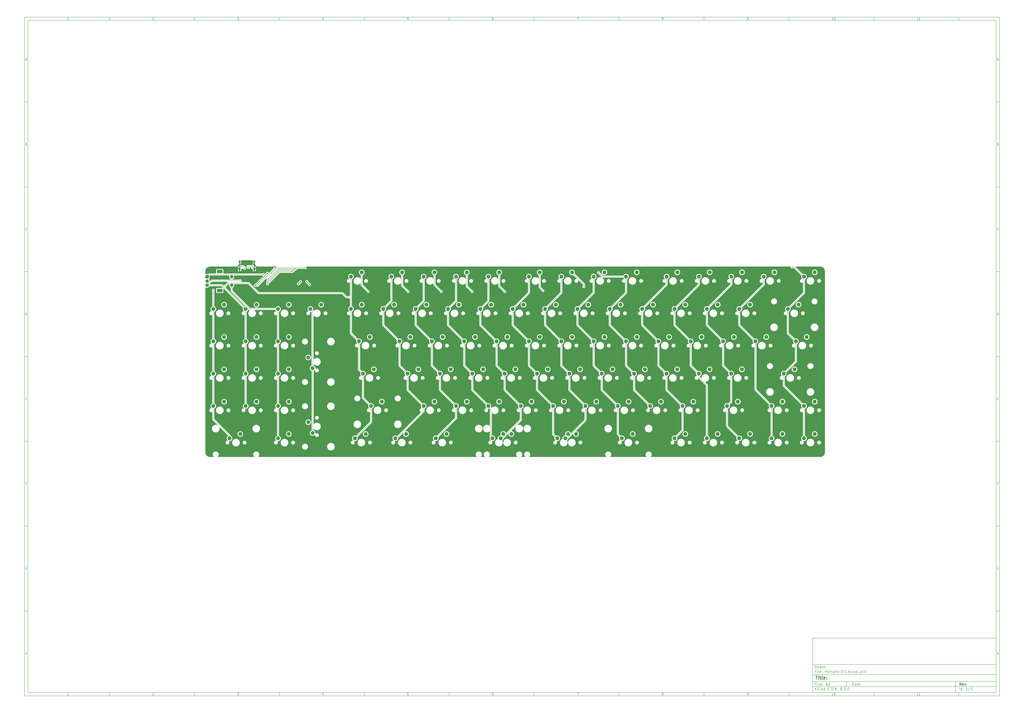
<source format=gbr>
G04 #@! TF.GenerationSoftware,KiCad,Pcbnew,8.0.0*
G04 #@! TF.CreationDate,2024-12-17T17:36:13-08:00*
G04 #@! TF.ProjectId,Hampter3.1,48616d70-7465-4723-932e-312e6b696361,rev?*
G04 #@! TF.SameCoordinates,Original*
G04 #@! TF.FileFunction,Copper,L1,Top*
G04 #@! TF.FilePolarity,Positive*
%FSLAX46Y46*%
G04 Gerber Fmt 4.6, Leading zero omitted, Abs format (unit mm)*
G04 Created by KiCad (PCBNEW 8.0.0) date 2024-12-17 17:36:13*
%MOMM*%
%LPD*%
G01*
G04 APERTURE LIST*
%ADD10C,0.100000*%
%ADD11C,0.150000*%
%ADD12C,0.300000*%
%ADD13C,0.400000*%
G04 #@! TA.AperFunction,ComponentPad*
%ADD14C,2.300000*%
G04 #@! TD*
G04 #@! TA.AperFunction,ComponentPad*
%ADD15R,2.000000X2.000000*%
G04 #@! TD*
G04 #@! TA.AperFunction,ComponentPad*
%ADD16C,2.000000*%
G04 #@! TD*
G04 #@! TA.AperFunction,ComponentPad*
%ADD17R,3.200000X2.000000*%
G04 #@! TD*
G04 #@! TA.AperFunction,ComponentPad*
%ADD18O,1.000000X1.600000*%
G04 #@! TD*
G04 #@! TA.AperFunction,ComponentPad*
%ADD19O,1.000000X2.100000*%
G04 #@! TD*
G04 #@! TA.AperFunction,ViaPad*
%ADD20C,0.600000*%
G04 #@! TD*
G04 #@! TA.AperFunction,ViaPad*
%ADD21C,0.800000*%
G04 #@! TD*
G04 #@! TA.AperFunction,Conductor*
%ADD22C,0.380000*%
G04 #@! TD*
G04 #@! TA.AperFunction,Conductor*
%ADD23C,0.200000*%
G04 #@! TD*
G04 APERTURE END LIST*
D10*
D11*
X474004400Y-375989000D02*
X582004400Y-375989000D01*
X582004400Y-407989000D01*
X474004400Y-407989000D01*
X474004400Y-375989000D01*
D10*
D11*
X10000000Y-10000000D02*
X584004400Y-10000000D01*
X584004400Y-409989000D01*
X10000000Y-409989000D01*
X10000000Y-10000000D01*
D10*
D11*
X12000000Y-12000000D02*
X582004400Y-12000000D01*
X582004400Y-407989000D01*
X12000000Y-407989000D01*
X12000000Y-12000000D01*
D10*
D11*
X60000000Y-12000000D02*
X60000000Y-10000000D01*
D10*
D11*
X110000000Y-12000000D02*
X110000000Y-10000000D01*
D10*
D11*
X160000000Y-12000000D02*
X160000000Y-10000000D01*
D10*
D11*
X210000000Y-12000000D02*
X210000000Y-10000000D01*
D10*
D11*
X260000000Y-12000000D02*
X260000000Y-10000000D01*
D10*
D11*
X310000000Y-12000000D02*
X310000000Y-10000000D01*
D10*
D11*
X360000000Y-12000000D02*
X360000000Y-10000000D01*
D10*
D11*
X410000000Y-12000000D02*
X410000000Y-10000000D01*
D10*
D11*
X460000000Y-12000000D02*
X460000000Y-10000000D01*
D10*
D11*
X510000000Y-12000000D02*
X510000000Y-10000000D01*
D10*
D11*
X560000000Y-12000000D02*
X560000000Y-10000000D01*
D10*
D11*
X36089160Y-11593604D02*
X35346303Y-11593604D01*
X35717731Y-11593604D02*
X35717731Y-10293604D01*
X35717731Y-10293604D02*
X35593922Y-10479319D01*
X35593922Y-10479319D02*
X35470112Y-10603128D01*
X35470112Y-10603128D02*
X35346303Y-10665033D01*
D10*
D11*
X85346303Y-10417414D02*
X85408207Y-10355509D01*
X85408207Y-10355509D02*
X85532017Y-10293604D01*
X85532017Y-10293604D02*
X85841541Y-10293604D01*
X85841541Y-10293604D02*
X85965350Y-10355509D01*
X85965350Y-10355509D02*
X86027255Y-10417414D01*
X86027255Y-10417414D02*
X86089160Y-10541223D01*
X86089160Y-10541223D02*
X86089160Y-10665033D01*
X86089160Y-10665033D02*
X86027255Y-10850747D01*
X86027255Y-10850747D02*
X85284398Y-11593604D01*
X85284398Y-11593604D02*
X86089160Y-11593604D01*
D10*
D11*
X135284398Y-10293604D02*
X136089160Y-10293604D01*
X136089160Y-10293604D02*
X135655826Y-10788842D01*
X135655826Y-10788842D02*
X135841541Y-10788842D01*
X135841541Y-10788842D02*
X135965350Y-10850747D01*
X135965350Y-10850747D02*
X136027255Y-10912652D01*
X136027255Y-10912652D02*
X136089160Y-11036461D01*
X136089160Y-11036461D02*
X136089160Y-11345985D01*
X136089160Y-11345985D02*
X136027255Y-11469795D01*
X136027255Y-11469795D02*
X135965350Y-11531700D01*
X135965350Y-11531700D02*
X135841541Y-11593604D01*
X135841541Y-11593604D02*
X135470112Y-11593604D01*
X135470112Y-11593604D02*
X135346303Y-11531700D01*
X135346303Y-11531700D02*
X135284398Y-11469795D01*
D10*
D11*
X185965350Y-10726938D02*
X185965350Y-11593604D01*
X185655826Y-10231700D02*
X185346303Y-11160271D01*
X185346303Y-11160271D02*
X186151064Y-11160271D01*
D10*
D11*
X236027255Y-10293604D02*
X235408207Y-10293604D01*
X235408207Y-10293604D02*
X235346303Y-10912652D01*
X235346303Y-10912652D02*
X235408207Y-10850747D01*
X235408207Y-10850747D02*
X235532017Y-10788842D01*
X235532017Y-10788842D02*
X235841541Y-10788842D01*
X235841541Y-10788842D02*
X235965350Y-10850747D01*
X235965350Y-10850747D02*
X236027255Y-10912652D01*
X236027255Y-10912652D02*
X236089160Y-11036461D01*
X236089160Y-11036461D02*
X236089160Y-11345985D01*
X236089160Y-11345985D02*
X236027255Y-11469795D01*
X236027255Y-11469795D02*
X235965350Y-11531700D01*
X235965350Y-11531700D02*
X235841541Y-11593604D01*
X235841541Y-11593604D02*
X235532017Y-11593604D01*
X235532017Y-11593604D02*
X235408207Y-11531700D01*
X235408207Y-11531700D02*
X235346303Y-11469795D01*
D10*
D11*
X285965350Y-10293604D02*
X285717731Y-10293604D01*
X285717731Y-10293604D02*
X285593922Y-10355509D01*
X285593922Y-10355509D02*
X285532017Y-10417414D01*
X285532017Y-10417414D02*
X285408207Y-10603128D01*
X285408207Y-10603128D02*
X285346303Y-10850747D01*
X285346303Y-10850747D02*
X285346303Y-11345985D01*
X285346303Y-11345985D02*
X285408207Y-11469795D01*
X285408207Y-11469795D02*
X285470112Y-11531700D01*
X285470112Y-11531700D02*
X285593922Y-11593604D01*
X285593922Y-11593604D02*
X285841541Y-11593604D01*
X285841541Y-11593604D02*
X285965350Y-11531700D01*
X285965350Y-11531700D02*
X286027255Y-11469795D01*
X286027255Y-11469795D02*
X286089160Y-11345985D01*
X286089160Y-11345985D02*
X286089160Y-11036461D01*
X286089160Y-11036461D02*
X286027255Y-10912652D01*
X286027255Y-10912652D02*
X285965350Y-10850747D01*
X285965350Y-10850747D02*
X285841541Y-10788842D01*
X285841541Y-10788842D02*
X285593922Y-10788842D01*
X285593922Y-10788842D02*
X285470112Y-10850747D01*
X285470112Y-10850747D02*
X285408207Y-10912652D01*
X285408207Y-10912652D02*
X285346303Y-11036461D01*
D10*
D11*
X335284398Y-10293604D02*
X336151064Y-10293604D01*
X336151064Y-10293604D02*
X335593922Y-11593604D01*
D10*
D11*
X385593922Y-10850747D02*
X385470112Y-10788842D01*
X385470112Y-10788842D02*
X385408207Y-10726938D01*
X385408207Y-10726938D02*
X385346303Y-10603128D01*
X385346303Y-10603128D02*
X385346303Y-10541223D01*
X385346303Y-10541223D02*
X385408207Y-10417414D01*
X385408207Y-10417414D02*
X385470112Y-10355509D01*
X385470112Y-10355509D02*
X385593922Y-10293604D01*
X385593922Y-10293604D02*
X385841541Y-10293604D01*
X385841541Y-10293604D02*
X385965350Y-10355509D01*
X385965350Y-10355509D02*
X386027255Y-10417414D01*
X386027255Y-10417414D02*
X386089160Y-10541223D01*
X386089160Y-10541223D02*
X386089160Y-10603128D01*
X386089160Y-10603128D02*
X386027255Y-10726938D01*
X386027255Y-10726938D02*
X385965350Y-10788842D01*
X385965350Y-10788842D02*
X385841541Y-10850747D01*
X385841541Y-10850747D02*
X385593922Y-10850747D01*
X385593922Y-10850747D02*
X385470112Y-10912652D01*
X385470112Y-10912652D02*
X385408207Y-10974557D01*
X385408207Y-10974557D02*
X385346303Y-11098366D01*
X385346303Y-11098366D02*
X385346303Y-11345985D01*
X385346303Y-11345985D02*
X385408207Y-11469795D01*
X385408207Y-11469795D02*
X385470112Y-11531700D01*
X385470112Y-11531700D02*
X385593922Y-11593604D01*
X385593922Y-11593604D02*
X385841541Y-11593604D01*
X385841541Y-11593604D02*
X385965350Y-11531700D01*
X385965350Y-11531700D02*
X386027255Y-11469795D01*
X386027255Y-11469795D02*
X386089160Y-11345985D01*
X386089160Y-11345985D02*
X386089160Y-11098366D01*
X386089160Y-11098366D02*
X386027255Y-10974557D01*
X386027255Y-10974557D02*
X385965350Y-10912652D01*
X385965350Y-10912652D02*
X385841541Y-10850747D01*
D10*
D11*
X435470112Y-11593604D02*
X435717731Y-11593604D01*
X435717731Y-11593604D02*
X435841541Y-11531700D01*
X435841541Y-11531700D02*
X435903445Y-11469795D01*
X435903445Y-11469795D02*
X436027255Y-11284080D01*
X436027255Y-11284080D02*
X436089160Y-11036461D01*
X436089160Y-11036461D02*
X436089160Y-10541223D01*
X436089160Y-10541223D02*
X436027255Y-10417414D01*
X436027255Y-10417414D02*
X435965350Y-10355509D01*
X435965350Y-10355509D02*
X435841541Y-10293604D01*
X435841541Y-10293604D02*
X435593922Y-10293604D01*
X435593922Y-10293604D02*
X435470112Y-10355509D01*
X435470112Y-10355509D02*
X435408207Y-10417414D01*
X435408207Y-10417414D02*
X435346303Y-10541223D01*
X435346303Y-10541223D02*
X435346303Y-10850747D01*
X435346303Y-10850747D02*
X435408207Y-10974557D01*
X435408207Y-10974557D02*
X435470112Y-11036461D01*
X435470112Y-11036461D02*
X435593922Y-11098366D01*
X435593922Y-11098366D02*
X435841541Y-11098366D01*
X435841541Y-11098366D02*
X435965350Y-11036461D01*
X435965350Y-11036461D02*
X436027255Y-10974557D01*
X436027255Y-10974557D02*
X436089160Y-10850747D01*
D10*
D11*
X486089160Y-11593604D02*
X485346303Y-11593604D01*
X485717731Y-11593604D02*
X485717731Y-10293604D01*
X485717731Y-10293604D02*
X485593922Y-10479319D01*
X485593922Y-10479319D02*
X485470112Y-10603128D01*
X485470112Y-10603128D02*
X485346303Y-10665033D01*
X486893921Y-10293604D02*
X487017731Y-10293604D01*
X487017731Y-10293604D02*
X487141540Y-10355509D01*
X487141540Y-10355509D02*
X487203445Y-10417414D01*
X487203445Y-10417414D02*
X487265350Y-10541223D01*
X487265350Y-10541223D02*
X487327255Y-10788842D01*
X487327255Y-10788842D02*
X487327255Y-11098366D01*
X487327255Y-11098366D02*
X487265350Y-11345985D01*
X487265350Y-11345985D02*
X487203445Y-11469795D01*
X487203445Y-11469795D02*
X487141540Y-11531700D01*
X487141540Y-11531700D02*
X487017731Y-11593604D01*
X487017731Y-11593604D02*
X486893921Y-11593604D01*
X486893921Y-11593604D02*
X486770112Y-11531700D01*
X486770112Y-11531700D02*
X486708207Y-11469795D01*
X486708207Y-11469795D02*
X486646302Y-11345985D01*
X486646302Y-11345985D02*
X486584398Y-11098366D01*
X486584398Y-11098366D02*
X486584398Y-10788842D01*
X486584398Y-10788842D02*
X486646302Y-10541223D01*
X486646302Y-10541223D02*
X486708207Y-10417414D01*
X486708207Y-10417414D02*
X486770112Y-10355509D01*
X486770112Y-10355509D02*
X486893921Y-10293604D01*
D10*
D11*
X536089160Y-11593604D02*
X535346303Y-11593604D01*
X535717731Y-11593604D02*
X535717731Y-10293604D01*
X535717731Y-10293604D02*
X535593922Y-10479319D01*
X535593922Y-10479319D02*
X535470112Y-10603128D01*
X535470112Y-10603128D02*
X535346303Y-10665033D01*
X537327255Y-11593604D02*
X536584398Y-11593604D01*
X536955826Y-11593604D02*
X536955826Y-10293604D01*
X536955826Y-10293604D02*
X536832017Y-10479319D01*
X536832017Y-10479319D02*
X536708207Y-10603128D01*
X536708207Y-10603128D02*
X536584398Y-10665033D01*
D10*
D11*
X60000000Y-407989000D02*
X60000000Y-409989000D01*
D10*
D11*
X110000000Y-407989000D02*
X110000000Y-409989000D01*
D10*
D11*
X160000000Y-407989000D02*
X160000000Y-409989000D01*
D10*
D11*
X210000000Y-407989000D02*
X210000000Y-409989000D01*
D10*
D11*
X260000000Y-407989000D02*
X260000000Y-409989000D01*
D10*
D11*
X310000000Y-407989000D02*
X310000000Y-409989000D01*
D10*
D11*
X360000000Y-407989000D02*
X360000000Y-409989000D01*
D10*
D11*
X410000000Y-407989000D02*
X410000000Y-409989000D01*
D10*
D11*
X460000000Y-407989000D02*
X460000000Y-409989000D01*
D10*
D11*
X510000000Y-407989000D02*
X510000000Y-409989000D01*
D10*
D11*
X560000000Y-407989000D02*
X560000000Y-409989000D01*
D10*
D11*
X36089160Y-409582604D02*
X35346303Y-409582604D01*
X35717731Y-409582604D02*
X35717731Y-408282604D01*
X35717731Y-408282604D02*
X35593922Y-408468319D01*
X35593922Y-408468319D02*
X35470112Y-408592128D01*
X35470112Y-408592128D02*
X35346303Y-408654033D01*
D10*
D11*
X85346303Y-408406414D02*
X85408207Y-408344509D01*
X85408207Y-408344509D02*
X85532017Y-408282604D01*
X85532017Y-408282604D02*
X85841541Y-408282604D01*
X85841541Y-408282604D02*
X85965350Y-408344509D01*
X85965350Y-408344509D02*
X86027255Y-408406414D01*
X86027255Y-408406414D02*
X86089160Y-408530223D01*
X86089160Y-408530223D02*
X86089160Y-408654033D01*
X86089160Y-408654033D02*
X86027255Y-408839747D01*
X86027255Y-408839747D02*
X85284398Y-409582604D01*
X85284398Y-409582604D02*
X86089160Y-409582604D01*
D10*
D11*
X135284398Y-408282604D02*
X136089160Y-408282604D01*
X136089160Y-408282604D02*
X135655826Y-408777842D01*
X135655826Y-408777842D02*
X135841541Y-408777842D01*
X135841541Y-408777842D02*
X135965350Y-408839747D01*
X135965350Y-408839747D02*
X136027255Y-408901652D01*
X136027255Y-408901652D02*
X136089160Y-409025461D01*
X136089160Y-409025461D02*
X136089160Y-409334985D01*
X136089160Y-409334985D02*
X136027255Y-409458795D01*
X136027255Y-409458795D02*
X135965350Y-409520700D01*
X135965350Y-409520700D02*
X135841541Y-409582604D01*
X135841541Y-409582604D02*
X135470112Y-409582604D01*
X135470112Y-409582604D02*
X135346303Y-409520700D01*
X135346303Y-409520700D02*
X135284398Y-409458795D01*
D10*
D11*
X185965350Y-408715938D02*
X185965350Y-409582604D01*
X185655826Y-408220700D02*
X185346303Y-409149271D01*
X185346303Y-409149271D02*
X186151064Y-409149271D01*
D10*
D11*
X236027255Y-408282604D02*
X235408207Y-408282604D01*
X235408207Y-408282604D02*
X235346303Y-408901652D01*
X235346303Y-408901652D02*
X235408207Y-408839747D01*
X235408207Y-408839747D02*
X235532017Y-408777842D01*
X235532017Y-408777842D02*
X235841541Y-408777842D01*
X235841541Y-408777842D02*
X235965350Y-408839747D01*
X235965350Y-408839747D02*
X236027255Y-408901652D01*
X236027255Y-408901652D02*
X236089160Y-409025461D01*
X236089160Y-409025461D02*
X236089160Y-409334985D01*
X236089160Y-409334985D02*
X236027255Y-409458795D01*
X236027255Y-409458795D02*
X235965350Y-409520700D01*
X235965350Y-409520700D02*
X235841541Y-409582604D01*
X235841541Y-409582604D02*
X235532017Y-409582604D01*
X235532017Y-409582604D02*
X235408207Y-409520700D01*
X235408207Y-409520700D02*
X235346303Y-409458795D01*
D10*
D11*
X285965350Y-408282604D02*
X285717731Y-408282604D01*
X285717731Y-408282604D02*
X285593922Y-408344509D01*
X285593922Y-408344509D02*
X285532017Y-408406414D01*
X285532017Y-408406414D02*
X285408207Y-408592128D01*
X285408207Y-408592128D02*
X285346303Y-408839747D01*
X285346303Y-408839747D02*
X285346303Y-409334985D01*
X285346303Y-409334985D02*
X285408207Y-409458795D01*
X285408207Y-409458795D02*
X285470112Y-409520700D01*
X285470112Y-409520700D02*
X285593922Y-409582604D01*
X285593922Y-409582604D02*
X285841541Y-409582604D01*
X285841541Y-409582604D02*
X285965350Y-409520700D01*
X285965350Y-409520700D02*
X286027255Y-409458795D01*
X286027255Y-409458795D02*
X286089160Y-409334985D01*
X286089160Y-409334985D02*
X286089160Y-409025461D01*
X286089160Y-409025461D02*
X286027255Y-408901652D01*
X286027255Y-408901652D02*
X285965350Y-408839747D01*
X285965350Y-408839747D02*
X285841541Y-408777842D01*
X285841541Y-408777842D02*
X285593922Y-408777842D01*
X285593922Y-408777842D02*
X285470112Y-408839747D01*
X285470112Y-408839747D02*
X285408207Y-408901652D01*
X285408207Y-408901652D02*
X285346303Y-409025461D01*
D10*
D11*
X335284398Y-408282604D02*
X336151064Y-408282604D01*
X336151064Y-408282604D02*
X335593922Y-409582604D01*
D10*
D11*
X385593922Y-408839747D02*
X385470112Y-408777842D01*
X385470112Y-408777842D02*
X385408207Y-408715938D01*
X385408207Y-408715938D02*
X385346303Y-408592128D01*
X385346303Y-408592128D02*
X385346303Y-408530223D01*
X385346303Y-408530223D02*
X385408207Y-408406414D01*
X385408207Y-408406414D02*
X385470112Y-408344509D01*
X385470112Y-408344509D02*
X385593922Y-408282604D01*
X385593922Y-408282604D02*
X385841541Y-408282604D01*
X385841541Y-408282604D02*
X385965350Y-408344509D01*
X385965350Y-408344509D02*
X386027255Y-408406414D01*
X386027255Y-408406414D02*
X386089160Y-408530223D01*
X386089160Y-408530223D02*
X386089160Y-408592128D01*
X386089160Y-408592128D02*
X386027255Y-408715938D01*
X386027255Y-408715938D02*
X385965350Y-408777842D01*
X385965350Y-408777842D02*
X385841541Y-408839747D01*
X385841541Y-408839747D02*
X385593922Y-408839747D01*
X385593922Y-408839747D02*
X385470112Y-408901652D01*
X385470112Y-408901652D02*
X385408207Y-408963557D01*
X385408207Y-408963557D02*
X385346303Y-409087366D01*
X385346303Y-409087366D02*
X385346303Y-409334985D01*
X385346303Y-409334985D02*
X385408207Y-409458795D01*
X385408207Y-409458795D02*
X385470112Y-409520700D01*
X385470112Y-409520700D02*
X385593922Y-409582604D01*
X385593922Y-409582604D02*
X385841541Y-409582604D01*
X385841541Y-409582604D02*
X385965350Y-409520700D01*
X385965350Y-409520700D02*
X386027255Y-409458795D01*
X386027255Y-409458795D02*
X386089160Y-409334985D01*
X386089160Y-409334985D02*
X386089160Y-409087366D01*
X386089160Y-409087366D02*
X386027255Y-408963557D01*
X386027255Y-408963557D02*
X385965350Y-408901652D01*
X385965350Y-408901652D02*
X385841541Y-408839747D01*
D10*
D11*
X435470112Y-409582604D02*
X435717731Y-409582604D01*
X435717731Y-409582604D02*
X435841541Y-409520700D01*
X435841541Y-409520700D02*
X435903445Y-409458795D01*
X435903445Y-409458795D02*
X436027255Y-409273080D01*
X436027255Y-409273080D02*
X436089160Y-409025461D01*
X436089160Y-409025461D02*
X436089160Y-408530223D01*
X436089160Y-408530223D02*
X436027255Y-408406414D01*
X436027255Y-408406414D02*
X435965350Y-408344509D01*
X435965350Y-408344509D02*
X435841541Y-408282604D01*
X435841541Y-408282604D02*
X435593922Y-408282604D01*
X435593922Y-408282604D02*
X435470112Y-408344509D01*
X435470112Y-408344509D02*
X435408207Y-408406414D01*
X435408207Y-408406414D02*
X435346303Y-408530223D01*
X435346303Y-408530223D02*
X435346303Y-408839747D01*
X435346303Y-408839747D02*
X435408207Y-408963557D01*
X435408207Y-408963557D02*
X435470112Y-409025461D01*
X435470112Y-409025461D02*
X435593922Y-409087366D01*
X435593922Y-409087366D02*
X435841541Y-409087366D01*
X435841541Y-409087366D02*
X435965350Y-409025461D01*
X435965350Y-409025461D02*
X436027255Y-408963557D01*
X436027255Y-408963557D02*
X436089160Y-408839747D01*
D10*
D11*
X486089160Y-409582604D02*
X485346303Y-409582604D01*
X485717731Y-409582604D02*
X485717731Y-408282604D01*
X485717731Y-408282604D02*
X485593922Y-408468319D01*
X485593922Y-408468319D02*
X485470112Y-408592128D01*
X485470112Y-408592128D02*
X485346303Y-408654033D01*
X486893921Y-408282604D02*
X487017731Y-408282604D01*
X487017731Y-408282604D02*
X487141540Y-408344509D01*
X487141540Y-408344509D02*
X487203445Y-408406414D01*
X487203445Y-408406414D02*
X487265350Y-408530223D01*
X487265350Y-408530223D02*
X487327255Y-408777842D01*
X487327255Y-408777842D02*
X487327255Y-409087366D01*
X487327255Y-409087366D02*
X487265350Y-409334985D01*
X487265350Y-409334985D02*
X487203445Y-409458795D01*
X487203445Y-409458795D02*
X487141540Y-409520700D01*
X487141540Y-409520700D02*
X487017731Y-409582604D01*
X487017731Y-409582604D02*
X486893921Y-409582604D01*
X486893921Y-409582604D02*
X486770112Y-409520700D01*
X486770112Y-409520700D02*
X486708207Y-409458795D01*
X486708207Y-409458795D02*
X486646302Y-409334985D01*
X486646302Y-409334985D02*
X486584398Y-409087366D01*
X486584398Y-409087366D02*
X486584398Y-408777842D01*
X486584398Y-408777842D02*
X486646302Y-408530223D01*
X486646302Y-408530223D02*
X486708207Y-408406414D01*
X486708207Y-408406414D02*
X486770112Y-408344509D01*
X486770112Y-408344509D02*
X486893921Y-408282604D01*
D10*
D11*
X536089160Y-409582604D02*
X535346303Y-409582604D01*
X535717731Y-409582604D02*
X535717731Y-408282604D01*
X535717731Y-408282604D02*
X535593922Y-408468319D01*
X535593922Y-408468319D02*
X535470112Y-408592128D01*
X535470112Y-408592128D02*
X535346303Y-408654033D01*
X537327255Y-409582604D02*
X536584398Y-409582604D01*
X536955826Y-409582604D02*
X536955826Y-408282604D01*
X536955826Y-408282604D02*
X536832017Y-408468319D01*
X536832017Y-408468319D02*
X536708207Y-408592128D01*
X536708207Y-408592128D02*
X536584398Y-408654033D01*
D10*
D11*
X10000000Y-60000000D02*
X12000000Y-60000000D01*
D10*
D11*
X10000000Y-110000000D02*
X12000000Y-110000000D01*
D10*
D11*
X10000000Y-160000000D02*
X12000000Y-160000000D01*
D10*
D11*
X10000000Y-210000000D02*
X12000000Y-210000000D01*
D10*
D11*
X10000000Y-260000000D02*
X12000000Y-260000000D01*
D10*
D11*
X10000000Y-310000000D02*
X12000000Y-310000000D01*
D10*
D11*
X10000000Y-360000000D02*
X12000000Y-360000000D01*
D10*
D11*
X10690476Y-35222176D02*
X11309523Y-35222176D01*
X10566666Y-35593604D02*
X10999999Y-34293604D01*
X10999999Y-34293604D02*
X11433333Y-35593604D01*
D10*
D11*
X11092857Y-84912652D02*
X11278571Y-84974557D01*
X11278571Y-84974557D02*
X11340476Y-85036461D01*
X11340476Y-85036461D02*
X11402380Y-85160271D01*
X11402380Y-85160271D02*
X11402380Y-85345985D01*
X11402380Y-85345985D02*
X11340476Y-85469795D01*
X11340476Y-85469795D02*
X11278571Y-85531700D01*
X11278571Y-85531700D02*
X11154761Y-85593604D01*
X11154761Y-85593604D02*
X10659523Y-85593604D01*
X10659523Y-85593604D02*
X10659523Y-84293604D01*
X10659523Y-84293604D02*
X11092857Y-84293604D01*
X11092857Y-84293604D02*
X11216666Y-84355509D01*
X11216666Y-84355509D02*
X11278571Y-84417414D01*
X11278571Y-84417414D02*
X11340476Y-84541223D01*
X11340476Y-84541223D02*
X11340476Y-84665033D01*
X11340476Y-84665033D02*
X11278571Y-84788842D01*
X11278571Y-84788842D02*
X11216666Y-84850747D01*
X11216666Y-84850747D02*
X11092857Y-84912652D01*
X11092857Y-84912652D02*
X10659523Y-84912652D01*
D10*
D11*
X11402380Y-135469795D02*
X11340476Y-135531700D01*
X11340476Y-135531700D02*
X11154761Y-135593604D01*
X11154761Y-135593604D02*
X11030952Y-135593604D01*
X11030952Y-135593604D02*
X10845238Y-135531700D01*
X10845238Y-135531700D02*
X10721428Y-135407890D01*
X10721428Y-135407890D02*
X10659523Y-135284080D01*
X10659523Y-135284080D02*
X10597619Y-135036461D01*
X10597619Y-135036461D02*
X10597619Y-134850747D01*
X10597619Y-134850747D02*
X10659523Y-134603128D01*
X10659523Y-134603128D02*
X10721428Y-134479319D01*
X10721428Y-134479319D02*
X10845238Y-134355509D01*
X10845238Y-134355509D02*
X11030952Y-134293604D01*
X11030952Y-134293604D02*
X11154761Y-134293604D01*
X11154761Y-134293604D02*
X11340476Y-134355509D01*
X11340476Y-134355509D02*
X11402380Y-134417414D01*
D10*
D11*
X10659523Y-185593604D02*
X10659523Y-184293604D01*
X10659523Y-184293604D02*
X10969047Y-184293604D01*
X10969047Y-184293604D02*
X11154761Y-184355509D01*
X11154761Y-184355509D02*
X11278571Y-184479319D01*
X11278571Y-184479319D02*
X11340476Y-184603128D01*
X11340476Y-184603128D02*
X11402380Y-184850747D01*
X11402380Y-184850747D02*
X11402380Y-185036461D01*
X11402380Y-185036461D02*
X11340476Y-185284080D01*
X11340476Y-185284080D02*
X11278571Y-185407890D01*
X11278571Y-185407890D02*
X11154761Y-185531700D01*
X11154761Y-185531700D02*
X10969047Y-185593604D01*
X10969047Y-185593604D02*
X10659523Y-185593604D01*
D10*
D11*
X10721428Y-234912652D02*
X11154762Y-234912652D01*
X11340476Y-235593604D02*
X10721428Y-235593604D01*
X10721428Y-235593604D02*
X10721428Y-234293604D01*
X10721428Y-234293604D02*
X11340476Y-234293604D01*
D10*
D11*
X11185714Y-284912652D02*
X10752380Y-284912652D01*
X10752380Y-285593604D02*
X10752380Y-284293604D01*
X10752380Y-284293604D02*
X11371428Y-284293604D01*
D10*
D11*
X11340476Y-334355509D02*
X11216666Y-334293604D01*
X11216666Y-334293604D02*
X11030952Y-334293604D01*
X11030952Y-334293604D02*
X10845238Y-334355509D01*
X10845238Y-334355509D02*
X10721428Y-334479319D01*
X10721428Y-334479319D02*
X10659523Y-334603128D01*
X10659523Y-334603128D02*
X10597619Y-334850747D01*
X10597619Y-334850747D02*
X10597619Y-335036461D01*
X10597619Y-335036461D02*
X10659523Y-335284080D01*
X10659523Y-335284080D02*
X10721428Y-335407890D01*
X10721428Y-335407890D02*
X10845238Y-335531700D01*
X10845238Y-335531700D02*
X11030952Y-335593604D01*
X11030952Y-335593604D02*
X11154761Y-335593604D01*
X11154761Y-335593604D02*
X11340476Y-335531700D01*
X11340476Y-335531700D02*
X11402380Y-335469795D01*
X11402380Y-335469795D02*
X11402380Y-335036461D01*
X11402380Y-335036461D02*
X11154761Y-335036461D01*
D10*
D11*
X10628571Y-385593604D02*
X10628571Y-384293604D01*
X10628571Y-384912652D02*
X11371428Y-384912652D01*
X11371428Y-385593604D02*
X11371428Y-384293604D01*
D10*
D11*
X584004400Y-60000000D02*
X582004400Y-60000000D01*
D10*
D11*
X584004400Y-110000000D02*
X582004400Y-110000000D01*
D10*
D11*
X584004400Y-160000000D02*
X582004400Y-160000000D01*
D10*
D11*
X584004400Y-210000000D02*
X582004400Y-210000000D01*
D10*
D11*
X584004400Y-260000000D02*
X582004400Y-260000000D01*
D10*
D11*
X584004400Y-310000000D02*
X582004400Y-310000000D01*
D10*
D11*
X584004400Y-360000000D02*
X582004400Y-360000000D01*
D10*
D11*
X582694876Y-35222176D02*
X583313923Y-35222176D01*
X582571066Y-35593604D02*
X583004399Y-34293604D01*
X583004399Y-34293604D02*
X583437733Y-35593604D01*
D10*
D11*
X583097257Y-84912652D02*
X583282971Y-84974557D01*
X583282971Y-84974557D02*
X583344876Y-85036461D01*
X583344876Y-85036461D02*
X583406780Y-85160271D01*
X583406780Y-85160271D02*
X583406780Y-85345985D01*
X583406780Y-85345985D02*
X583344876Y-85469795D01*
X583344876Y-85469795D02*
X583282971Y-85531700D01*
X583282971Y-85531700D02*
X583159161Y-85593604D01*
X583159161Y-85593604D02*
X582663923Y-85593604D01*
X582663923Y-85593604D02*
X582663923Y-84293604D01*
X582663923Y-84293604D02*
X583097257Y-84293604D01*
X583097257Y-84293604D02*
X583221066Y-84355509D01*
X583221066Y-84355509D02*
X583282971Y-84417414D01*
X583282971Y-84417414D02*
X583344876Y-84541223D01*
X583344876Y-84541223D02*
X583344876Y-84665033D01*
X583344876Y-84665033D02*
X583282971Y-84788842D01*
X583282971Y-84788842D02*
X583221066Y-84850747D01*
X583221066Y-84850747D02*
X583097257Y-84912652D01*
X583097257Y-84912652D02*
X582663923Y-84912652D01*
D10*
D11*
X583406780Y-135469795D02*
X583344876Y-135531700D01*
X583344876Y-135531700D02*
X583159161Y-135593604D01*
X583159161Y-135593604D02*
X583035352Y-135593604D01*
X583035352Y-135593604D02*
X582849638Y-135531700D01*
X582849638Y-135531700D02*
X582725828Y-135407890D01*
X582725828Y-135407890D02*
X582663923Y-135284080D01*
X582663923Y-135284080D02*
X582602019Y-135036461D01*
X582602019Y-135036461D02*
X582602019Y-134850747D01*
X582602019Y-134850747D02*
X582663923Y-134603128D01*
X582663923Y-134603128D02*
X582725828Y-134479319D01*
X582725828Y-134479319D02*
X582849638Y-134355509D01*
X582849638Y-134355509D02*
X583035352Y-134293604D01*
X583035352Y-134293604D02*
X583159161Y-134293604D01*
X583159161Y-134293604D02*
X583344876Y-134355509D01*
X583344876Y-134355509D02*
X583406780Y-134417414D01*
D10*
D11*
X582663923Y-185593604D02*
X582663923Y-184293604D01*
X582663923Y-184293604D02*
X582973447Y-184293604D01*
X582973447Y-184293604D02*
X583159161Y-184355509D01*
X583159161Y-184355509D02*
X583282971Y-184479319D01*
X583282971Y-184479319D02*
X583344876Y-184603128D01*
X583344876Y-184603128D02*
X583406780Y-184850747D01*
X583406780Y-184850747D02*
X583406780Y-185036461D01*
X583406780Y-185036461D02*
X583344876Y-185284080D01*
X583344876Y-185284080D02*
X583282971Y-185407890D01*
X583282971Y-185407890D02*
X583159161Y-185531700D01*
X583159161Y-185531700D02*
X582973447Y-185593604D01*
X582973447Y-185593604D02*
X582663923Y-185593604D01*
D10*
D11*
X582725828Y-234912652D02*
X583159162Y-234912652D01*
X583344876Y-235593604D02*
X582725828Y-235593604D01*
X582725828Y-235593604D02*
X582725828Y-234293604D01*
X582725828Y-234293604D02*
X583344876Y-234293604D01*
D10*
D11*
X583190114Y-284912652D02*
X582756780Y-284912652D01*
X582756780Y-285593604D02*
X582756780Y-284293604D01*
X582756780Y-284293604D02*
X583375828Y-284293604D01*
D10*
D11*
X583344876Y-334355509D02*
X583221066Y-334293604D01*
X583221066Y-334293604D02*
X583035352Y-334293604D01*
X583035352Y-334293604D02*
X582849638Y-334355509D01*
X582849638Y-334355509D02*
X582725828Y-334479319D01*
X582725828Y-334479319D02*
X582663923Y-334603128D01*
X582663923Y-334603128D02*
X582602019Y-334850747D01*
X582602019Y-334850747D02*
X582602019Y-335036461D01*
X582602019Y-335036461D02*
X582663923Y-335284080D01*
X582663923Y-335284080D02*
X582725828Y-335407890D01*
X582725828Y-335407890D02*
X582849638Y-335531700D01*
X582849638Y-335531700D02*
X583035352Y-335593604D01*
X583035352Y-335593604D02*
X583159161Y-335593604D01*
X583159161Y-335593604D02*
X583344876Y-335531700D01*
X583344876Y-335531700D02*
X583406780Y-335469795D01*
X583406780Y-335469795D02*
X583406780Y-335036461D01*
X583406780Y-335036461D02*
X583159161Y-335036461D01*
D10*
D11*
X582632971Y-385593604D02*
X582632971Y-384293604D01*
X582632971Y-384912652D02*
X583375828Y-384912652D01*
X583375828Y-385593604D02*
X583375828Y-384293604D01*
D10*
D11*
X497460226Y-403775128D02*
X497460226Y-402275128D01*
X497460226Y-402275128D02*
X497817369Y-402275128D01*
X497817369Y-402275128D02*
X498031655Y-402346557D01*
X498031655Y-402346557D02*
X498174512Y-402489414D01*
X498174512Y-402489414D02*
X498245941Y-402632271D01*
X498245941Y-402632271D02*
X498317369Y-402917985D01*
X498317369Y-402917985D02*
X498317369Y-403132271D01*
X498317369Y-403132271D02*
X498245941Y-403417985D01*
X498245941Y-403417985D02*
X498174512Y-403560842D01*
X498174512Y-403560842D02*
X498031655Y-403703700D01*
X498031655Y-403703700D02*
X497817369Y-403775128D01*
X497817369Y-403775128D02*
X497460226Y-403775128D01*
X499603084Y-403775128D02*
X499603084Y-402989414D01*
X499603084Y-402989414D02*
X499531655Y-402846557D01*
X499531655Y-402846557D02*
X499388798Y-402775128D01*
X499388798Y-402775128D02*
X499103084Y-402775128D01*
X499103084Y-402775128D02*
X498960226Y-402846557D01*
X499603084Y-403703700D02*
X499460226Y-403775128D01*
X499460226Y-403775128D02*
X499103084Y-403775128D01*
X499103084Y-403775128D02*
X498960226Y-403703700D01*
X498960226Y-403703700D02*
X498888798Y-403560842D01*
X498888798Y-403560842D02*
X498888798Y-403417985D01*
X498888798Y-403417985D02*
X498960226Y-403275128D01*
X498960226Y-403275128D02*
X499103084Y-403203700D01*
X499103084Y-403203700D02*
X499460226Y-403203700D01*
X499460226Y-403203700D02*
X499603084Y-403132271D01*
X500103084Y-402775128D02*
X500674512Y-402775128D01*
X500317369Y-402275128D02*
X500317369Y-403560842D01*
X500317369Y-403560842D02*
X500388798Y-403703700D01*
X500388798Y-403703700D02*
X500531655Y-403775128D01*
X500531655Y-403775128D02*
X500674512Y-403775128D01*
X501745941Y-403703700D02*
X501603084Y-403775128D01*
X501603084Y-403775128D02*
X501317370Y-403775128D01*
X501317370Y-403775128D02*
X501174512Y-403703700D01*
X501174512Y-403703700D02*
X501103084Y-403560842D01*
X501103084Y-403560842D02*
X501103084Y-402989414D01*
X501103084Y-402989414D02*
X501174512Y-402846557D01*
X501174512Y-402846557D02*
X501317370Y-402775128D01*
X501317370Y-402775128D02*
X501603084Y-402775128D01*
X501603084Y-402775128D02*
X501745941Y-402846557D01*
X501745941Y-402846557D02*
X501817370Y-402989414D01*
X501817370Y-402989414D02*
X501817370Y-403132271D01*
X501817370Y-403132271D02*
X501103084Y-403275128D01*
X502460226Y-403632271D02*
X502531655Y-403703700D01*
X502531655Y-403703700D02*
X502460226Y-403775128D01*
X502460226Y-403775128D02*
X502388798Y-403703700D01*
X502388798Y-403703700D02*
X502460226Y-403632271D01*
X502460226Y-403632271D02*
X502460226Y-403775128D01*
X502460226Y-402846557D02*
X502531655Y-402917985D01*
X502531655Y-402917985D02*
X502460226Y-402989414D01*
X502460226Y-402989414D02*
X502388798Y-402917985D01*
X502388798Y-402917985D02*
X502460226Y-402846557D01*
X502460226Y-402846557D02*
X502460226Y-402989414D01*
D10*
D11*
X474004400Y-404489000D02*
X582004400Y-404489000D01*
D10*
D11*
X475460226Y-406575128D02*
X475460226Y-405075128D01*
X476317369Y-406575128D02*
X475674512Y-405717985D01*
X476317369Y-405075128D02*
X475460226Y-405932271D01*
X476960226Y-406575128D02*
X476960226Y-405575128D01*
X476960226Y-405075128D02*
X476888798Y-405146557D01*
X476888798Y-405146557D02*
X476960226Y-405217985D01*
X476960226Y-405217985D02*
X477031655Y-405146557D01*
X477031655Y-405146557D02*
X476960226Y-405075128D01*
X476960226Y-405075128D02*
X476960226Y-405217985D01*
X478531655Y-406432271D02*
X478460227Y-406503700D01*
X478460227Y-406503700D02*
X478245941Y-406575128D01*
X478245941Y-406575128D02*
X478103084Y-406575128D01*
X478103084Y-406575128D02*
X477888798Y-406503700D01*
X477888798Y-406503700D02*
X477745941Y-406360842D01*
X477745941Y-406360842D02*
X477674512Y-406217985D01*
X477674512Y-406217985D02*
X477603084Y-405932271D01*
X477603084Y-405932271D02*
X477603084Y-405717985D01*
X477603084Y-405717985D02*
X477674512Y-405432271D01*
X477674512Y-405432271D02*
X477745941Y-405289414D01*
X477745941Y-405289414D02*
X477888798Y-405146557D01*
X477888798Y-405146557D02*
X478103084Y-405075128D01*
X478103084Y-405075128D02*
X478245941Y-405075128D01*
X478245941Y-405075128D02*
X478460227Y-405146557D01*
X478460227Y-405146557D02*
X478531655Y-405217985D01*
X479817370Y-406575128D02*
X479817370Y-405789414D01*
X479817370Y-405789414D02*
X479745941Y-405646557D01*
X479745941Y-405646557D02*
X479603084Y-405575128D01*
X479603084Y-405575128D02*
X479317370Y-405575128D01*
X479317370Y-405575128D02*
X479174512Y-405646557D01*
X479817370Y-406503700D02*
X479674512Y-406575128D01*
X479674512Y-406575128D02*
X479317370Y-406575128D01*
X479317370Y-406575128D02*
X479174512Y-406503700D01*
X479174512Y-406503700D02*
X479103084Y-406360842D01*
X479103084Y-406360842D02*
X479103084Y-406217985D01*
X479103084Y-406217985D02*
X479174512Y-406075128D01*
X479174512Y-406075128D02*
X479317370Y-406003700D01*
X479317370Y-406003700D02*
X479674512Y-406003700D01*
X479674512Y-406003700D02*
X479817370Y-405932271D01*
X481174513Y-406575128D02*
X481174513Y-405075128D01*
X481174513Y-406503700D02*
X481031655Y-406575128D01*
X481031655Y-406575128D02*
X480745941Y-406575128D01*
X480745941Y-406575128D02*
X480603084Y-406503700D01*
X480603084Y-406503700D02*
X480531655Y-406432271D01*
X480531655Y-406432271D02*
X480460227Y-406289414D01*
X480460227Y-406289414D02*
X480460227Y-405860842D01*
X480460227Y-405860842D02*
X480531655Y-405717985D01*
X480531655Y-405717985D02*
X480603084Y-405646557D01*
X480603084Y-405646557D02*
X480745941Y-405575128D01*
X480745941Y-405575128D02*
X481031655Y-405575128D01*
X481031655Y-405575128D02*
X481174513Y-405646557D01*
X483031655Y-405789414D02*
X483531655Y-405789414D01*
X483745941Y-406575128D02*
X483031655Y-406575128D01*
X483031655Y-406575128D02*
X483031655Y-405075128D01*
X483031655Y-405075128D02*
X483745941Y-405075128D01*
X484388798Y-406432271D02*
X484460227Y-406503700D01*
X484460227Y-406503700D02*
X484388798Y-406575128D01*
X484388798Y-406575128D02*
X484317370Y-406503700D01*
X484317370Y-406503700D02*
X484388798Y-406432271D01*
X484388798Y-406432271D02*
X484388798Y-406575128D01*
X485103084Y-406575128D02*
X485103084Y-405075128D01*
X485103084Y-405075128D02*
X485460227Y-405075128D01*
X485460227Y-405075128D02*
X485674513Y-405146557D01*
X485674513Y-405146557D02*
X485817370Y-405289414D01*
X485817370Y-405289414D02*
X485888799Y-405432271D01*
X485888799Y-405432271D02*
X485960227Y-405717985D01*
X485960227Y-405717985D02*
X485960227Y-405932271D01*
X485960227Y-405932271D02*
X485888799Y-406217985D01*
X485888799Y-406217985D02*
X485817370Y-406360842D01*
X485817370Y-406360842D02*
X485674513Y-406503700D01*
X485674513Y-406503700D02*
X485460227Y-406575128D01*
X485460227Y-406575128D02*
X485103084Y-406575128D01*
X486603084Y-406432271D02*
X486674513Y-406503700D01*
X486674513Y-406503700D02*
X486603084Y-406575128D01*
X486603084Y-406575128D02*
X486531656Y-406503700D01*
X486531656Y-406503700D02*
X486603084Y-406432271D01*
X486603084Y-406432271D02*
X486603084Y-406575128D01*
X487245942Y-406146557D02*
X487960228Y-406146557D01*
X487103085Y-406575128D02*
X487603085Y-405075128D01*
X487603085Y-405075128D02*
X488103085Y-406575128D01*
X488603084Y-406432271D02*
X488674513Y-406503700D01*
X488674513Y-406503700D02*
X488603084Y-406575128D01*
X488603084Y-406575128D02*
X488531656Y-406503700D01*
X488531656Y-406503700D02*
X488603084Y-406432271D01*
X488603084Y-406432271D02*
X488603084Y-406575128D01*
X490674513Y-405717985D02*
X490531656Y-405646557D01*
X490531656Y-405646557D02*
X490460227Y-405575128D01*
X490460227Y-405575128D02*
X490388799Y-405432271D01*
X490388799Y-405432271D02*
X490388799Y-405360842D01*
X490388799Y-405360842D02*
X490460227Y-405217985D01*
X490460227Y-405217985D02*
X490531656Y-405146557D01*
X490531656Y-405146557D02*
X490674513Y-405075128D01*
X490674513Y-405075128D02*
X490960227Y-405075128D01*
X490960227Y-405075128D02*
X491103085Y-405146557D01*
X491103085Y-405146557D02*
X491174513Y-405217985D01*
X491174513Y-405217985D02*
X491245942Y-405360842D01*
X491245942Y-405360842D02*
X491245942Y-405432271D01*
X491245942Y-405432271D02*
X491174513Y-405575128D01*
X491174513Y-405575128D02*
X491103085Y-405646557D01*
X491103085Y-405646557D02*
X490960227Y-405717985D01*
X490960227Y-405717985D02*
X490674513Y-405717985D01*
X490674513Y-405717985D02*
X490531656Y-405789414D01*
X490531656Y-405789414D02*
X490460227Y-405860842D01*
X490460227Y-405860842D02*
X490388799Y-406003700D01*
X490388799Y-406003700D02*
X490388799Y-406289414D01*
X490388799Y-406289414D02*
X490460227Y-406432271D01*
X490460227Y-406432271D02*
X490531656Y-406503700D01*
X490531656Y-406503700D02*
X490674513Y-406575128D01*
X490674513Y-406575128D02*
X490960227Y-406575128D01*
X490960227Y-406575128D02*
X491103085Y-406503700D01*
X491103085Y-406503700D02*
X491174513Y-406432271D01*
X491174513Y-406432271D02*
X491245942Y-406289414D01*
X491245942Y-406289414D02*
X491245942Y-406003700D01*
X491245942Y-406003700D02*
X491174513Y-405860842D01*
X491174513Y-405860842D02*
X491103085Y-405789414D01*
X491103085Y-405789414D02*
X490960227Y-405717985D01*
X491888798Y-406432271D02*
X491960227Y-406503700D01*
X491960227Y-406503700D02*
X491888798Y-406575128D01*
X491888798Y-406575128D02*
X491817370Y-406503700D01*
X491817370Y-406503700D02*
X491888798Y-406432271D01*
X491888798Y-406432271D02*
X491888798Y-406575128D01*
X492888799Y-405075128D02*
X493031656Y-405075128D01*
X493031656Y-405075128D02*
X493174513Y-405146557D01*
X493174513Y-405146557D02*
X493245942Y-405217985D01*
X493245942Y-405217985D02*
X493317370Y-405360842D01*
X493317370Y-405360842D02*
X493388799Y-405646557D01*
X493388799Y-405646557D02*
X493388799Y-406003700D01*
X493388799Y-406003700D02*
X493317370Y-406289414D01*
X493317370Y-406289414D02*
X493245942Y-406432271D01*
X493245942Y-406432271D02*
X493174513Y-406503700D01*
X493174513Y-406503700D02*
X493031656Y-406575128D01*
X493031656Y-406575128D02*
X492888799Y-406575128D01*
X492888799Y-406575128D02*
X492745942Y-406503700D01*
X492745942Y-406503700D02*
X492674513Y-406432271D01*
X492674513Y-406432271D02*
X492603084Y-406289414D01*
X492603084Y-406289414D02*
X492531656Y-406003700D01*
X492531656Y-406003700D02*
X492531656Y-405646557D01*
X492531656Y-405646557D02*
X492603084Y-405360842D01*
X492603084Y-405360842D02*
X492674513Y-405217985D01*
X492674513Y-405217985D02*
X492745942Y-405146557D01*
X492745942Y-405146557D02*
X492888799Y-405075128D01*
X494031655Y-406432271D02*
X494103084Y-406503700D01*
X494103084Y-406503700D02*
X494031655Y-406575128D01*
X494031655Y-406575128D02*
X493960227Y-406503700D01*
X493960227Y-406503700D02*
X494031655Y-406432271D01*
X494031655Y-406432271D02*
X494031655Y-406575128D01*
X495031656Y-405075128D02*
X495174513Y-405075128D01*
X495174513Y-405075128D02*
X495317370Y-405146557D01*
X495317370Y-405146557D02*
X495388799Y-405217985D01*
X495388799Y-405217985D02*
X495460227Y-405360842D01*
X495460227Y-405360842D02*
X495531656Y-405646557D01*
X495531656Y-405646557D02*
X495531656Y-406003700D01*
X495531656Y-406003700D02*
X495460227Y-406289414D01*
X495460227Y-406289414D02*
X495388799Y-406432271D01*
X495388799Y-406432271D02*
X495317370Y-406503700D01*
X495317370Y-406503700D02*
X495174513Y-406575128D01*
X495174513Y-406575128D02*
X495031656Y-406575128D01*
X495031656Y-406575128D02*
X494888799Y-406503700D01*
X494888799Y-406503700D02*
X494817370Y-406432271D01*
X494817370Y-406432271D02*
X494745941Y-406289414D01*
X494745941Y-406289414D02*
X494674513Y-406003700D01*
X494674513Y-406003700D02*
X494674513Y-405646557D01*
X494674513Y-405646557D02*
X494745941Y-405360842D01*
X494745941Y-405360842D02*
X494817370Y-405217985D01*
X494817370Y-405217985D02*
X494888799Y-405146557D01*
X494888799Y-405146557D02*
X495031656Y-405075128D01*
D10*
D11*
X474004400Y-401489000D02*
X582004400Y-401489000D01*
D10*
D12*
X561416053Y-403767328D02*
X560916053Y-403053042D01*
X560558910Y-403767328D02*
X560558910Y-402267328D01*
X560558910Y-402267328D02*
X561130339Y-402267328D01*
X561130339Y-402267328D02*
X561273196Y-402338757D01*
X561273196Y-402338757D02*
X561344625Y-402410185D01*
X561344625Y-402410185D02*
X561416053Y-402553042D01*
X561416053Y-402553042D02*
X561416053Y-402767328D01*
X561416053Y-402767328D02*
X561344625Y-402910185D01*
X561344625Y-402910185D02*
X561273196Y-402981614D01*
X561273196Y-402981614D02*
X561130339Y-403053042D01*
X561130339Y-403053042D02*
X560558910Y-403053042D01*
X562630339Y-403695900D02*
X562487482Y-403767328D01*
X562487482Y-403767328D02*
X562201768Y-403767328D01*
X562201768Y-403767328D02*
X562058910Y-403695900D01*
X562058910Y-403695900D02*
X561987482Y-403553042D01*
X561987482Y-403553042D02*
X561987482Y-402981614D01*
X561987482Y-402981614D02*
X562058910Y-402838757D01*
X562058910Y-402838757D02*
X562201768Y-402767328D01*
X562201768Y-402767328D02*
X562487482Y-402767328D01*
X562487482Y-402767328D02*
X562630339Y-402838757D01*
X562630339Y-402838757D02*
X562701768Y-402981614D01*
X562701768Y-402981614D02*
X562701768Y-403124471D01*
X562701768Y-403124471D02*
X561987482Y-403267328D01*
X563201767Y-402767328D02*
X563558910Y-403767328D01*
X563558910Y-403767328D02*
X563916053Y-402767328D01*
X564487481Y-403624471D02*
X564558910Y-403695900D01*
X564558910Y-403695900D02*
X564487481Y-403767328D01*
X564487481Y-403767328D02*
X564416053Y-403695900D01*
X564416053Y-403695900D02*
X564487481Y-403624471D01*
X564487481Y-403624471D02*
X564487481Y-403767328D01*
X564487481Y-402838757D02*
X564558910Y-402910185D01*
X564558910Y-402910185D02*
X564487481Y-402981614D01*
X564487481Y-402981614D02*
X564416053Y-402910185D01*
X564416053Y-402910185D02*
X564487481Y-402838757D01*
X564487481Y-402838757D02*
X564487481Y-402981614D01*
D10*
D11*
X475388798Y-403703700D02*
X475603084Y-403775128D01*
X475603084Y-403775128D02*
X475960226Y-403775128D01*
X475960226Y-403775128D02*
X476103084Y-403703700D01*
X476103084Y-403703700D02*
X476174512Y-403632271D01*
X476174512Y-403632271D02*
X476245941Y-403489414D01*
X476245941Y-403489414D02*
X476245941Y-403346557D01*
X476245941Y-403346557D02*
X476174512Y-403203700D01*
X476174512Y-403203700D02*
X476103084Y-403132271D01*
X476103084Y-403132271D02*
X475960226Y-403060842D01*
X475960226Y-403060842D02*
X475674512Y-402989414D01*
X475674512Y-402989414D02*
X475531655Y-402917985D01*
X475531655Y-402917985D02*
X475460226Y-402846557D01*
X475460226Y-402846557D02*
X475388798Y-402703700D01*
X475388798Y-402703700D02*
X475388798Y-402560842D01*
X475388798Y-402560842D02*
X475460226Y-402417985D01*
X475460226Y-402417985D02*
X475531655Y-402346557D01*
X475531655Y-402346557D02*
X475674512Y-402275128D01*
X475674512Y-402275128D02*
X476031655Y-402275128D01*
X476031655Y-402275128D02*
X476245941Y-402346557D01*
X476888797Y-403775128D02*
X476888797Y-402775128D01*
X476888797Y-402275128D02*
X476817369Y-402346557D01*
X476817369Y-402346557D02*
X476888797Y-402417985D01*
X476888797Y-402417985D02*
X476960226Y-402346557D01*
X476960226Y-402346557D02*
X476888797Y-402275128D01*
X476888797Y-402275128D02*
X476888797Y-402417985D01*
X477460226Y-402775128D02*
X478245941Y-402775128D01*
X478245941Y-402775128D02*
X477460226Y-403775128D01*
X477460226Y-403775128D02*
X478245941Y-403775128D01*
X479388798Y-403703700D02*
X479245941Y-403775128D01*
X479245941Y-403775128D02*
X478960227Y-403775128D01*
X478960227Y-403775128D02*
X478817369Y-403703700D01*
X478817369Y-403703700D02*
X478745941Y-403560842D01*
X478745941Y-403560842D02*
X478745941Y-402989414D01*
X478745941Y-402989414D02*
X478817369Y-402846557D01*
X478817369Y-402846557D02*
X478960227Y-402775128D01*
X478960227Y-402775128D02*
X479245941Y-402775128D01*
X479245941Y-402775128D02*
X479388798Y-402846557D01*
X479388798Y-402846557D02*
X479460227Y-402989414D01*
X479460227Y-402989414D02*
X479460227Y-403132271D01*
X479460227Y-403132271D02*
X478745941Y-403275128D01*
X480103083Y-403632271D02*
X480174512Y-403703700D01*
X480174512Y-403703700D02*
X480103083Y-403775128D01*
X480103083Y-403775128D02*
X480031655Y-403703700D01*
X480031655Y-403703700D02*
X480103083Y-403632271D01*
X480103083Y-403632271D02*
X480103083Y-403775128D01*
X480103083Y-402846557D02*
X480174512Y-402917985D01*
X480174512Y-402917985D02*
X480103083Y-402989414D01*
X480103083Y-402989414D02*
X480031655Y-402917985D01*
X480031655Y-402917985D02*
X480103083Y-402846557D01*
X480103083Y-402846557D02*
X480103083Y-402989414D01*
X481888798Y-403346557D02*
X482603084Y-403346557D01*
X481745941Y-403775128D02*
X482245941Y-402275128D01*
X482245941Y-402275128D02*
X482745941Y-403775128D01*
X483174512Y-402417985D02*
X483245940Y-402346557D01*
X483245940Y-402346557D02*
X483388798Y-402275128D01*
X483388798Y-402275128D02*
X483745940Y-402275128D01*
X483745940Y-402275128D02*
X483888798Y-402346557D01*
X483888798Y-402346557D02*
X483960226Y-402417985D01*
X483960226Y-402417985D02*
X484031655Y-402560842D01*
X484031655Y-402560842D02*
X484031655Y-402703700D01*
X484031655Y-402703700D02*
X483960226Y-402917985D01*
X483960226Y-402917985D02*
X483103083Y-403775128D01*
X483103083Y-403775128D02*
X484031655Y-403775128D01*
D10*
D11*
X560460226Y-406575128D02*
X560460226Y-405075128D01*
X561817370Y-406575128D02*
X561817370Y-405075128D01*
X561817370Y-406503700D02*
X561674512Y-406575128D01*
X561674512Y-406575128D02*
X561388798Y-406575128D01*
X561388798Y-406575128D02*
X561245941Y-406503700D01*
X561245941Y-406503700D02*
X561174512Y-406432271D01*
X561174512Y-406432271D02*
X561103084Y-406289414D01*
X561103084Y-406289414D02*
X561103084Y-405860842D01*
X561103084Y-405860842D02*
X561174512Y-405717985D01*
X561174512Y-405717985D02*
X561245941Y-405646557D01*
X561245941Y-405646557D02*
X561388798Y-405575128D01*
X561388798Y-405575128D02*
X561674512Y-405575128D01*
X561674512Y-405575128D02*
X561817370Y-405646557D01*
X562531655Y-406432271D02*
X562603084Y-406503700D01*
X562603084Y-406503700D02*
X562531655Y-406575128D01*
X562531655Y-406575128D02*
X562460227Y-406503700D01*
X562460227Y-406503700D02*
X562531655Y-406432271D01*
X562531655Y-406432271D02*
X562531655Y-406575128D01*
X562531655Y-405646557D02*
X562603084Y-405717985D01*
X562603084Y-405717985D02*
X562531655Y-405789414D01*
X562531655Y-405789414D02*
X562460227Y-405717985D01*
X562460227Y-405717985D02*
X562531655Y-405646557D01*
X562531655Y-405646557D02*
X562531655Y-405789414D01*
X565174513Y-406575128D02*
X564317370Y-406575128D01*
X564745941Y-406575128D02*
X564745941Y-405075128D01*
X564745941Y-405075128D02*
X564603084Y-405289414D01*
X564603084Y-405289414D02*
X564460227Y-405432271D01*
X564460227Y-405432271D02*
X564317370Y-405503700D01*
X566888798Y-405003700D02*
X565603084Y-406932271D01*
X568174513Y-406575128D02*
X567317370Y-406575128D01*
X567745941Y-406575128D02*
X567745941Y-405075128D01*
X567745941Y-405075128D02*
X567603084Y-405289414D01*
X567603084Y-405289414D02*
X567460227Y-405432271D01*
X567460227Y-405432271D02*
X567317370Y-405503700D01*
D10*
D11*
X474004400Y-397489000D02*
X582004400Y-397489000D01*
D10*
D13*
X475696128Y-398193438D02*
X476838985Y-398193438D01*
X476017557Y-400193438D02*
X476267557Y-398193438D01*
X477255652Y-400193438D02*
X477422319Y-398860104D01*
X477505652Y-398193438D02*
X477398509Y-398288676D01*
X477398509Y-398288676D02*
X477481843Y-398383914D01*
X477481843Y-398383914D02*
X477588986Y-398288676D01*
X477588986Y-398288676D02*
X477505652Y-398193438D01*
X477505652Y-398193438D02*
X477481843Y-398383914D01*
X478088986Y-398860104D02*
X478850890Y-398860104D01*
X478458033Y-398193438D02*
X478243748Y-399907723D01*
X478243748Y-399907723D02*
X478315176Y-400098200D01*
X478315176Y-400098200D02*
X478493748Y-400193438D01*
X478493748Y-400193438D02*
X478684224Y-400193438D01*
X479636605Y-400193438D02*
X479458033Y-400098200D01*
X479458033Y-400098200D02*
X479386605Y-399907723D01*
X479386605Y-399907723D02*
X479600890Y-398193438D01*
X481172319Y-400098200D02*
X480969938Y-400193438D01*
X480969938Y-400193438D02*
X480588985Y-400193438D01*
X480588985Y-400193438D02*
X480410414Y-400098200D01*
X480410414Y-400098200D02*
X480338985Y-399907723D01*
X480338985Y-399907723D02*
X480434224Y-399145819D01*
X480434224Y-399145819D02*
X480553271Y-398955342D01*
X480553271Y-398955342D02*
X480755652Y-398860104D01*
X480755652Y-398860104D02*
X481136604Y-398860104D01*
X481136604Y-398860104D02*
X481315176Y-398955342D01*
X481315176Y-398955342D02*
X481386604Y-399145819D01*
X481386604Y-399145819D02*
X481362795Y-399336295D01*
X481362795Y-399336295D02*
X480386604Y-399526771D01*
X482136605Y-400002961D02*
X482219938Y-400098200D01*
X482219938Y-400098200D02*
X482112795Y-400193438D01*
X482112795Y-400193438D02*
X482029462Y-400098200D01*
X482029462Y-400098200D02*
X482136605Y-400002961D01*
X482136605Y-400002961D02*
X482112795Y-400193438D01*
X482267557Y-398955342D02*
X482350890Y-399050580D01*
X482350890Y-399050580D02*
X482243748Y-399145819D01*
X482243748Y-399145819D02*
X482160414Y-399050580D01*
X482160414Y-399050580D02*
X482267557Y-398955342D01*
X482267557Y-398955342D02*
X482243748Y-399145819D01*
D10*
D11*
X475960226Y-395589414D02*
X475460226Y-395589414D01*
X475460226Y-396375128D02*
X475460226Y-394875128D01*
X475460226Y-394875128D02*
X476174512Y-394875128D01*
X476745940Y-396375128D02*
X476745940Y-395375128D01*
X476745940Y-394875128D02*
X476674512Y-394946557D01*
X476674512Y-394946557D02*
X476745940Y-395017985D01*
X476745940Y-395017985D02*
X476817369Y-394946557D01*
X476817369Y-394946557D02*
X476745940Y-394875128D01*
X476745940Y-394875128D02*
X476745940Y-395017985D01*
X477674512Y-396375128D02*
X477531655Y-396303700D01*
X477531655Y-396303700D02*
X477460226Y-396160842D01*
X477460226Y-396160842D02*
X477460226Y-394875128D01*
X478817369Y-396303700D02*
X478674512Y-396375128D01*
X478674512Y-396375128D02*
X478388798Y-396375128D01*
X478388798Y-396375128D02*
X478245940Y-396303700D01*
X478245940Y-396303700D02*
X478174512Y-396160842D01*
X478174512Y-396160842D02*
X478174512Y-395589414D01*
X478174512Y-395589414D02*
X478245940Y-395446557D01*
X478245940Y-395446557D02*
X478388798Y-395375128D01*
X478388798Y-395375128D02*
X478674512Y-395375128D01*
X478674512Y-395375128D02*
X478817369Y-395446557D01*
X478817369Y-395446557D02*
X478888798Y-395589414D01*
X478888798Y-395589414D02*
X478888798Y-395732271D01*
X478888798Y-395732271D02*
X478174512Y-395875128D01*
X479531654Y-396232271D02*
X479603083Y-396303700D01*
X479603083Y-396303700D02*
X479531654Y-396375128D01*
X479531654Y-396375128D02*
X479460226Y-396303700D01*
X479460226Y-396303700D02*
X479531654Y-396232271D01*
X479531654Y-396232271D02*
X479531654Y-396375128D01*
X479531654Y-395446557D02*
X479603083Y-395517985D01*
X479603083Y-395517985D02*
X479531654Y-395589414D01*
X479531654Y-395589414D02*
X479460226Y-395517985D01*
X479460226Y-395517985D02*
X479531654Y-395446557D01*
X479531654Y-395446557D02*
X479531654Y-395589414D01*
X481388797Y-396375128D02*
X481388797Y-394875128D01*
X481388797Y-395589414D02*
X482245940Y-395589414D01*
X482245940Y-396375128D02*
X482245940Y-394875128D01*
X483603084Y-396375128D02*
X483603084Y-395589414D01*
X483603084Y-395589414D02*
X483531655Y-395446557D01*
X483531655Y-395446557D02*
X483388798Y-395375128D01*
X483388798Y-395375128D02*
X483103084Y-395375128D01*
X483103084Y-395375128D02*
X482960226Y-395446557D01*
X483603084Y-396303700D02*
X483460226Y-396375128D01*
X483460226Y-396375128D02*
X483103084Y-396375128D01*
X483103084Y-396375128D02*
X482960226Y-396303700D01*
X482960226Y-396303700D02*
X482888798Y-396160842D01*
X482888798Y-396160842D02*
X482888798Y-396017985D01*
X482888798Y-396017985D02*
X482960226Y-395875128D01*
X482960226Y-395875128D02*
X483103084Y-395803700D01*
X483103084Y-395803700D02*
X483460226Y-395803700D01*
X483460226Y-395803700D02*
X483603084Y-395732271D01*
X484317369Y-396375128D02*
X484317369Y-395375128D01*
X484317369Y-395517985D02*
X484388798Y-395446557D01*
X484388798Y-395446557D02*
X484531655Y-395375128D01*
X484531655Y-395375128D02*
X484745941Y-395375128D01*
X484745941Y-395375128D02*
X484888798Y-395446557D01*
X484888798Y-395446557D02*
X484960227Y-395589414D01*
X484960227Y-395589414D02*
X484960227Y-396375128D01*
X484960227Y-395589414D02*
X485031655Y-395446557D01*
X485031655Y-395446557D02*
X485174512Y-395375128D01*
X485174512Y-395375128D02*
X485388798Y-395375128D01*
X485388798Y-395375128D02*
X485531655Y-395446557D01*
X485531655Y-395446557D02*
X485603084Y-395589414D01*
X485603084Y-395589414D02*
X485603084Y-396375128D01*
X486317369Y-395375128D02*
X486317369Y-396875128D01*
X486317369Y-395446557D02*
X486460227Y-395375128D01*
X486460227Y-395375128D02*
X486745941Y-395375128D01*
X486745941Y-395375128D02*
X486888798Y-395446557D01*
X486888798Y-395446557D02*
X486960227Y-395517985D01*
X486960227Y-395517985D02*
X487031655Y-395660842D01*
X487031655Y-395660842D02*
X487031655Y-396089414D01*
X487031655Y-396089414D02*
X486960227Y-396232271D01*
X486960227Y-396232271D02*
X486888798Y-396303700D01*
X486888798Y-396303700D02*
X486745941Y-396375128D01*
X486745941Y-396375128D02*
X486460227Y-396375128D01*
X486460227Y-396375128D02*
X486317369Y-396303700D01*
X487460227Y-395375128D02*
X488031655Y-395375128D01*
X487674512Y-394875128D02*
X487674512Y-396160842D01*
X487674512Y-396160842D02*
X487745941Y-396303700D01*
X487745941Y-396303700D02*
X487888798Y-396375128D01*
X487888798Y-396375128D02*
X488031655Y-396375128D01*
X489103084Y-396303700D02*
X488960227Y-396375128D01*
X488960227Y-396375128D02*
X488674513Y-396375128D01*
X488674513Y-396375128D02*
X488531655Y-396303700D01*
X488531655Y-396303700D02*
X488460227Y-396160842D01*
X488460227Y-396160842D02*
X488460227Y-395589414D01*
X488460227Y-395589414D02*
X488531655Y-395446557D01*
X488531655Y-395446557D02*
X488674513Y-395375128D01*
X488674513Y-395375128D02*
X488960227Y-395375128D01*
X488960227Y-395375128D02*
X489103084Y-395446557D01*
X489103084Y-395446557D02*
X489174513Y-395589414D01*
X489174513Y-395589414D02*
X489174513Y-395732271D01*
X489174513Y-395732271D02*
X488460227Y-395875128D01*
X489817369Y-396375128D02*
X489817369Y-395375128D01*
X489817369Y-395660842D02*
X489888798Y-395517985D01*
X489888798Y-395517985D02*
X489960227Y-395446557D01*
X489960227Y-395446557D02*
X490103084Y-395375128D01*
X490103084Y-395375128D02*
X490245941Y-395375128D01*
X490603083Y-394875128D02*
X491531655Y-394875128D01*
X491531655Y-394875128D02*
X491031655Y-395446557D01*
X491031655Y-395446557D02*
X491245940Y-395446557D01*
X491245940Y-395446557D02*
X491388798Y-395517985D01*
X491388798Y-395517985D02*
X491460226Y-395589414D01*
X491460226Y-395589414D02*
X491531655Y-395732271D01*
X491531655Y-395732271D02*
X491531655Y-396089414D01*
X491531655Y-396089414D02*
X491460226Y-396232271D01*
X491460226Y-396232271D02*
X491388798Y-396303700D01*
X491388798Y-396303700D02*
X491245940Y-396375128D01*
X491245940Y-396375128D02*
X490817369Y-396375128D01*
X490817369Y-396375128D02*
X490674512Y-396303700D01*
X490674512Y-396303700D02*
X490603083Y-396232271D01*
X492174511Y-396232271D02*
X492245940Y-396303700D01*
X492245940Y-396303700D02*
X492174511Y-396375128D01*
X492174511Y-396375128D02*
X492103083Y-396303700D01*
X492103083Y-396303700D02*
X492174511Y-396232271D01*
X492174511Y-396232271D02*
X492174511Y-396375128D01*
X493674512Y-396375128D02*
X492817369Y-396375128D01*
X493245940Y-396375128D02*
X493245940Y-394875128D01*
X493245940Y-394875128D02*
X493103083Y-395089414D01*
X493103083Y-395089414D02*
X492960226Y-395232271D01*
X492960226Y-395232271D02*
X492817369Y-395303700D01*
X494317368Y-396232271D02*
X494388797Y-396303700D01*
X494388797Y-396303700D02*
X494317368Y-396375128D01*
X494317368Y-396375128D02*
X494245940Y-396303700D01*
X494245940Y-396303700D02*
X494317368Y-396232271D01*
X494317368Y-396232271D02*
X494317368Y-396375128D01*
X495031654Y-396375128D02*
X495031654Y-394875128D01*
X495174512Y-395803700D02*
X495603083Y-396375128D01*
X495603083Y-395375128D02*
X495031654Y-395946557D01*
X496245940Y-396375128D02*
X496245940Y-395375128D01*
X496245940Y-394875128D02*
X496174512Y-394946557D01*
X496174512Y-394946557D02*
X496245940Y-395017985D01*
X496245940Y-395017985D02*
X496317369Y-394946557D01*
X496317369Y-394946557D02*
X496245940Y-394875128D01*
X496245940Y-394875128D02*
X496245940Y-395017985D01*
X497603084Y-396303700D02*
X497460226Y-396375128D01*
X497460226Y-396375128D02*
X497174512Y-396375128D01*
X497174512Y-396375128D02*
X497031655Y-396303700D01*
X497031655Y-396303700D02*
X496960226Y-396232271D01*
X496960226Y-396232271D02*
X496888798Y-396089414D01*
X496888798Y-396089414D02*
X496888798Y-395660842D01*
X496888798Y-395660842D02*
X496960226Y-395517985D01*
X496960226Y-395517985D02*
X497031655Y-395446557D01*
X497031655Y-395446557D02*
X497174512Y-395375128D01*
X497174512Y-395375128D02*
X497460226Y-395375128D01*
X497460226Y-395375128D02*
X497603084Y-395446557D01*
X498888798Y-396375128D02*
X498888798Y-395589414D01*
X498888798Y-395589414D02*
X498817369Y-395446557D01*
X498817369Y-395446557D02*
X498674512Y-395375128D01*
X498674512Y-395375128D02*
X498388798Y-395375128D01*
X498388798Y-395375128D02*
X498245940Y-395446557D01*
X498888798Y-396303700D02*
X498745940Y-396375128D01*
X498745940Y-396375128D02*
X498388798Y-396375128D01*
X498388798Y-396375128D02*
X498245940Y-396303700D01*
X498245940Y-396303700D02*
X498174512Y-396160842D01*
X498174512Y-396160842D02*
X498174512Y-396017985D01*
X498174512Y-396017985D02*
X498245940Y-395875128D01*
X498245940Y-395875128D02*
X498388798Y-395803700D01*
X498388798Y-395803700D02*
X498745940Y-395803700D01*
X498745940Y-395803700D02*
X498888798Y-395732271D01*
X500245941Y-396375128D02*
X500245941Y-394875128D01*
X500245941Y-396303700D02*
X500103083Y-396375128D01*
X500103083Y-396375128D02*
X499817369Y-396375128D01*
X499817369Y-396375128D02*
X499674512Y-396303700D01*
X499674512Y-396303700D02*
X499603083Y-396232271D01*
X499603083Y-396232271D02*
X499531655Y-396089414D01*
X499531655Y-396089414D02*
X499531655Y-395660842D01*
X499531655Y-395660842D02*
X499603083Y-395517985D01*
X499603083Y-395517985D02*
X499674512Y-395446557D01*
X499674512Y-395446557D02*
X499817369Y-395375128D01*
X499817369Y-395375128D02*
X500103083Y-395375128D01*
X500103083Y-395375128D02*
X500245941Y-395446557D01*
X500603084Y-396517985D02*
X501745941Y-396517985D01*
X502103083Y-395375128D02*
X502103083Y-396875128D01*
X502103083Y-395446557D02*
X502245941Y-395375128D01*
X502245941Y-395375128D02*
X502531655Y-395375128D01*
X502531655Y-395375128D02*
X502674512Y-395446557D01*
X502674512Y-395446557D02*
X502745941Y-395517985D01*
X502745941Y-395517985D02*
X502817369Y-395660842D01*
X502817369Y-395660842D02*
X502817369Y-396089414D01*
X502817369Y-396089414D02*
X502745941Y-396232271D01*
X502745941Y-396232271D02*
X502674512Y-396303700D01*
X502674512Y-396303700D02*
X502531655Y-396375128D01*
X502531655Y-396375128D02*
X502245941Y-396375128D01*
X502245941Y-396375128D02*
X502103083Y-396303700D01*
X504103084Y-396303700D02*
X503960226Y-396375128D01*
X503960226Y-396375128D02*
X503674512Y-396375128D01*
X503674512Y-396375128D02*
X503531655Y-396303700D01*
X503531655Y-396303700D02*
X503460226Y-396232271D01*
X503460226Y-396232271D02*
X503388798Y-396089414D01*
X503388798Y-396089414D02*
X503388798Y-395660842D01*
X503388798Y-395660842D02*
X503460226Y-395517985D01*
X503460226Y-395517985D02*
X503531655Y-395446557D01*
X503531655Y-395446557D02*
X503674512Y-395375128D01*
X503674512Y-395375128D02*
X503960226Y-395375128D01*
X503960226Y-395375128D02*
X504103084Y-395446557D01*
X504745940Y-396375128D02*
X504745940Y-394875128D01*
X504745940Y-395446557D02*
X504888798Y-395375128D01*
X504888798Y-395375128D02*
X505174512Y-395375128D01*
X505174512Y-395375128D02*
X505317369Y-395446557D01*
X505317369Y-395446557D02*
X505388798Y-395517985D01*
X505388798Y-395517985D02*
X505460226Y-395660842D01*
X505460226Y-395660842D02*
X505460226Y-396089414D01*
X505460226Y-396089414D02*
X505388798Y-396232271D01*
X505388798Y-396232271D02*
X505317369Y-396303700D01*
X505317369Y-396303700D02*
X505174512Y-396375128D01*
X505174512Y-396375128D02*
X504888798Y-396375128D01*
X504888798Y-396375128D02*
X504745940Y-396303700D01*
D10*
D11*
X474004400Y-391489000D02*
X582004400Y-391489000D01*
D10*
D11*
X475388798Y-393603700D02*
X475603084Y-393675128D01*
X475603084Y-393675128D02*
X475960226Y-393675128D01*
X475960226Y-393675128D02*
X476103084Y-393603700D01*
X476103084Y-393603700D02*
X476174512Y-393532271D01*
X476174512Y-393532271D02*
X476245941Y-393389414D01*
X476245941Y-393389414D02*
X476245941Y-393246557D01*
X476245941Y-393246557D02*
X476174512Y-393103700D01*
X476174512Y-393103700D02*
X476103084Y-393032271D01*
X476103084Y-393032271D02*
X475960226Y-392960842D01*
X475960226Y-392960842D02*
X475674512Y-392889414D01*
X475674512Y-392889414D02*
X475531655Y-392817985D01*
X475531655Y-392817985D02*
X475460226Y-392746557D01*
X475460226Y-392746557D02*
X475388798Y-392603700D01*
X475388798Y-392603700D02*
X475388798Y-392460842D01*
X475388798Y-392460842D02*
X475460226Y-392317985D01*
X475460226Y-392317985D02*
X475531655Y-392246557D01*
X475531655Y-392246557D02*
X475674512Y-392175128D01*
X475674512Y-392175128D02*
X476031655Y-392175128D01*
X476031655Y-392175128D02*
X476245941Y-392246557D01*
X476888797Y-393675128D02*
X476888797Y-392175128D01*
X477531655Y-393675128D02*
X477531655Y-392889414D01*
X477531655Y-392889414D02*
X477460226Y-392746557D01*
X477460226Y-392746557D02*
X477317369Y-392675128D01*
X477317369Y-392675128D02*
X477103083Y-392675128D01*
X477103083Y-392675128D02*
X476960226Y-392746557D01*
X476960226Y-392746557D02*
X476888797Y-392817985D01*
X478817369Y-393603700D02*
X478674512Y-393675128D01*
X478674512Y-393675128D02*
X478388798Y-393675128D01*
X478388798Y-393675128D02*
X478245940Y-393603700D01*
X478245940Y-393603700D02*
X478174512Y-393460842D01*
X478174512Y-393460842D02*
X478174512Y-392889414D01*
X478174512Y-392889414D02*
X478245940Y-392746557D01*
X478245940Y-392746557D02*
X478388798Y-392675128D01*
X478388798Y-392675128D02*
X478674512Y-392675128D01*
X478674512Y-392675128D02*
X478817369Y-392746557D01*
X478817369Y-392746557D02*
X478888798Y-392889414D01*
X478888798Y-392889414D02*
X478888798Y-393032271D01*
X478888798Y-393032271D02*
X478174512Y-393175128D01*
X480103083Y-393603700D02*
X479960226Y-393675128D01*
X479960226Y-393675128D02*
X479674512Y-393675128D01*
X479674512Y-393675128D02*
X479531654Y-393603700D01*
X479531654Y-393603700D02*
X479460226Y-393460842D01*
X479460226Y-393460842D02*
X479460226Y-392889414D01*
X479460226Y-392889414D02*
X479531654Y-392746557D01*
X479531654Y-392746557D02*
X479674512Y-392675128D01*
X479674512Y-392675128D02*
X479960226Y-392675128D01*
X479960226Y-392675128D02*
X480103083Y-392746557D01*
X480103083Y-392746557D02*
X480174512Y-392889414D01*
X480174512Y-392889414D02*
X480174512Y-393032271D01*
X480174512Y-393032271D02*
X479460226Y-393175128D01*
X480603083Y-392675128D02*
X481174511Y-392675128D01*
X480817368Y-392175128D02*
X480817368Y-393460842D01*
X480817368Y-393460842D02*
X480888797Y-393603700D01*
X480888797Y-393603700D02*
X481031654Y-393675128D01*
X481031654Y-393675128D02*
X481174511Y-393675128D01*
X481674511Y-393532271D02*
X481745940Y-393603700D01*
X481745940Y-393603700D02*
X481674511Y-393675128D01*
X481674511Y-393675128D02*
X481603083Y-393603700D01*
X481603083Y-393603700D02*
X481674511Y-393532271D01*
X481674511Y-393532271D02*
X481674511Y-393675128D01*
X481674511Y-392746557D02*
X481745940Y-392817985D01*
X481745940Y-392817985D02*
X481674511Y-392889414D01*
X481674511Y-392889414D02*
X481603083Y-392817985D01*
X481603083Y-392817985D02*
X481674511Y-392746557D01*
X481674511Y-392746557D02*
X481674511Y-392889414D01*
D10*
D12*
D10*
D11*
D10*
D11*
D10*
D11*
D10*
D11*
D10*
D11*
X494004400Y-401489000D02*
X494004400Y-404489000D01*
D10*
D11*
X558004400Y-401489000D02*
X558004400Y-407989000D01*
D14*
X130688603Y-258214607D03*
X137038603Y-255674607D03*
X283083000Y-239141000D03*
X289433000Y-236601000D03*
X368849538Y-220091000D03*
X375199538Y-217551000D03*
X440309000Y-201041000D03*
X446659000Y-198501000D03*
X159263603Y-182014607D03*
X165613603Y-179474607D03*
X383159000Y-201041000D03*
X389509000Y-198501000D03*
X140213603Y-182014607D03*
X146563603Y-179474607D03*
X264033000Y-162941000D03*
X270383000Y-160401000D03*
X121163603Y-182014607D03*
X127513603Y-179474607D03*
X468884000Y-258191000D03*
X475234000Y-255651000D03*
X392684000Y-181991000D03*
X399034000Y-179451000D03*
X392684000Y-258191000D03*
X399034000Y-255651000D03*
X361696000Y-258191000D03*
X368046000Y-255651000D03*
X283083000Y-162941000D03*
X289433000Y-160401000D03*
X340233000Y-239141000D03*
X346583000Y-236601000D03*
X159263603Y-201064607D03*
X165613603Y-198524607D03*
X287909000Y-201041000D03*
X294259000Y-198501000D03*
X302133000Y-239141000D03*
X308483000Y-236601000D03*
X244983000Y-162941000D03*
X251333000Y-160401000D03*
X430784000Y-181991000D03*
X437134000Y-179451000D03*
X345059000Y-201041000D03*
X351409000Y-198501000D03*
X411734000Y-181991000D03*
X418084000Y-179451000D03*
X468884000Y-162941000D03*
X475234000Y-160401000D03*
X230759000Y-201041000D03*
X237109000Y-198501000D03*
X449834000Y-239141000D03*
X456184000Y-236601000D03*
X121163603Y-201064607D03*
X127513603Y-198524607D03*
X364109000Y-201041000D03*
X370459000Y-198501000D03*
X225933000Y-162941000D03*
X232283000Y-160401000D03*
X326009000Y-162941000D03*
X332359000Y-160401000D03*
X240284000Y-181991000D03*
X246634000Y-179451000D03*
D15*
X117453000Y-163021000D03*
D16*
X117453000Y-168021000D03*
X117453000Y-165521000D03*
D17*
X124953000Y-159921000D03*
X124953000Y-171121000D03*
D16*
X131953000Y-168021000D03*
X131953000Y-163021000D03*
D14*
X179583603Y-216939607D03*
X177043603Y-210589607D03*
X306959000Y-162941000D03*
X313309000Y-160401000D03*
X321183000Y-239141000D03*
X327533000Y-236601000D03*
X449834000Y-258191000D03*
X456184000Y-255651000D03*
X306959000Y-201041000D03*
X313309000Y-198501000D03*
X285496000Y-258191000D03*
X291846000Y-255651000D03*
X121163603Y-239164607D03*
X127513603Y-236624607D03*
X209296000Y-220091000D03*
X215646000Y-217551000D03*
X445135000Y-162941000D03*
X451485000Y-160401000D03*
X328372743Y-258194957D03*
X334722743Y-255654957D03*
X359283000Y-239141000D03*
X365633000Y-236601000D03*
X228302699Y-258183545D03*
X234652699Y-255643545D03*
X326009000Y-201041000D03*
X332359000Y-198501000D03*
X235499538Y-220091000D03*
X241849538Y-217551000D03*
X204488924Y-258186604D03*
X210838924Y-255646604D03*
X244983000Y-239141000D03*
X251333000Y-236601000D03*
X206934915Y-201043900D03*
X213284915Y-198503900D03*
X178313603Y-182014607D03*
X184663603Y-179474607D03*
X159263603Y-258214607D03*
X165613603Y-255674607D03*
X402209000Y-201041000D03*
X408559000Y-198501000D03*
X278384000Y-181991000D03*
X284734000Y-179451000D03*
X330749538Y-220091000D03*
X337099538Y-217551000D03*
X407035000Y-162941000D03*
X413385000Y-160401000D03*
X202184000Y-162941000D03*
X208534000Y-160401000D03*
X423585948Y-239136846D03*
X429935948Y-236596846D03*
X373634000Y-181991000D03*
X379984000Y-179451000D03*
X354584000Y-181991000D03*
X360934000Y-179451000D03*
X252113924Y-258186604D03*
X258463924Y-255646604D03*
X254549538Y-220091000D03*
X260899538Y-217551000D03*
X140213603Y-220114607D03*
X146563603Y-217574607D03*
X259334000Y-181991000D03*
X265684000Y-179451000D03*
X268859000Y-201041000D03*
X275209000Y-198501000D03*
X297434000Y-181991000D03*
X303784000Y-179451000D03*
X378333000Y-239141000D03*
X384683000Y-236601000D03*
X430784000Y-258191000D03*
X437134000Y-255651000D03*
X426085000Y-162941000D03*
X432435000Y-160401000D03*
X335534000Y-181991000D03*
X341884000Y-179451000D03*
X311699538Y-220091000D03*
X318049538Y-217551000D03*
X459359000Y-181991000D03*
X465709000Y-179451000D03*
X179603277Y-255062452D03*
X177063277Y-248712452D03*
X316484000Y-181991000D03*
X322834000Y-179451000D03*
X468884000Y-239141000D03*
X475234000Y-236601000D03*
X213995000Y-239141000D03*
X220345000Y-236601000D03*
X364109000Y-162941000D03*
X370459000Y-160401000D03*
X140213603Y-239164607D03*
X146563603Y-236624607D03*
X221234000Y-181991000D03*
X227584000Y-179451000D03*
X202184000Y-181991000D03*
X208534000Y-179451000D03*
X323628324Y-258189822D03*
X329978324Y-255649822D03*
X345059000Y-162941000D03*
X351409000Y-160401000D03*
X159263603Y-239164607D03*
X165613603Y-236624607D03*
X273599538Y-220091000D03*
X279949538Y-217551000D03*
X464119717Y-201039119D03*
X470469717Y-198499119D03*
X159263603Y-220114607D03*
X165613603Y-217574607D03*
X425999538Y-220091000D03*
X432349538Y-217551000D03*
X249809000Y-201041000D03*
X256159000Y-198501000D03*
X121163603Y-220114607D03*
X127513603Y-217574607D03*
X292649538Y-220091000D03*
X298999538Y-217551000D03*
X411734000Y-258191000D03*
X418084000Y-255651000D03*
X387985000Y-162941000D03*
X394335000Y-160401000D03*
X397383000Y-239141000D03*
X403733000Y-236601000D03*
X264033000Y-239141000D03*
X270383000Y-236601000D03*
X406949538Y-220091000D03*
X413299538Y-217551000D03*
X349799538Y-220091000D03*
X356149538Y-217551000D03*
X387899538Y-220091000D03*
X394249538Y-217551000D03*
X290272743Y-258194957D03*
X296622743Y-255654957D03*
X421259000Y-201041000D03*
X427609000Y-198501000D03*
X140213603Y-201064607D03*
X146563603Y-198524607D03*
X456987538Y-220091000D03*
X463337538Y-217551000D03*
D18*
X136650000Y-154219000D03*
D19*
X136650000Y-158399000D03*
D18*
X145290000Y-154219000D03*
D19*
X145290000Y-158399000D03*
D20*
X175006000Y-163576000D03*
X156972000Y-165608000D03*
X237998000Y-160528000D03*
D21*
X186035501Y-159990800D03*
D20*
X222885000Y-167005000D03*
X204851000Y-160147000D03*
X318008000Y-160655000D03*
D21*
X183083200Y-159562800D03*
D20*
X149098000Y-168656000D03*
X256667000Y-164846000D03*
X167894000Y-178308000D03*
X174498000Y-176784000D03*
X161798000Y-161036000D03*
X124968000Y-163957000D03*
X238125000Y-164973000D03*
X128524000Y-172085000D03*
X256540000Y-160655000D03*
X297942000Y-160782000D03*
X213868000Y-160528000D03*
X333502000Y-168148000D03*
X140970000Y-155321000D03*
X194564000Y-180086000D03*
X318643000Y-165481000D03*
X275971000Y-160909000D03*
X131445000Y-172085000D03*
X175641000Y-177927000D03*
X146304000Y-169672000D03*
X198755000Y-166624000D03*
X124968000Y-166878000D03*
X296418000Y-166370000D03*
X173609000Y-159385000D03*
X217805000Y-165481000D03*
X276098000Y-165100000D03*
D21*
X153060400Y-160985200D03*
X176173581Y-165946089D03*
X172442179Y-165979324D03*
X177826796Y-167599304D03*
X145948400Y-168097200D03*
X171271211Y-167150291D03*
D20*
X167386000Y-160134000D03*
X153027465Y-167251465D03*
X141859000Y-157699000D03*
X144399000Y-156756000D03*
X137340000Y-156845000D03*
X139618746Y-158155264D03*
X347853000Y-160528000D03*
X461873600Y-157353000D03*
X147320000Y-168148000D03*
X157162500Y-158305500D03*
X153136600Y-166293800D03*
X128219200Y-168402000D03*
X168198800Y-159534000D03*
X200863200Y-175054800D03*
X212394800Y-171754800D03*
X235813600Y-171754800D03*
X255371600Y-171754800D03*
X273507200Y-171754800D03*
X292709600Y-171754800D03*
X315214000Y-171186400D03*
X339293200Y-169011600D03*
X153222665Y-165313065D03*
X169011600Y-158934000D03*
X153315194Y-164372006D03*
X137058400Y-165354000D03*
X169875200Y-158334000D03*
X150723600Y-161645600D03*
X121163603Y-170942000D03*
X175260000Y-157734000D03*
X155211865Y-161104665D03*
D22*
X185607501Y-159562800D02*
X186035501Y-159990800D01*
X136650000Y-154219000D02*
X145290000Y-154219000D01*
X136650000Y-154219000D02*
X136650000Y-158399000D01*
X183083200Y-159562800D02*
X185607501Y-159562800D01*
X145290000Y-154219000D02*
X145290000Y-158399000D01*
X177826796Y-167599304D02*
X176173581Y-165946089D01*
X153060400Y-160985200D02*
X145948400Y-168097200D01*
X171271211Y-167150291D02*
X172442179Y-165979324D01*
D23*
X160144930Y-160134000D02*
X167386000Y-160134000D01*
X153027465Y-167251465D02*
X160144930Y-160134000D01*
X141859000Y-157699000D02*
X141443000Y-157699000D01*
X141224000Y-156972000D02*
X141440000Y-156756000D01*
X141443000Y-157699000D02*
X141224000Y-157480000D01*
X141224000Y-157480000D02*
X141224000Y-156972000D01*
X141440000Y-156756000D02*
X144399000Y-156756000D01*
X139618746Y-157601946D02*
X138861800Y-156845000D01*
X139618746Y-158155264D02*
X139618746Y-157601946D01*
X138861800Y-156845000D02*
X137340000Y-156845000D01*
X206934915Y-201043900D02*
X206934915Y-217729915D01*
X209296000Y-220091000D02*
X209296000Y-234442000D01*
X202184000Y-196292985D02*
X206934915Y-201043900D01*
X213995000Y-239141000D02*
X213995000Y-248680528D01*
X202184000Y-162941000D02*
X202184000Y-181991000D01*
X209296000Y-234442000D02*
X213995000Y-239141000D01*
X206934915Y-217729915D02*
X209296000Y-220091000D01*
X213995000Y-248680528D02*
X204488924Y-258186604D01*
X202184000Y-181991000D02*
X202184000Y-196292985D01*
X221234000Y-191516000D02*
X230759000Y-201041000D01*
X230759000Y-215350462D02*
X235499538Y-220091000D01*
X225933000Y-177292000D02*
X221234000Y-181991000D01*
X235499538Y-229657538D02*
X244983000Y-239141000D01*
X244983000Y-239141000D02*
X244983000Y-242143412D01*
X230759000Y-201041000D02*
X230759000Y-215350462D01*
X228942867Y-258183545D02*
X228302699Y-258183545D01*
X244983000Y-242143412D02*
X228942867Y-258183545D01*
X221234000Y-181991000D02*
X221234000Y-191516000D01*
X225933000Y-162941000D02*
X225933000Y-177292000D01*
X235499538Y-220091000D02*
X235499538Y-229657538D01*
X240284000Y-181991000D02*
X240284000Y-191516000D01*
X254549538Y-229657538D02*
X264033000Y-239141000D01*
X244983000Y-177292000D02*
X240284000Y-181991000D01*
X249809000Y-201041000D02*
X249809000Y-215350462D01*
X254549538Y-220091000D02*
X254549538Y-229657538D01*
X249809000Y-215350462D02*
X254549538Y-220091000D01*
X244983000Y-162941000D02*
X244983000Y-177292000D01*
X240284000Y-191516000D02*
X249809000Y-201041000D01*
X264033000Y-246267528D02*
X252113924Y-258186604D01*
X264033000Y-239141000D02*
X264033000Y-246267528D01*
X273599538Y-229657538D02*
X283083000Y-239141000D01*
X283083000Y-239141000D02*
X284513986Y-240571986D01*
X268859000Y-215350462D02*
X273599538Y-220091000D01*
X264033000Y-177292000D02*
X259334000Y-181991000D01*
X259334000Y-191516000D02*
X268859000Y-201041000D01*
X259334000Y-181991000D02*
X259334000Y-191516000D01*
X273599538Y-220091000D02*
X273599538Y-229657538D01*
X284513986Y-240571986D02*
X284513986Y-257208986D01*
X284513986Y-257208986D02*
X285496000Y-258191000D01*
X264033000Y-162941000D02*
X264033000Y-177292000D01*
X268859000Y-201041000D02*
X268859000Y-215350462D01*
X283083000Y-177292000D02*
X278384000Y-181991000D01*
X302133000Y-247414610D02*
X291352653Y-258194957D01*
X278384000Y-181991000D02*
X278384000Y-191516000D01*
X292649538Y-229657538D02*
X302133000Y-239141000D01*
X287909000Y-215350462D02*
X292649538Y-220091000D01*
X292649538Y-220091000D02*
X292649538Y-229657538D01*
X287909000Y-201041000D02*
X287909000Y-215350462D01*
X278384000Y-191516000D02*
X287909000Y-201041000D01*
X302133000Y-239141000D02*
X302133000Y-247414610D01*
X283083000Y-162941000D02*
X283083000Y-177292000D01*
X291352653Y-258194957D02*
X290272743Y-258194957D01*
X306959000Y-215350462D02*
X311699538Y-220091000D01*
X297434000Y-181991000D02*
X297434000Y-191516000D01*
X311699538Y-229657538D02*
X321183000Y-239141000D01*
X297434000Y-191516000D02*
X306959000Y-201041000D01*
X323628324Y-258189822D02*
X321183000Y-255744498D01*
X306959000Y-201041000D02*
X306959000Y-215350462D01*
X321183000Y-255744498D02*
X321183000Y-239141000D01*
X306959000Y-172466000D02*
X297434000Y-181991000D01*
X306959000Y-162941000D02*
X306959000Y-172466000D01*
X311699538Y-220091000D02*
X311699538Y-229657538D01*
X330749538Y-220091000D02*
X330749538Y-229657538D01*
X316484000Y-191516000D02*
X326009000Y-201041000D01*
X326009000Y-162941000D02*
X326009000Y-172466000D01*
X330749538Y-229657538D02*
X340233000Y-239141000D01*
X326009000Y-172466000D02*
X316484000Y-181991000D01*
X316484000Y-181991000D02*
X316484000Y-191516000D01*
X340233000Y-239141000D02*
X340233000Y-247445756D01*
X326009000Y-215350462D02*
X330749538Y-220091000D01*
X329483799Y-258194957D02*
X328372743Y-258194957D01*
X340233000Y-247445756D02*
X329483799Y-258194957D01*
X326009000Y-201041000D02*
X326009000Y-215350462D01*
X335534000Y-181991000D02*
X335534000Y-191516000D01*
X359283000Y-239141000D02*
X359283000Y-255778000D01*
X359283000Y-255778000D02*
X361696000Y-258191000D01*
X345059000Y-215350462D02*
X349799538Y-220091000D01*
X345059000Y-172466000D02*
X335534000Y-181991000D01*
X335534000Y-191516000D02*
X345059000Y-201041000D01*
X349799538Y-220091000D02*
X349799538Y-229657538D01*
X349799538Y-229657538D02*
X359283000Y-239141000D01*
X345059000Y-162941000D02*
X345059000Y-172466000D01*
X345059000Y-201041000D02*
X345059000Y-215350462D01*
X364109000Y-172466000D02*
X354584000Y-181991000D01*
X364109000Y-162941000D02*
X364109000Y-172466000D01*
X368849538Y-229657538D02*
X378333000Y-239141000D01*
X364109000Y-201041000D02*
X364109000Y-215350462D01*
X350266000Y-162941000D02*
X347853000Y-160528000D01*
X368849538Y-220091000D02*
X368849538Y-229657538D01*
X354584000Y-181991000D02*
X354584000Y-191516000D01*
X364109000Y-215350462D02*
X368849538Y-220091000D01*
X354584000Y-191516000D02*
X364109000Y-201041000D01*
X364109000Y-162941000D02*
X350266000Y-162941000D01*
X397383000Y-253492000D02*
X392684000Y-258191000D01*
X387985000Y-162941000D02*
X387985000Y-167640000D01*
X373634000Y-181991000D02*
X373634000Y-191516000D01*
X373634000Y-191516000D02*
X383159000Y-201041000D01*
X383159000Y-215350462D02*
X387899538Y-220091000D01*
X387899538Y-229657538D02*
X397383000Y-239141000D01*
X397383000Y-239141000D02*
X397383000Y-253492000D01*
X387899538Y-220091000D02*
X387899538Y-229657538D01*
X383159000Y-201041000D02*
X383159000Y-215350462D01*
X387985000Y-167640000D02*
X373634000Y-181991000D01*
X392684000Y-181991000D02*
X392684000Y-191516000D01*
X402209000Y-215350462D02*
X406949538Y-220091000D01*
X402209000Y-201041000D02*
X402209000Y-215350462D01*
X407035000Y-167640000D02*
X392684000Y-181991000D01*
X411734000Y-226920237D02*
X411734000Y-258191000D01*
X407035000Y-162941000D02*
X407035000Y-167640000D01*
X406949538Y-220091000D02*
X406949538Y-222135775D01*
X392684000Y-191516000D02*
X402209000Y-201041000D01*
X406949538Y-222135775D02*
X411734000Y-226920237D01*
X421259000Y-201041000D02*
X421259000Y-215350462D01*
X423585948Y-239136846D02*
X423585948Y-250992948D01*
X411734000Y-191516000D02*
X421259000Y-201041000D01*
X426085000Y-167640000D02*
X411734000Y-181991000D01*
X426085000Y-162941000D02*
X426085000Y-167640000D01*
X425999538Y-220091000D02*
X425999538Y-236723256D01*
X423585948Y-250992948D02*
X430784000Y-258191000D01*
X421259000Y-215350462D02*
X425999538Y-220091000D01*
X411734000Y-181991000D02*
X411734000Y-191516000D01*
X425999538Y-236723256D02*
X423585948Y-239136846D01*
X430784000Y-191516000D02*
X440309000Y-201041000D01*
X445135000Y-167640000D02*
X430784000Y-181991000D01*
X449834000Y-239141000D02*
X449834000Y-258191000D01*
X440309000Y-229616000D02*
X449834000Y-239141000D01*
X440309000Y-201041000D02*
X440309000Y-229616000D01*
X430784000Y-181991000D02*
X430784000Y-191516000D01*
X445135000Y-162941000D02*
X445135000Y-167640000D01*
X459359000Y-196278402D02*
X464119717Y-201039119D01*
X468884000Y-258191000D02*
X468884000Y-239141000D01*
X461873600Y-157353000D02*
X463296000Y-157353000D01*
X464119717Y-212958821D02*
X456987538Y-220091000D01*
X456987538Y-227244538D02*
X468884000Y-239141000D01*
X459359000Y-181991000D02*
X459359000Y-196278402D01*
X468884000Y-162941000D02*
X468884000Y-172466000D01*
X463296000Y-157353000D02*
X468884000Y-162941000D01*
X468884000Y-172466000D02*
X459359000Y-181991000D01*
X464119717Y-201039119D02*
X464119717Y-212958821D01*
X456987538Y-220091000D02*
X456987538Y-227244538D01*
X157162500Y-158305500D02*
X147320000Y-168148000D01*
X131414522Y-166721000D02*
X131409922Y-166725600D01*
X159850260Y-159534000D02*
X168198800Y-159534000D01*
X141829000Y-166721000D02*
X131414522Y-166721000D01*
X199481066Y-175054800D02*
X197074333Y-172648067D01*
X131409922Y-166725600D02*
X129895600Y-166725600D01*
X147756067Y-172648067D02*
X141829000Y-166721000D01*
X129895600Y-166725600D02*
X128219200Y-168402000D01*
X200863200Y-175054800D02*
X199481066Y-175054800D01*
X153136600Y-166293800D02*
X153136600Y-166247660D01*
X153136600Y-166247660D02*
X159850260Y-159534000D01*
X197074333Y-172648067D02*
X147756067Y-172648067D01*
X208534000Y-167894000D02*
X212394800Y-171754800D01*
X208534000Y-160401000D02*
X208534000Y-167894000D01*
X232283000Y-168224200D02*
X235813600Y-171754800D01*
X232283000Y-160401000D02*
X232283000Y-168224200D01*
X251333000Y-167716200D02*
X255371600Y-171754800D01*
X251333000Y-160401000D02*
X251333000Y-167716200D01*
X270383000Y-168630600D02*
X273507200Y-171754800D01*
X270383000Y-160401000D02*
X270383000Y-168630600D01*
X289433000Y-160401000D02*
X289433000Y-168478200D01*
X289433000Y-168478200D02*
X292709600Y-171754800D01*
X315214000Y-171145200D02*
X313309000Y-169240200D01*
X315214000Y-171186400D02*
X315214000Y-171145200D01*
X313309000Y-169240200D02*
X313309000Y-160401000D01*
X332359000Y-160401000D02*
X339293200Y-167335200D01*
X339293200Y-167335200D02*
X339293200Y-169011600D01*
X131953000Y-163042600D02*
X131953000Y-163021000D01*
X179583603Y-183284607D02*
X179583603Y-216939607D01*
X179603277Y-216959281D02*
X179583603Y-216939607D01*
X178313603Y-182014607D02*
X179583603Y-183284607D01*
X179603277Y-255062452D02*
X179603277Y-216959281D01*
X159263603Y-220114607D02*
X159263603Y-201064607D01*
X159263603Y-258214607D02*
X159263603Y-239164607D01*
X131953000Y-168021000D02*
X131953000Y-171424600D01*
X131953000Y-171424600D02*
X142543007Y-182014607D01*
X153222665Y-165313065D02*
X159601730Y-158934000D01*
X159263603Y-201064607D02*
X159263603Y-182014607D01*
X142543007Y-182014607D02*
X159263603Y-182014607D01*
X159263603Y-239164607D02*
X159263603Y-220114607D01*
X159601730Y-158934000D02*
X169011600Y-158934000D01*
X153315194Y-164372006D02*
X159353200Y-158334000D01*
X159353200Y-158334000D02*
X169875200Y-158334000D01*
X126219996Y-168021000D02*
X140213603Y-182014607D01*
X120120000Y-165354000D02*
X137058400Y-165354000D01*
X117453000Y-168021000D02*
X120120000Y-165354000D01*
X140213603Y-201064607D02*
X140213603Y-220114607D01*
X140213603Y-220114607D02*
X140213603Y-239164607D01*
X117453000Y-168021000D02*
X126219996Y-168021000D01*
X140213603Y-182014607D02*
X140213603Y-201064607D01*
X121163603Y-170942000D02*
X121163603Y-182014607D01*
X121163603Y-182014607D02*
X121163603Y-201064607D01*
X121163603Y-247063262D02*
X121163603Y-239164607D01*
X158582530Y-157734000D02*
X155211865Y-161104665D01*
X117453000Y-163021000D02*
X118828400Y-161645600D01*
X175260000Y-157734000D02*
X158582530Y-157734000D01*
X121163603Y-239164607D02*
X121163603Y-220114607D01*
X130688603Y-256588262D02*
X121163603Y-247063262D01*
X118828400Y-161645600D02*
X150723600Y-161645600D01*
X121163603Y-201064607D02*
X121163603Y-220114607D01*
X130688603Y-258214607D02*
X130688603Y-256588262D01*
G04 #@! TA.AperFunction,Conductor*
G36*
X461047777Y-157001185D02*
G01*
X461093532Y-157053989D01*
X461103476Y-157123147D01*
X461097781Y-157146451D01*
X461088232Y-157173740D01*
X461088230Y-157173750D01*
X461068035Y-157352996D01*
X461068035Y-157353003D01*
X461088230Y-157532249D01*
X461088231Y-157532254D01*
X461147811Y-157702523D01*
X461204809Y-157793234D01*
X461243784Y-157855262D01*
X461371338Y-157982816D01*
X461524078Y-158078789D01*
X461659714Y-158126250D01*
X461694345Y-158138368D01*
X461694350Y-158138369D01*
X461873596Y-158158565D01*
X461873600Y-158158565D01*
X461873604Y-158158565D01*
X462052849Y-158138369D01*
X462052852Y-158138368D01*
X462052855Y-158138368D01*
X462223122Y-158078789D01*
X462375862Y-157982816D01*
X462375867Y-157982810D01*
X462378697Y-157980555D01*
X462380875Y-157979665D01*
X462381758Y-157979111D01*
X462381855Y-157979265D01*
X462443383Y-157954145D01*
X462456012Y-157953500D01*
X462995903Y-157953500D01*
X463062942Y-157973185D01*
X463083584Y-157989819D01*
X467313439Y-162219674D01*
X467346924Y-162280997D01*
X467341940Y-162350689D01*
X467340319Y-162354807D01*
X467309426Y-162429388D01*
X467309426Y-162429389D01*
X467248778Y-162682009D01*
X467228396Y-162941000D01*
X467248778Y-163199990D01*
X467309427Y-163452610D01*
X467408843Y-163692623D01*
X467408845Y-163692627D01*
X467408846Y-163692628D01*
X467452507Y-163763876D01*
X467544588Y-163914140D01*
X467589525Y-163966755D01*
X467713311Y-164111689D01*
X467743193Y-164137210D01*
X467781386Y-164195716D01*
X467781885Y-164265584D01*
X467744531Y-164324631D01*
X467681184Y-164354109D01*
X467662661Y-164355500D01*
X467525421Y-164355500D01*
X467474937Y-164363496D01*
X467350443Y-164383214D01*
X467181960Y-164437956D01*
X467181957Y-164437957D01*
X467024109Y-164518386D01*
X466978861Y-164551261D01*
X466880786Y-164622517D01*
X466880784Y-164622519D01*
X466880783Y-164622519D01*
X466755519Y-164747783D01*
X466755519Y-164747784D01*
X466755517Y-164747786D01*
X466748087Y-164758013D01*
X466651386Y-164891109D01*
X466570957Y-165048957D01*
X466570956Y-165048960D01*
X466516214Y-165217443D01*
X466488500Y-165392421D01*
X466488500Y-165569578D01*
X466516214Y-165744556D01*
X466570956Y-165913039D01*
X466570957Y-165913042D01*
X466651386Y-166070890D01*
X466755517Y-166214214D01*
X466880786Y-166339483D01*
X467024110Y-166443614D01*
X467087284Y-166475803D01*
X467181957Y-166524042D01*
X467181960Y-166524043D01*
X467266201Y-166551414D01*
X467350445Y-166578786D01*
X467525421Y-166606500D01*
X467525422Y-166606500D01*
X467702578Y-166606500D01*
X467702579Y-166606500D01*
X467877555Y-166578786D01*
X468046042Y-166524042D01*
X468103205Y-166494915D01*
X468171873Y-166482019D01*
X468236613Y-166508294D01*
X468276871Y-166565400D01*
X468283500Y-166605400D01*
X468283500Y-172165902D01*
X468263815Y-172232941D01*
X468247181Y-172253583D01*
X460080324Y-180420439D01*
X460019001Y-180453924D01*
X459949309Y-180448940D01*
X459945190Y-180447319D01*
X459870610Y-180416426D01*
X459617990Y-180355778D01*
X459617991Y-180355778D01*
X459359000Y-180335396D01*
X459100009Y-180355778D01*
X458847389Y-180416427D01*
X458607376Y-180515843D01*
X458385859Y-180651588D01*
X458188311Y-180820311D01*
X458019588Y-181017859D01*
X457883843Y-181239376D01*
X457784427Y-181479389D01*
X457723778Y-181732009D01*
X457703396Y-181991000D01*
X457723778Y-182249990D01*
X457784427Y-182502610D01*
X457883843Y-182742623D01*
X458019588Y-182964140D01*
X458095330Y-183052823D01*
X458188311Y-183161689D01*
X458218193Y-183187210D01*
X458256386Y-183245716D01*
X458256885Y-183315584D01*
X458219531Y-183374631D01*
X458156184Y-183404109D01*
X458137661Y-183405500D01*
X458000421Y-183405500D01*
X457942095Y-183414738D01*
X457825443Y-183433214D01*
X457656960Y-183487956D01*
X457656957Y-183487957D01*
X457499109Y-183568386D01*
X457439621Y-183611607D01*
X457355786Y-183672517D01*
X457355784Y-183672519D01*
X457355783Y-183672519D01*
X457230519Y-183797783D01*
X457230519Y-183797784D01*
X457230517Y-183797786D01*
X457223087Y-183808013D01*
X457126386Y-183941109D01*
X457045957Y-184098957D01*
X457045956Y-184098960D01*
X456991214Y-184267443D01*
X456963500Y-184442421D01*
X456963500Y-184619578D01*
X456991214Y-184794556D01*
X457045956Y-184963039D01*
X457045957Y-184963042D01*
X457126386Y-185120890D01*
X457230517Y-185264214D01*
X457355786Y-185389483D01*
X457499110Y-185493614D01*
X457562284Y-185525803D01*
X457656957Y-185574042D01*
X457656960Y-185574043D01*
X457729608Y-185597647D01*
X457825445Y-185628786D01*
X458000421Y-185656500D01*
X458000422Y-185656500D01*
X458177578Y-185656500D01*
X458177579Y-185656500D01*
X458352555Y-185628786D01*
X458521042Y-185574042D01*
X458578205Y-185544915D01*
X458646873Y-185532019D01*
X458711613Y-185558294D01*
X458751871Y-185615400D01*
X458758500Y-185655400D01*
X458758500Y-196191732D01*
X458758499Y-196191750D01*
X458758499Y-196357456D01*
X458758498Y-196357456D01*
X458799423Y-196510187D01*
X458807842Y-196524769D01*
X458878477Y-196647114D01*
X458878481Y-196647119D01*
X458997349Y-196765987D01*
X458997355Y-196765992D01*
X462549156Y-200317794D01*
X462582641Y-200379117D01*
X462577657Y-200448809D01*
X462576036Y-200452928D01*
X462545143Y-200527508D01*
X462484495Y-200780128D01*
X462464113Y-201039119D01*
X462484495Y-201298109D01*
X462545144Y-201550729D01*
X462644560Y-201790742D01*
X462644562Y-201790746D01*
X462644563Y-201790747D01*
X462780305Y-202012259D01*
X462949028Y-202209808D01*
X462978910Y-202235329D01*
X463017103Y-202293835D01*
X463017602Y-202363703D01*
X462980248Y-202422750D01*
X462916901Y-202452228D01*
X462898378Y-202453619D01*
X462761138Y-202453619D01*
X462739735Y-202457009D01*
X462586160Y-202481333D01*
X462417677Y-202536075D01*
X462417674Y-202536076D01*
X462259826Y-202616505D01*
X462200338Y-202659726D01*
X462116503Y-202720636D01*
X462116501Y-202720638D01*
X462116500Y-202720638D01*
X461991236Y-202845902D01*
X461991236Y-202845903D01*
X461991234Y-202845905D01*
X461965286Y-202881620D01*
X461887103Y-202989228D01*
X461806674Y-203147076D01*
X461806673Y-203147079D01*
X461751931Y-203315562D01*
X461729452Y-203457490D01*
X461724217Y-203490540D01*
X461724217Y-203667698D01*
X461734243Y-203730999D01*
X461751931Y-203842675D01*
X461806673Y-204011158D01*
X461806674Y-204011161D01*
X461887103Y-204169009D01*
X461991234Y-204312333D01*
X462116503Y-204437602D01*
X462259827Y-204541733D01*
X462323001Y-204573922D01*
X462417674Y-204622161D01*
X462417677Y-204622162D01*
X462496114Y-204647647D01*
X462586162Y-204676905D01*
X462761138Y-204704619D01*
X462761139Y-204704619D01*
X462938295Y-204704619D01*
X462938296Y-204704619D01*
X463113272Y-204676905D01*
X463281759Y-204622161D01*
X463338922Y-204593034D01*
X463407590Y-204580138D01*
X463472330Y-204606413D01*
X463512588Y-204663519D01*
X463519217Y-204703519D01*
X463519217Y-212658723D01*
X463499532Y-212725762D01*
X463482898Y-212746404D01*
X457708862Y-218520439D01*
X457647539Y-218553924D01*
X457577847Y-218548940D01*
X457573728Y-218547319D01*
X457499148Y-218516426D01*
X457246528Y-218455778D01*
X457246529Y-218455778D01*
X456987538Y-218435396D01*
X456728547Y-218455778D01*
X456475927Y-218516427D01*
X456235914Y-218615843D01*
X456014397Y-218751588D01*
X455816849Y-218920311D01*
X455648126Y-219117859D01*
X455512381Y-219339376D01*
X455412965Y-219579389D01*
X455352316Y-219832009D01*
X455331934Y-220091000D01*
X455352316Y-220349990D01*
X455412965Y-220602610D01*
X455512381Y-220842623D01*
X455512383Y-220842627D01*
X455512384Y-220842628D01*
X455648126Y-221064140D01*
X455816849Y-221261689D01*
X455846731Y-221287210D01*
X455884924Y-221345716D01*
X455885423Y-221415584D01*
X455848069Y-221474631D01*
X455784722Y-221504109D01*
X455766199Y-221505500D01*
X455628959Y-221505500D01*
X455570633Y-221514738D01*
X455453981Y-221533214D01*
X455285498Y-221587956D01*
X455285495Y-221587957D01*
X455127647Y-221668386D01*
X455068159Y-221711607D01*
X454984324Y-221772517D01*
X454984322Y-221772519D01*
X454984321Y-221772519D01*
X454859057Y-221897783D01*
X454859057Y-221897784D01*
X454859055Y-221897786D01*
X454851625Y-221908013D01*
X454754924Y-222041109D01*
X454674495Y-222198957D01*
X454674494Y-222198960D01*
X454619752Y-222367443D01*
X454592038Y-222542421D01*
X454592038Y-222719578D01*
X454619752Y-222894556D01*
X454674494Y-223063039D01*
X454674495Y-223063042D01*
X454730953Y-223173845D01*
X454754924Y-223220890D01*
X454859055Y-223364214D01*
X454984324Y-223489483D01*
X455127648Y-223593614D01*
X455190822Y-223625803D01*
X455285495Y-223674042D01*
X455285498Y-223674043D01*
X455358146Y-223697647D01*
X455453983Y-223728786D01*
X455628959Y-223756500D01*
X455628960Y-223756500D01*
X455806116Y-223756500D01*
X455806117Y-223756500D01*
X455981093Y-223728786D01*
X456149580Y-223674042D01*
X456206743Y-223644915D01*
X456275411Y-223632019D01*
X456340151Y-223658294D01*
X456380409Y-223715400D01*
X456387038Y-223755400D01*
X456387038Y-227157868D01*
X456387037Y-227157886D01*
X456387037Y-227323592D01*
X456387036Y-227323592D01*
X456427962Y-227476327D01*
X456429977Y-227479815D01*
X456429983Y-227479825D01*
X456507015Y-227613250D01*
X456507019Y-227613255D01*
X456625887Y-227732123D01*
X456625893Y-227732128D01*
X467313439Y-238419674D01*
X467346924Y-238480997D01*
X467341940Y-238550689D01*
X467340319Y-238554807D01*
X467309426Y-238629388D01*
X467309426Y-238629389D01*
X467248778Y-238882009D01*
X467228396Y-239141000D01*
X467248778Y-239399990D01*
X467309427Y-239652610D01*
X467408843Y-239892623D01*
X467544588Y-240114140D01*
X467659599Y-240248801D01*
X467713311Y-240311689D01*
X467743193Y-240337210D01*
X467781386Y-240395716D01*
X467781885Y-240465584D01*
X467744531Y-240524631D01*
X467681184Y-240554109D01*
X467662661Y-240555500D01*
X467525421Y-240555500D01*
X467467095Y-240564738D01*
X467350443Y-240583214D01*
X467181960Y-240637956D01*
X467181957Y-240637957D01*
X467024109Y-240718386D01*
X466947448Y-240774084D01*
X466880786Y-240822517D01*
X466880784Y-240822519D01*
X466880783Y-240822519D01*
X466755519Y-240947783D01*
X466755519Y-240947784D01*
X466755517Y-240947786D01*
X466738368Y-240971390D01*
X466651386Y-241091109D01*
X466570957Y-241248957D01*
X466570956Y-241248960D01*
X466516214Y-241417443D01*
X466488500Y-241592421D01*
X466488500Y-241769578D01*
X466516214Y-241944556D01*
X466570956Y-242113039D01*
X466570957Y-242113042D01*
X466626713Y-242222467D01*
X466651386Y-242270890D01*
X466755517Y-242414214D01*
X466880786Y-242539483D01*
X467024110Y-242643614D01*
X467087284Y-242675803D01*
X467181957Y-242724042D01*
X467181960Y-242724043D01*
X467254608Y-242747647D01*
X467350445Y-242778786D01*
X467525421Y-242806500D01*
X467525422Y-242806500D01*
X467702578Y-242806500D01*
X467702579Y-242806500D01*
X467877555Y-242778786D01*
X468046042Y-242724042D01*
X468103205Y-242694915D01*
X468171873Y-242682019D01*
X468236613Y-242708294D01*
X468276871Y-242765400D01*
X468283500Y-242805400D01*
X468283500Y-256570391D01*
X468263815Y-256637430D01*
X468211011Y-256683185D01*
X468206954Y-256684951D01*
X468132379Y-256715841D01*
X467910859Y-256851588D01*
X467713311Y-257020311D01*
X467544588Y-257217859D01*
X467408843Y-257439376D01*
X467309427Y-257679389D01*
X467248778Y-257932009D01*
X467228396Y-258191000D01*
X467248778Y-258449990D01*
X467309427Y-258702610D01*
X467408843Y-258942623D01*
X467544588Y-259164140D01*
X467709555Y-259357292D01*
X467713311Y-259361689D01*
X467743193Y-259387210D01*
X467781386Y-259445716D01*
X467781885Y-259515584D01*
X467744531Y-259574631D01*
X467681184Y-259604109D01*
X467662661Y-259605500D01*
X467525421Y-259605500D01*
X467467095Y-259614738D01*
X467350443Y-259633214D01*
X467181960Y-259687956D01*
X467181957Y-259687957D01*
X467024109Y-259768386D01*
X466949070Y-259822906D01*
X466880786Y-259872517D01*
X466880784Y-259872519D01*
X466880783Y-259872519D01*
X466755519Y-259997783D01*
X466755519Y-259997784D01*
X466755517Y-259997786D01*
X466738368Y-260021390D01*
X466651386Y-260141109D01*
X466570957Y-260298957D01*
X466570956Y-260298960D01*
X466516214Y-260467443D01*
X466488500Y-260642421D01*
X466488500Y-260819578D01*
X466516214Y-260994556D01*
X466570956Y-261163039D01*
X466570957Y-261163042D01*
X466628114Y-261275217D01*
X466651386Y-261320890D01*
X466755517Y-261464214D01*
X466880786Y-261589483D01*
X467024110Y-261693614D01*
X467095050Y-261729760D01*
X467181957Y-261774042D01*
X467181960Y-261774043D01*
X467254614Y-261797649D01*
X467350445Y-261828786D01*
X467525421Y-261856500D01*
X467525422Y-261856500D01*
X467702578Y-261856500D01*
X467702579Y-261856500D01*
X467877555Y-261828786D01*
X468046042Y-261774042D01*
X468203890Y-261693614D01*
X468347214Y-261589483D01*
X468472483Y-261464214D01*
X468576614Y-261320890D01*
X468657042Y-261163042D01*
X468711786Y-260994555D01*
X468730231Y-260878099D01*
X470449600Y-260878099D01*
X470449601Y-260878116D01*
X470487846Y-261168622D01*
X470488002Y-261169800D01*
X470562152Y-261446532D01*
X470564152Y-261453994D01*
X470676734Y-261725794D01*
X470676742Y-261725810D01*
X470823840Y-261980589D01*
X470823851Y-261980605D01*
X471002948Y-262214009D01*
X471002954Y-262214016D01*
X471210983Y-262422045D01*
X471210990Y-262422051D01*
X471377205Y-262549592D01*
X471444403Y-262601155D01*
X471444410Y-262601159D01*
X471699189Y-262748257D01*
X471699205Y-262748265D01*
X471971005Y-262860847D01*
X471971007Y-262860847D01*
X471971013Y-262860850D01*
X472255200Y-262936998D01*
X472546894Y-262975400D01*
X472546901Y-262975400D01*
X472841099Y-262975400D01*
X472841106Y-262975400D01*
X473132800Y-262936998D01*
X473416987Y-262860850D01*
X473490318Y-262830475D01*
X473688794Y-262748265D01*
X473688797Y-262748263D01*
X473688803Y-262748261D01*
X473943597Y-262601155D01*
X474177011Y-262422050D01*
X474385050Y-262214011D01*
X474564155Y-261980597D01*
X474711261Y-261725803D01*
X474722956Y-261697570D01*
X474822702Y-261456759D01*
X474823850Y-261453987D01*
X474899998Y-261169800D01*
X474938400Y-260878106D01*
X474938400Y-260819578D01*
X476648500Y-260819578D01*
X476676214Y-260994556D01*
X476730956Y-261163039D01*
X476730957Y-261163042D01*
X476788114Y-261275217D01*
X476811386Y-261320890D01*
X476915517Y-261464214D01*
X477040786Y-261589483D01*
X477184110Y-261693614D01*
X477255050Y-261729760D01*
X477341957Y-261774042D01*
X477341960Y-261774043D01*
X477414614Y-261797649D01*
X477510445Y-261828786D01*
X477685421Y-261856500D01*
X477685422Y-261856500D01*
X477862578Y-261856500D01*
X477862579Y-261856500D01*
X478037555Y-261828786D01*
X478206042Y-261774042D01*
X478363890Y-261693614D01*
X478507214Y-261589483D01*
X478632483Y-261464214D01*
X478736614Y-261320890D01*
X478817042Y-261163042D01*
X478871786Y-260994555D01*
X478899500Y-260819579D01*
X478899500Y-260642421D01*
X478871786Y-260467445D01*
X478824713Y-260322567D01*
X478817043Y-260298960D01*
X478817042Y-260298957D01*
X478738630Y-260145067D01*
X478736614Y-260141110D01*
X478632483Y-259997786D01*
X478507214Y-259872517D01*
X478363890Y-259768386D01*
X478356055Y-259764394D01*
X478206042Y-259687957D01*
X478206039Y-259687956D01*
X478037556Y-259633214D01*
X477950067Y-259619357D01*
X477862579Y-259605500D01*
X477685421Y-259605500D01*
X477627095Y-259614738D01*
X477510443Y-259633214D01*
X477341960Y-259687956D01*
X477341957Y-259687957D01*
X477184109Y-259768386D01*
X477109070Y-259822906D01*
X477040786Y-259872517D01*
X477040784Y-259872519D01*
X477040783Y-259872519D01*
X476915519Y-259997783D01*
X476915519Y-259997784D01*
X476915517Y-259997786D01*
X476898368Y-260021390D01*
X476811386Y-260141109D01*
X476730957Y-260298957D01*
X476730956Y-260298960D01*
X476676214Y-260467443D01*
X476648500Y-260642421D01*
X476648500Y-260819578D01*
X474938400Y-260819578D01*
X474938400Y-260583894D01*
X474899998Y-260292200D01*
X474823850Y-260008013D01*
X474817793Y-259993390D01*
X474711265Y-259736205D01*
X474711257Y-259736189D01*
X474564159Y-259481410D01*
X474564155Y-259481403D01*
X474486157Y-259379754D01*
X474385051Y-259247990D01*
X474385045Y-259247983D01*
X474177016Y-259039954D01*
X474177009Y-259039948D01*
X473943605Y-258860851D01*
X473943603Y-258860849D01*
X473943597Y-258860845D01*
X473943592Y-258860842D01*
X473943589Y-258860840D01*
X473688810Y-258713742D01*
X473688794Y-258713734D01*
X473416994Y-258601152D01*
X473412590Y-258599972D01*
X473132800Y-258525002D01*
X473132799Y-258525001D01*
X473132796Y-258525001D01*
X472841116Y-258486601D01*
X472841111Y-258486600D01*
X472841106Y-258486600D01*
X472546894Y-258486600D01*
X472546888Y-258486600D01*
X472546883Y-258486601D01*
X472255203Y-258525001D01*
X471971005Y-258601152D01*
X471699205Y-258713734D01*
X471699189Y-258713742D01*
X471444410Y-258860840D01*
X471444394Y-258860851D01*
X471210990Y-259039948D01*
X471210983Y-259039954D01*
X471002954Y-259247983D01*
X471002948Y-259247990D01*
X470823851Y-259481394D01*
X470823840Y-259481410D01*
X470676742Y-259736189D01*
X470676734Y-259736205D01*
X470564152Y-260008005D01*
X470488001Y-260292203D01*
X470449601Y-260583883D01*
X470449600Y-260583900D01*
X470449600Y-260878099D01*
X468730231Y-260878099D01*
X468739500Y-260819579D01*
X468739500Y-260642421D01*
X468711786Y-260467445D01*
X468664713Y-260322567D01*
X468657043Y-260298960D01*
X468657042Y-260298957D01*
X468578630Y-260145067D01*
X468576614Y-260141110D01*
X468486835Y-260017540D01*
X468463356Y-259951735D01*
X468479181Y-259883681D01*
X468529287Y-259834986D01*
X468597765Y-259821111D01*
X468616098Y-259824082D01*
X468625006Y-259826221D01*
X468884000Y-259846604D01*
X469142994Y-259826221D01*
X469395610Y-259765573D01*
X469635628Y-259666154D01*
X469857140Y-259530412D01*
X470054689Y-259361689D01*
X470223412Y-259164140D01*
X470359154Y-258942628D01*
X470458573Y-258702610D01*
X470519221Y-258449994D01*
X470539604Y-258191000D01*
X470519221Y-257932006D01*
X470458573Y-257679390D01*
X470371218Y-257468496D01*
X470359156Y-257439376D01*
X470358434Y-257438198D01*
X470223412Y-257217860D01*
X470054689Y-257020311D01*
X469857140Y-256851588D01*
X469801174Y-256817292D01*
X469635620Y-256715841D01*
X469561046Y-256684951D01*
X469506643Y-256641110D01*
X469484579Y-256574815D01*
X469484500Y-256570391D01*
X469484500Y-255651000D01*
X473578396Y-255651000D01*
X473598778Y-255909990D01*
X473659427Y-256162610D01*
X473758843Y-256402623D01*
X473758845Y-256402627D01*
X473758846Y-256402628D01*
X473894588Y-256624140D01*
X474063311Y-256821689D01*
X474260860Y-256990412D01*
X474482372Y-257126154D01*
X474482374Y-257126154D01*
X474482376Y-257126156D01*
X474539364Y-257149761D01*
X474722390Y-257225573D01*
X474975006Y-257286221D01*
X475234000Y-257306604D01*
X475492994Y-257286221D01*
X475745610Y-257225573D01*
X475985628Y-257126154D01*
X476207140Y-256990412D01*
X476404689Y-256821689D01*
X476573412Y-256624140D01*
X476709154Y-256402628D01*
X476808573Y-256162610D01*
X476869221Y-255909994D01*
X476889604Y-255651000D01*
X476869221Y-255392006D01*
X476808573Y-255139390D01*
X476718934Y-254922983D01*
X476709156Y-254899376D01*
X476708435Y-254898200D01*
X476573412Y-254677860D01*
X476404689Y-254480311D01*
X476207140Y-254311588D01*
X475985628Y-254175846D01*
X475985627Y-254175845D01*
X475985623Y-254175843D01*
X475787547Y-254093798D01*
X475745610Y-254076427D01*
X475745611Y-254076427D01*
X475580965Y-254036899D01*
X475492994Y-254015779D01*
X475492992Y-254015778D01*
X475492991Y-254015778D01*
X475234000Y-253995396D01*
X474975009Y-254015778D01*
X474722389Y-254076427D01*
X474482376Y-254175843D01*
X474260859Y-254311588D01*
X474063311Y-254480311D01*
X473894588Y-254677859D01*
X473758843Y-254899376D01*
X473659427Y-255139389D01*
X473598778Y-255392009D01*
X473578396Y-255651000D01*
X469484500Y-255651000D01*
X469484500Y-241828099D01*
X470449600Y-241828099D01*
X470449601Y-241828116D01*
X470487454Y-242115642D01*
X470488002Y-242119800D01*
X470556435Y-242375196D01*
X470564152Y-242403994D01*
X470676734Y-242675794D01*
X470676742Y-242675810D01*
X470823840Y-242930589D01*
X470823851Y-242930605D01*
X471002948Y-243164009D01*
X471002954Y-243164016D01*
X471210983Y-243372045D01*
X471210990Y-243372051D01*
X471377205Y-243499592D01*
X471444403Y-243551155D01*
X471444410Y-243551159D01*
X471699189Y-243698257D01*
X471699205Y-243698265D01*
X471971005Y-243810847D01*
X471971007Y-243810847D01*
X471971013Y-243810850D01*
X472255200Y-243886998D01*
X472546894Y-243925400D01*
X472546901Y-243925400D01*
X472841099Y-243925400D01*
X472841106Y-243925400D01*
X473132800Y-243886998D01*
X473416987Y-243810850D01*
X473631801Y-243721872D01*
X473688794Y-243698265D01*
X473688797Y-243698263D01*
X473688803Y-243698261D01*
X473943597Y-243551155D01*
X474177011Y-243372050D01*
X474385050Y-243164011D01*
X474564155Y-242930597D01*
X474707672Y-242682019D01*
X474711257Y-242675810D01*
X474711265Y-242675794D01*
X474821334Y-242410061D01*
X474823850Y-242403987D01*
X474899998Y-242119800D01*
X474938400Y-241828106D01*
X474938400Y-241769578D01*
X476648500Y-241769578D01*
X476676214Y-241944556D01*
X476730956Y-242113039D01*
X476730957Y-242113042D01*
X476786713Y-242222467D01*
X476811386Y-242270890D01*
X476915517Y-242414214D01*
X477040786Y-242539483D01*
X477184110Y-242643614D01*
X477247284Y-242675803D01*
X477341957Y-242724042D01*
X477341960Y-242724043D01*
X477414608Y-242747647D01*
X477510445Y-242778786D01*
X477685421Y-242806500D01*
X477685422Y-242806500D01*
X477862578Y-242806500D01*
X477862579Y-242806500D01*
X478037555Y-242778786D01*
X478206042Y-242724042D01*
X478363890Y-242643614D01*
X478507214Y-242539483D01*
X478632483Y-242414214D01*
X478736614Y-242270890D01*
X478817042Y-242113042D01*
X478871786Y-241944555D01*
X478899500Y-241769579D01*
X478899500Y-241592421D01*
X478871786Y-241417445D01*
X478824713Y-241272567D01*
X478817043Y-241248960D01*
X478817042Y-241248957D01*
X478736613Y-241091109D01*
X478726368Y-241077008D01*
X478632483Y-240947786D01*
X478507214Y-240822517D01*
X478363890Y-240718386D01*
X478347031Y-240709796D01*
X478206042Y-240637957D01*
X478206039Y-240637956D01*
X478037556Y-240583214D01*
X477950067Y-240569357D01*
X477862579Y-240555500D01*
X477685421Y-240555500D01*
X477627095Y-240564738D01*
X477510443Y-240583214D01*
X477341960Y-240637956D01*
X477341957Y-240637957D01*
X477184109Y-240718386D01*
X477107448Y-240774084D01*
X477040786Y-240822517D01*
X477040784Y-240822519D01*
X477040783Y-240822519D01*
X476915519Y-240947783D01*
X476915519Y-240947784D01*
X476915517Y-240947786D01*
X476898368Y-240971390D01*
X476811386Y-241091109D01*
X476730957Y-241248957D01*
X476730956Y-241248960D01*
X476676214Y-241417443D01*
X476648500Y-241592421D01*
X476648500Y-241769578D01*
X474938400Y-241769578D01*
X474938400Y-241533894D01*
X474899998Y-241242200D01*
X474823850Y-240958013D01*
X474823847Y-240958005D01*
X474711265Y-240686205D01*
X474711257Y-240686189D01*
X474564159Y-240431410D01*
X474564155Y-240431403D01*
X474488690Y-240333055D01*
X474385051Y-240197990D01*
X474385045Y-240197983D01*
X474177016Y-239989954D01*
X474177009Y-239989948D01*
X473943605Y-239810851D01*
X473943603Y-239810849D01*
X473943597Y-239810845D01*
X473943592Y-239810842D01*
X473943589Y-239810840D01*
X473688810Y-239663742D01*
X473688794Y-239663734D01*
X473416994Y-239551152D01*
X473401491Y-239546998D01*
X473132800Y-239475002D01*
X473132799Y-239475001D01*
X473132796Y-239475001D01*
X472841116Y-239436601D01*
X472841111Y-239436600D01*
X472841106Y-239436600D01*
X472546894Y-239436600D01*
X472546888Y-239436600D01*
X472546883Y-239436601D01*
X472255203Y-239475001D01*
X471971005Y-239551152D01*
X471699205Y-239663734D01*
X471699189Y-239663742D01*
X471444410Y-239810840D01*
X471444394Y-239810851D01*
X471210990Y-239989948D01*
X471210983Y-239989954D01*
X471002954Y-240197983D01*
X471002948Y-240197990D01*
X470823851Y-240431394D01*
X470823840Y-240431410D01*
X470676742Y-240686189D01*
X470676734Y-240686205D01*
X470564152Y-240958005D01*
X470488001Y-241242203D01*
X470449601Y-241533883D01*
X470449600Y-241533900D01*
X470449600Y-241828099D01*
X469484500Y-241828099D01*
X469484500Y-240761607D01*
X469504185Y-240694568D01*
X469556989Y-240648813D01*
X469561048Y-240647046D01*
X469635621Y-240616157D01*
X469635621Y-240616156D01*
X469635628Y-240616154D01*
X469857140Y-240480412D01*
X470054689Y-240311689D01*
X470223412Y-240114140D01*
X470359154Y-239892628D01*
X470458573Y-239652610D01*
X470519221Y-239399994D01*
X470539604Y-239141000D01*
X470519221Y-238882006D01*
X470458573Y-238629390D01*
X470395879Y-238478035D01*
X470359156Y-238389376D01*
X470356610Y-238385222D01*
X470223412Y-238167860D01*
X470054689Y-237970311D01*
X469857140Y-237801588D01*
X469635628Y-237665846D01*
X469635627Y-237665845D01*
X469635623Y-237665843D01*
X469460161Y-237593165D01*
X469395610Y-237566427D01*
X469395611Y-237566427D01*
X469257921Y-237533370D01*
X469142994Y-237505779D01*
X469142992Y-237505778D01*
X469142991Y-237505778D01*
X468884000Y-237485396D01*
X468625009Y-237505778D01*
X468372389Y-237566426D01*
X468372388Y-237566426D01*
X468297807Y-237597319D01*
X468228338Y-237604788D01*
X468165859Y-237573512D01*
X468162674Y-237570439D01*
X467193235Y-236601000D01*
X473578396Y-236601000D01*
X473598778Y-236859990D01*
X473659427Y-237112610D01*
X473758843Y-237352623D01*
X473758845Y-237352627D01*
X473758846Y-237352628D01*
X473894588Y-237574140D01*
X474063311Y-237771689D01*
X474260860Y-237940412D01*
X474482372Y-238076154D01*
X474482374Y-238076154D01*
X474482376Y-238076156D01*
X474539364Y-238099761D01*
X474722390Y-238175573D01*
X474975006Y-238236221D01*
X475234000Y-238256604D01*
X475492994Y-238236221D01*
X475745610Y-238175573D01*
X475985628Y-238076154D01*
X476207140Y-237940412D01*
X476404689Y-237771689D01*
X476573412Y-237574140D01*
X476709154Y-237352628D01*
X476808573Y-237112610D01*
X476869221Y-236859994D01*
X476889604Y-236601000D01*
X476869221Y-236342006D01*
X476808573Y-236089390D01*
X476718934Y-235872983D01*
X476709156Y-235849376D01*
X476706610Y-235845222D01*
X476573412Y-235627860D01*
X476404689Y-235430311D01*
X476207140Y-235261588D01*
X475985628Y-235125846D01*
X475985627Y-235125845D01*
X475985623Y-235125843D01*
X475802602Y-235050034D01*
X475745610Y-235026427D01*
X475745611Y-235026427D01*
X475591320Y-234989385D01*
X475492994Y-234965779D01*
X475492992Y-234965778D01*
X475492991Y-234965778D01*
X475234000Y-234945396D01*
X474975009Y-234965778D01*
X474722389Y-235026427D01*
X474482376Y-235125843D01*
X474260859Y-235261588D01*
X474063311Y-235430311D01*
X473894588Y-235627859D01*
X473758843Y-235849376D01*
X473659427Y-236089389D01*
X473598778Y-236342009D01*
X473578396Y-236601000D01*
X467193235Y-236601000D01*
X461625334Y-231033099D01*
X470427638Y-231033099D01*
X470427639Y-231033116D01*
X470466039Y-231324796D01*
X470542190Y-231608994D01*
X470654772Y-231880794D01*
X470654780Y-231880810D01*
X470801878Y-232135589D01*
X470801889Y-232135605D01*
X470980986Y-232369009D01*
X470980992Y-232369016D01*
X471189021Y-232577045D01*
X471189027Y-232577050D01*
X471422441Y-232756155D01*
X471422448Y-232756159D01*
X471677227Y-232903257D01*
X471677243Y-232903265D01*
X471949043Y-233015847D01*
X471949045Y-233015847D01*
X471949051Y-233015850D01*
X472233238Y-233091998D01*
X472524932Y-233130400D01*
X472524939Y-233130400D01*
X472819137Y-233130400D01*
X472819144Y-233130400D01*
X473110838Y-233091998D01*
X473395025Y-233015850D01*
X473468356Y-232985475D01*
X473666832Y-232903265D01*
X473666835Y-232903263D01*
X473666841Y-232903261D01*
X473921635Y-232756155D01*
X474155049Y-232577050D01*
X474363088Y-232369011D01*
X474542193Y-232135597D01*
X474689299Y-231880803D01*
X474801888Y-231608987D01*
X474878036Y-231324800D01*
X474916438Y-231033106D01*
X474916438Y-230738894D01*
X474878036Y-230447200D01*
X474801888Y-230163013D01*
X474791552Y-230138059D01*
X474689303Y-229891205D01*
X474689295Y-229891189D01*
X474542197Y-229636410D01*
X474542193Y-229636403D01*
X474395417Y-229445121D01*
X474363089Y-229402990D01*
X474363083Y-229402983D01*
X474155054Y-229194954D01*
X474155047Y-229194948D01*
X473921643Y-229015851D01*
X473921641Y-229015849D01*
X473921635Y-229015845D01*
X473921630Y-229015842D01*
X473921627Y-229015840D01*
X473666848Y-228868742D01*
X473666832Y-228868734D01*
X473395032Y-228756152D01*
X473110834Y-228680001D01*
X472819154Y-228641601D01*
X472819149Y-228641600D01*
X472819144Y-228641600D01*
X472524932Y-228641600D01*
X472524926Y-228641600D01*
X472524921Y-228641601D01*
X472233241Y-228680001D01*
X471949043Y-228756152D01*
X471677243Y-228868734D01*
X471677227Y-228868742D01*
X471422448Y-229015840D01*
X471422432Y-229015851D01*
X471189028Y-229194948D01*
X471189021Y-229194954D01*
X470980992Y-229402983D01*
X470980986Y-229402990D01*
X470801889Y-229636394D01*
X470801878Y-229636410D01*
X470654780Y-229891189D01*
X470654772Y-229891205D01*
X470542190Y-230163005D01*
X470466039Y-230447203D01*
X470427639Y-230738883D01*
X470427638Y-230738900D01*
X470427638Y-231033099D01*
X461625334Y-231033099D01*
X457624357Y-227032122D01*
X457590872Y-226970799D01*
X457588038Y-226944441D01*
X457588038Y-222778099D01*
X458553138Y-222778099D01*
X458553139Y-222778116D01*
X458590649Y-223063039D01*
X458591540Y-223069800D01*
X458645049Y-223269499D01*
X458667690Y-223353994D01*
X458780272Y-223625794D01*
X458780280Y-223625810D01*
X458927378Y-223880589D01*
X458927389Y-223880605D01*
X459106486Y-224114009D01*
X459106492Y-224114016D01*
X459314521Y-224322045D01*
X459314528Y-224322051D01*
X459480743Y-224449592D01*
X459547941Y-224501155D01*
X459547948Y-224501159D01*
X459802727Y-224648257D01*
X459802743Y-224648265D01*
X460074543Y-224760847D01*
X460074545Y-224760847D01*
X460074551Y-224760850D01*
X460358738Y-224836998D01*
X460650432Y-224875400D01*
X460650439Y-224875400D01*
X460944637Y-224875400D01*
X460944644Y-224875400D01*
X461236338Y-224836998D01*
X461520525Y-224760850D01*
X461735339Y-224671872D01*
X461792332Y-224648265D01*
X461792335Y-224648263D01*
X461792341Y-224648261D01*
X462047135Y-224501155D01*
X462280549Y-224322050D01*
X462488588Y-224114011D01*
X462667693Y-223880597D01*
X462814799Y-223625803D01*
X462828133Y-223593613D01*
X462927385Y-223353994D01*
X462927384Y-223353994D01*
X462927388Y-223353987D01*
X463003536Y-223069800D01*
X463041938Y-222778106D01*
X463041938Y-222719578D01*
X464752038Y-222719578D01*
X464779752Y-222894556D01*
X464834494Y-223063039D01*
X464834495Y-223063042D01*
X464890953Y-223173845D01*
X464914924Y-223220890D01*
X465019055Y-223364214D01*
X465144324Y-223489483D01*
X465287648Y-223593614D01*
X465350822Y-223625803D01*
X465445495Y-223674042D01*
X465445498Y-223674043D01*
X465518146Y-223697647D01*
X465613983Y-223728786D01*
X465788959Y-223756500D01*
X465788960Y-223756500D01*
X465966116Y-223756500D01*
X465966117Y-223756500D01*
X466141093Y-223728786D01*
X466309580Y-223674042D01*
X466467428Y-223593614D01*
X466610752Y-223489483D01*
X466736021Y-223364214D01*
X466840152Y-223220890D01*
X466920580Y-223063042D01*
X466975324Y-222894555D01*
X467003038Y-222719579D01*
X467003038Y-222542421D01*
X466975324Y-222367445D01*
X466928251Y-222222567D01*
X466920581Y-222198960D01*
X466920580Y-222198957D01*
X466840151Y-222041109D01*
X466736021Y-221897786D01*
X466610752Y-221772517D01*
X466467428Y-221668386D01*
X466450569Y-221659796D01*
X466309580Y-221587957D01*
X466309577Y-221587956D01*
X466141094Y-221533214D01*
X466053605Y-221519357D01*
X465966117Y-221505500D01*
X465788959Y-221505500D01*
X465730633Y-221514738D01*
X465613981Y-221533214D01*
X465445498Y-221587956D01*
X465445495Y-221587957D01*
X465287647Y-221668386D01*
X465228159Y-221711607D01*
X465144324Y-221772517D01*
X465144322Y-221772519D01*
X465144321Y-221772519D01*
X465019057Y-221897783D01*
X465019057Y-221897784D01*
X465019055Y-221897786D01*
X465011625Y-221908013D01*
X464914924Y-222041109D01*
X464834495Y-222198957D01*
X464834494Y-222198960D01*
X464779752Y-222367443D01*
X464752038Y-222542421D01*
X464752038Y-222719578D01*
X463041938Y-222719578D01*
X463041938Y-222483894D01*
X463003536Y-222192200D01*
X462927388Y-221908013D01*
X462908344Y-221862036D01*
X462814803Y-221636205D01*
X462814795Y-221636189D01*
X462667697Y-221381410D01*
X462667693Y-221381403D01*
X462506703Y-221171597D01*
X462488589Y-221147990D01*
X462488583Y-221147983D01*
X462280554Y-220939954D01*
X462280547Y-220939948D01*
X462047143Y-220760851D01*
X462047141Y-220760849D01*
X462047135Y-220760845D01*
X462047130Y-220760842D01*
X462047127Y-220760840D01*
X461792348Y-220613742D01*
X461792332Y-220613734D01*
X461520532Y-220501152D01*
X461236334Y-220425001D01*
X460944654Y-220386601D01*
X460944649Y-220386600D01*
X460944644Y-220386600D01*
X460650432Y-220386600D01*
X460650426Y-220386600D01*
X460650421Y-220386601D01*
X460358741Y-220425001D01*
X460074543Y-220501152D01*
X459802743Y-220613734D01*
X459802727Y-220613742D01*
X459547948Y-220760840D01*
X459547932Y-220760851D01*
X459314528Y-220939948D01*
X459314521Y-220939954D01*
X459106492Y-221147983D01*
X459106486Y-221147990D01*
X458927389Y-221381394D01*
X458927378Y-221381410D01*
X458780280Y-221636189D01*
X458780272Y-221636205D01*
X458667690Y-221908005D01*
X458591539Y-222192203D01*
X458553139Y-222483883D01*
X458553138Y-222483900D01*
X458553138Y-222778099D01*
X457588038Y-222778099D01*
X457588038Y-221711607D01*
X457607723Y-221644568D01*
X457660527Y-221598813D01*
X457664586Y-221597046D01*
X457739159Y-221566157D01*
X457739159Y-221566156D01*
X457739166Y-221566154D01*
X457960678Y-221430412D01*
X458158227Y-221261689D01*
X458326950Y-221064140D01*
X458462692Y-220842628D01*
X458562111Y-220602610D01*
X458622759Y-220349994D01*
X458643142Y-220091000D01*
X458622759Y-219832006D01*
X458562111Y-219579390D01*
X458531216Y-219504804D01*
X458523748Y-219435339D01*
X458555022Y-219372860D01*
X458558069Y-219369702D01*
X460376771Y-217551000D01*
X461681934Y-217551000D01*
X461702316Y-217809990D01*
X461762965Y-218062610D01*
X461862381Y-218302623D01*
X461862383Y-218302627D01*
X461862384Y-218302628D01*
X461998126Y-218524140D01*
X462166849Y-218721689D01*
X462364398Y-218890412D01*
X462585910Y-219026154D01*
X462585912Y-219026154D01*
X462585914Y-219026156D01*
X462642902Y-219049761D01*
X462825928Y-219125573D01*
X463078544Y-219186221D01*
X463337538Y-219206604D01*
X463596532Y-219186221D01*
X463849148Y-219125573D01*
X464089166Y-219026154D01*
X464310678Y-218890412D01*
X464508227Y-218721689D01*
X464676950Y-218524140D01*
X464812692Y-218302628D01*
X464912111Y-218062610D01*
X464972759Y-217809994D01*
X464993142Y-217551000D01*
X464972759Y-217292006D01*
X464912111Y-217039390D01*
X464822472Y-216822983D01*
X464812694Y-216799376D01*
X464739918Y-216680616D01*
X464676950Y-216577860D01*
X464508227Y-216380311D01*
X464310678Y-216211588D01*
X464089166Y-216075846D01*
X464089165Y-216075845D01*
X464089161Y-216075843D01*
X463906140Y-216000034D01*
X463849148Y-215976427D01*
X463849149Y-215976427D01*
X463694858Y-215939385D01*
X463596532Y-215915779D01*
X463596530Y-215915778D01*
X463596529Y-215915778D01*
X463337538Y-215895396D01*
X463078547Y-215915778D01*
X462825927Y-215976427D01*
X462585914Y-216075843D01*
X462364397Y-216211588D01*
X462166849Y-216380311D01*
X461998126Y-216577859D01*
X461862381Y-216799376D01*
X461762965Y-217039389D01*
X461702316Y-217292009D01*
X461681934Y-217551000D01*
X460376771Y-217551000D01*
X462165457Y-215762314D01*
X470897538Y-215762314D01*
X470918168Y-215919003D01*
X470927901Y-215992930D01*
X470950118Y-216075846D01*
X470988106Y-216217620D01*
X471077121Y-216432521D01*
X471077126Y-216432532D01*
X471193425Y-216633966D01*
X471193436Y-216633982D01*
X471335034Y-216818517D01*
X471335040Y-216818524D01*
X471499513Y-216982997D01*
X471499519Y-216983002D01*
X471684064Y-217124608D01*
X471684071Y-217124612D01*
X471885505Y-217240911D01*
X471885510Y-217240913D01*
X471885513Y-217240915D01*
X471992966Y-217285423D01*
X472100417Y-217329931D01*
X472100418Y-217329931D01*
X472100420Y-217329932D01*
X472325108Y-217390137D01*
X472555731Y-217420500D01*
X472555738Y-217420500D01*
X472788338Y-217420500D01*
X472788345Y-217420500D01*
X473018968Y-217390137D01*
X473243656Y-217329932D01*
X473458563Y-217240915D01*
X473660012Y-217124608D01*
X473844557Y-216983002D01*
X474009040Y-216818519D01*
X474150646Y-216633974D01*
X474266953Y-216432525D01*
X474355970Y-216217618D01*
X474416175Y-215992930D01*
X474446538Y-215762307D01*
X474446538Y-215529693D01*
X474416175Y-215299070D01*
X474355970Y-215074382D01*
X474266953Y-214859475D01*
X474266951Y-214859472D01*
X474266949Y-214859467D01*
X474150650Y-214658033D01*
X474150646Y-214658026D01*
X474009040Y-214473481D01*
X474009035Y-214473475D01*
X473844562Y-214309002D01*
X473844555Y-214308996D01*
X473660020Y-214167398D01*
X473660018Y-214167396D01*
X473660012Y-214167392D01*
X473660007Y-214167389D01*
X473660004Y-214167387D01*
X473458570Y-214051088D01*
X473458559Y-214051083D01*
X473243658Y-213962068D01*
X473131312Y-213931965D01*
X473018968Y-213901863D01*
X472967718Y-213895115D01*
X472788352Y-213871500D01*
X472788345Y-213871500D01*
X472555731Y-213871500D01*
X472555723Y-213871500D01*
X472350732Y-213898489D01*
X472325108Y-213901863D01*
X472268936Y-213916914D01*
X472100417Y-213962068D01*
X471885516Y-214051083D01*
X471885505Y-214051088D01*
X471684071Y-214167387D01*
X471684055Y-214167398D01*
X471499520Y-214308996D01*
X471499513Y-214309002D01*
X471335040Y-214473475D01*
X471335034Y-214473482D01*
X471193436Y-214658017D01*
X471193425Y-214658033D01*
X471077126Y-214859467D01*
X471077121Y-214859478D01*
X470988106Y-215074379D01*
X470927901Y-215299071D01*
X470897538Y-215529685D01*
X470897538Y-215762314D01*
X462165457Y-215762314D01*
X464488430Y-213439342D01*
X464488433Y-213439341D01*
X464600237Y-213327537D01*
X464650356Y-213240725D01*
X464679294Y-213190606D01*
X464720217Y-213037879D01*
X464720217Y-212879764D01*
X464720217Y-203726218D01*
X465685317Y-203726218D01*
X465685318Y-203726235D01*
X465723458Y-204015942D01*
X465723719Y-204017919D01*
X465730547Y-204043403D01*
X465799869Y-204302113D01*
X465912451Y-204573913D01*
X465912459Y-204573929D01*
X466059557Y-204828708D01*
X466059568Y-204828724D01*
X466238665Y-205062128D01*
X466238671Y-205062135D01*
X466446700Y-205270164D01*
X466446707Y-205270170D01*
X466479924Y-205295658D01*
X466680120Y-205449274D01*
X466680127Y-205449278D01*
X466934906Y-205596376D01*
X466934922Y-205596384D01*
X467206722Y-205708966D01*
X467206724Y-205708966D01*
X467206730Y-205708969D01*
X467490917Y-205785117D01*
X467782611Y-205823519D01*
X467782618Y-205823519D01*
X468076816Y-205823519D01*
X468076823Y-205823519D01*
X468368517Y-205785117D01*
X468652704Y-205708969D01*
X468726035Y-205678594D01*
X468924511Y-205596384D01*
X468924514Y-205596382D01*
X468924520Y-205596380D01*
X469179314Y-205449274D01*
X469412728Y-205270169D01*
X469620767Y-205062130D01*
X469799872Y-204828716D01*
X469946978Y-204573922D01*
X469959533Y-204543613D01*
X470053350Y-204317115D01*
X470059567Y-204302106D01*
X470135715Y-204017919D01*
X470174117Y-203726225D01*
X470174117Y-203667698D01*
X471884217Y-203667698D01*
X471894243Y-203730999D01*
X471911931Y-203842675D01*
X471966673Y-204011158D01*
X471966674Y-204011161D01*
X472047103Y-204169009D01*
X472151234Y-204312333D01*
X472276503Y-204437602D01*
X472419827Y-204541733D01*
X472483001Y-204573922D01*
X472577674Y-204622161D01*
X472577677Y-204622162D01*
X472656114Y-204647647D01*
X472746162Y-204676905D01*
X472921138Y-204704619D01*
X472921139Y-204704619D01*
X473098295Y-204704619D01*
X473098296Y-204704619D01*
X473273272Y-204676905D01*
X473441759Y-204622161D01*
X473599607Y-204541733D01*
X473742931Y-204437602D01*
X473868200Y-204312333D01*
X473972331Y-204169009D01*
X474052759Y-204011161D01*
X474107503Y-203842674D01*
X474135217Y-203667698D01*
X474135217Y-203490540D01*
X474107503Y-203315564D01*
X474061041Y-203172567D01*
X474052760Y-203147079D01*
X474052759Y-203147076D01*
X473985317Y-203014716D01*
X473972331Y-202989229D01*
X473868200Y-202845905D01*
X473742931Y-202720636D01*
X473599607Y-202616505D01*
X473562245Y-202597468D01*
X473441759Y-202536076D01*
X473441756Y-202536075D01*
X473273273Y-202481333D01*
X473128481Y-202458400D01*
X473098296Y-202453619D01*
X472921138Y-202453619D01*
X472899735Y-202457009D01*
X472746160Y-202481333D01*
X472577677Y-202536075D01*
X472577674Y-202536076D01*
X472419826Y-202616505D01*
X472360338Y-202659726D01*
X472276503Y-202720636D01*
X472276501Y-202720638D01*
X472276500Y-202720638D01*
X472151236Y-202845902D01*
X472151236Y-202845903D01*
X472151234Y-202845905D01*
X472125286Y-202881620D01*
X472047103Y-202989228D01*
X471966674Y-203147076D01*
X471966673Y-203147079D01*
X471911931Y-203315562D01*
X471889452Y-203457490D01*
X471884217Y-203490540D01*
X471884217Y-203667698D01*
X470174117Y-203667698D01*
X470174117Y-203432013D01*
X470135715Y-203140319D01*
X470059567Y-202856132D01*
X470059564Y-202856124D01*
X469946982Y-202584324D01*
X469946974Y-202584308D01*
X469799876Y-202329529D01*
X469799872Y-202329522D01*
X469711680Y-202214588D01*
X469620768Y-202096109D01*
X469620762Y-202096102D01*
X469412733Y-201888073D01*
X469412726Y-201888067D01*
X469179322Y-201708970D01*
X469179320Y-201708968D01*
X469179314Y-201708964D01*
X469179309Y-201708961D01*
X469179306Y-201708959D01*
X468924527Y-201561861D01*
X468924511Y-201561853D01*
X468652711Y-201449271D01*
X468388979Y-201378604D01*
X468368517Y-201373121D01*
X468368516Y-201373120D01*
X468368513Y-201373120D01*
X468076833Y-201334720D01*
X468076828Y-201334719D01*
X468076823Y-201334719D01*
X467782611Y-201334719D01*
X467782605Y-201334719D01*
X467782600Y-201334720D01*
X467490920Y-201373120D01*
X467206722Y-201449271D01*
X466934922Y-201561853D01*
X466934906Y-201561861D01*
X466680127Y-201708959D01*
X466680111Y-201708970D01*
X466446707Y-201888067D01*
X466446700Y-201888073D01*
X466238671Y-202096102D01*
X466238665Y-202096109D01*
X466059568Y-202329513D01*
X466059557Y-202329529D01*
X465912459Y-202584308D01*
X465912451Y-202584324D01*
X465799869Y-202856124D01*
X465723718Y-203140322D01*
X465685318Y-203432002D01*
X465685317Y-203432019D01*
X465685317Y-203726218D01*
X464720217Y-203726218D01*
X464720217Y-202659726D01*
X464739902Y-202592687D01*
X464792706Y-202546932D01*
X464796765Y-202545165D01*
X464871338Y-202514276D01*
X464871338Y-202514275D01*
X464871345Y-202514273D01*
X465092857Y-202378531D01*
X465290406Y-202209808D01*
X465459129Y-202012259D01*
X465594871Y-201790747D01*
X465694290Y-201550729D01*
X465754938Y-201298113D01*
X465775321Y-201039119D01*
X465754938Y-200780125D01*
X465694290Y-200527509D01*
X465596853Y-200292276D01*
X465594873Y-200287495D01*
X465567928Y-200243525D01*
X465459129Y-200065979D01*
X465290406Y-199868430D01*
X465092857Y-199699707D01*
X464871345Y-199563965D01*
X464871344Y-199563964D01*
X464871340Y-199563962D01*
X464705344Y-199495205D01*
X464631327Y-199464546D01*
X464631328Y-199464546D01*
X464398625Y-199408679D01*
X464378711Y-199403898D01*
X464378709Y-199403897D01*
X464378708Y-199403897D01*
X464119717Y-199383515D01*
X463860726Y-199403897D01*
X463608106Y-199464545D01*
X463533526Y-199495438D01*
X463464057Y-199502907D01*
X463401577Y-199471632D01*
X463398392Y-199468558D01*
X462428953Y-198499119D01*
X468814113Y-198499119D01*
X468834495Y-198758109D01*
X468895144Y-199010729D01*
X468994560Y-199250742D01*
X468994562Y-199250746D01*
X468994563Y-199250747D01*
X469130305Y-199472259D01*
X469299028Y-199669808D01*
X469496577Y-199838531D01*
X469718089Y-199974273D01*
X469718091Y-199974273D01*
X469718093Y-199974275D01*
X469736521Y-199981908D01*
X469958107Y-200073692D01*
X470210723Y-200134340D01*
X470469717Y-200154723D01*
X470728711Y-200134340D01*
X470981327Y-200073692D01*
X471221345Y-199974273D01*
X471442857Y-199838531D01*
X471640406Y-199669808D01*
X471809129Y-199472259D01*
X471944871Y-199250747D01*
X472044290Y-199010729D01*
X472104938Y-198758113D01*
X472125321Y-198499119D01*
X472104938Y-198240125D01*
X472044290Y-197987509D01*
X471946853Y-197752276D01*
X471944873Y-197747495D01*
X471812058Y-197530760D01*
X471809129Y-197525979D01*
X471640406Y-197328430D01*
X471442857Y-197159707D01*
X471221345Y-197023965D01*
X471221344Y-197023964D01*
X471221340Y-197023962D01*
X471042860Y-196950034D01*
X470981327Y-196924546D01*
X470981328Y-196924546D01*
X470834876Y-196889386D01*
X470728711Y-196863898D01*
X470728709Y-196863897D01*
X470728708Y-196863897D01*
X470469717Y-196843515D01*
X470210726Y-196863897D01*
X469958106Y-196924546D01*
X469718093Y-197023962D01*
X469496576Y-197159707D01*
X469299028Y-197328430D01*
X469130305Y-197525978D01*
X468994560Y-197747495D01*
X468895144Y-197987508D01*
X468834495Y-198240128D01*
X468814113Y-198499119D01*
X462428953Y-198499119D01*
X459995819Y-196065985D01*
X459962334Y-196004662D01*
X459959500Y-195978304D01*
X459959500Y-192932174D01*
X472844644Y-192932174D01*
X472844645Y-192932191D01*
X472883045Y-193223871D01*
X472959196Y-193508069D01*
X473071778Y-193779869D01*
X473071786Y-193779885D01*
X473218884Y-194034664D01*
X473218895Y-194034680D01*
X473397992Y-194268084D01*
X473397998Y-194268091D01*
X473606027Y-194476120D01*
X473606033Y-194476125D01*
X473839447Y-194655230D01*
X473839454Y-194655234D01*
X474094233Y-194802332D01*
X474094249Y-194802340D01*
X474366049Y-194914922D01*
X474366051Y-194914922D01*
X474366057Y-194914925D01*
X474650244Y-194991073D01*
X474941938Y-195029475D01*
X474941945Y-195029475D01*
X475236143Y-195029475D01*
X475236150Y-195029475D01*
X475527844Y-194991073D01*
X475812031Y-194914925D01*
X475885362Y-194884550D01*
X476083838Y-194802340D01*
X476083841Y-194802338D01*
X476083847Y-194802336D01*
X476338641Y-194655230D01*
X476572055Y-194476125D01*
X476780094Y-194268086D01*
X476959199Y-194034672D01*
X477106305Y-193779878D01*
X477218894Y-193508062D01*
X477295042Y-193223875D01*
X477333444Y-192932181D01*
X477333444Y-192637969D01*
X477295042Y-192346275D01*
X477218894Y-192062088D01*
X477194664Y-192003590D01*
X477106309Y-191790280D01*
X477106301Y-191790264D01*
X476959203Y-191535485D01*
X476959199Y-191535478D01*
X476877749Y-191429330D01*
X476780095Y-191302065D01*
X476780089Y-191302058D01*
X476572060Y-191094029D01*
X476572053Y-191094023D01*
X476338649Y-190914926D01*
X476338647Y-190914924D01*
X476338641Y-190914920D01*
X476338636Y-190914917D01*
X476338633Y-190914915D01*
X476083854Y-190767817D01*
X476083838Y-190767809D01*
X475812038Y-190655227D01*
X475527840Y-190579076D01*
X475236160Y-190540676D01*
X475236155Y-190540675D01*
X475236150Y-190540675D01*
X474941938Y-190540675D01*
X474941932Y-190540675D01*
X474941927Y-190540676D01*
X474650247Y-190579076D01*
X474366049Y-190655227D01*
X474094249Y-190767809D01*
X474094233Y-190767817D01*
X473839454Y-190914915D01*
X473839438Y-190914926D01*
X473606034Y-191094023D01*
X473606027Y-191094029D01*
X473397998Y-191302058D01*
X473397992Y-191302065D01*
X473218895Y-191535469D01*
X473218884Y-191535485D01*
X473071786Y-191790264D01*
X473071778Y-191790280D01*
X472959196Y-192062080D01*
X472883045Y-192346278D01*
X472844645Y-192637958D01*
X472844644Y-192637975D01*
X472844644Y-192932174D01*
X459959500Y-192932174D01*
X459959500Y-184678099D01*
X460924600Y-184678099D01*
X460924601Y-184678116D01*
X460962111Y-184963039D01*
X460963002Y-184969800D01*
X460969326Y-184993403D01*
X461039152Y-185253994D01*
X461151734Y-185525794D01*
X461151742Y-185525810D01*
X461298840Y-185780589D01*
X461298851Y-185780605D01*
X461477948Y-186014009D01*
X461477954Y-186014016D01*
X461685983Y-186222045D01*
X461685990Y-186222051D01*
X461852205Y-186349592D01*
X461919403Y-186401155D01*
X461919410Y-186401159D01*
X462174189Y-186548257D01*
X462174205Y-186548265D01*
X462446005Y-186660847D01*
X462446007Y-186660847D01*
X462446013Y-186660850D01*
X462730200Y-186736998D01*
X463021894Y-186775400D01*
X463021901Y-186775400D01*
X463316099Y-186775400D01*
X463316106Y-186775400D01*
X463607800Y-186736998D01*
X463891987Y-186660850D01*
X464106801Y-186571872D01*
X464163794Y-186548265D01*
X464163797Y-186548263D01*
X464163803Y-186548261D01*
X464418597Y-186401155D01*
X464652011Y-186222050D01*
X464860050Y-186014011D01*
X465039155Y-185780597D01*
X465186261Y-185525803D01*
X465199595Y-185493613D01*
X465298847Y-185253994D01*
X465298846Y-185253994D01*
X465298850Y-185253987D01*
X465374998Y-184969800D01*
X465413400Y-184678106D01*
X465413400Y-184619578D01*
X467123500Y-184619578D01*
X467151214Y-184794556D01*
X467205956Y-184963039D01*
X467205957Y-184963042D01*
X467286386Y-185120890D01*
X467390517Y-185264214D01*
X467515786Y-185389483D01*
X467659110Y-185493614D01*
X467722284Y-185525803D01*
X467816957Y-185574042D01*
X467816960Y-185574043D01*
X467889608Y-185597647D01*
X467985445Y-185628786D01*
X468160421Y-185656500D01*
X468160422Y-185656500D01*
X468337578Y-185656500D01*
X468337579Y-185656500D01*
X468512555Y-185628786D01*
X468681042Y-185574042D01*
X468838890Y-185493614D01*
X468982214Y-185389483D01*
X469107483Y-185264214D01*
X469211614Y-185120890D01*
X469292042Y-184963042D01*
X469346786Y-184794555D01*
X469374500Y-184619579D01*
X469374500Y-184442421D01*
X469346786Y-184267445D01*
X469299713Y-184122567D01*
X469292043Y-184098960D01*
X469292042Y-184098957D01*
X469211613Y-183941109D01*
X469107483Y-183797786D01*
X468982214Y-183672517D01*
X468838890Y-183568386D01*
X468822031Y-183559796D01*
X468681042Y-183487957D01*
X468681039Y-183487956D01*
X468512556Y-183433214D01*
X468425067Y-183419357D01*
X468337579Y-183405500D01*
X468160421Y-183405500D01*
X468102095Y-183414738D01*
X467985443Y-183433214D01*
X467816960Y-183487956D01*
X467816957Y-183487957D01*
X467659109Y-183568386D01*
X467599621Y-183611607D01*
X467515786Y-183672517D01*
X467515784Y-183672519D01*
X467515783Y-183672519D01*
X467390519Y-183797783D01*
X467390519Y-183797784D01*
X467390517Y-183797786D01*
X467383087Y-183808013D01*
X467286386Y-183941109D01*
X467205957Y-184098957D01*
X467205956Y-184098960D01*
X467151214Y-184267443D01*
X467123500Y-184442421D01*
X467123500Y-184619578D01*
X465413400Y-184619578D01*
X465413400Y-184383894D01*
X465374998Y-184092200D01*
X465298850Y-183808013D01*
X465294613Y-183797783D01*
X465186265Y-183536205D01*
X465186257Y-183536189D01*
X465039159Y-183281410D01*
X465039155Y-183281403D01*
X464878165Y-183071597D01*
X464860051Y-183047990D01*
X464860045Y-183047983D01*
X464652016Y-182839954D01*
X464652009Y-182839948D01*
X464418605Y-182660851D01*
X464418603Y-182660849D01*
X464418597Y-182660845D01*
X464418592Y-182660842D01*
X464418589Y-182660840D01*
X464163810Y-182513742D01*
X464163794Y-182513734D01*
X463891994Y-182401152D01*
X463607796Y-182325001D01*
X463316116Y-182286601D01*
X463316111Y-182286600D01*
X463316106Y-182286600D01*
X463021894Y-182286600D01*
X463021888Y-182286600D01*
X463021883Y-182286601D01*
X462730203Y-182325001D01*
X462446005Y-182401152D01*
X462174205Y-182513734D01*
X462174189Y-182513742D01*
X461919410Y-182660840D01*
X461919394Y-182660851D01*
X461685990Y-182839948D01*
X461685983Y-182839954D01*
X461477954Y-183047983D01*
X461477948Y-183047990D01*
X461298851Y-183281394D01*
X461298840Y-183281410D01*
X461151742Y-183536189D01*
X461151734Y-183536205D01*
X461039152Y-183808005D01*
X460963001Y-184092203D01*
X460924601Y-184383883D01*
X460924600Y-184383900D01*
X460924600Y-184678099D01*
X459959500Y-184678099D01*
X459959500Y-183611607D01*
X459979185Y-183544568D01*
X460031989Y-183498813D01*
X460036048Y-183497046D01*
X460110621Y-183466157D01*
X460110621Y-183466156D01*
X460110628Y-183466154D01*
X460332140Y-183330412D01*
X460529689Y-183161689D01*
X460698412Y-182964140D01*
X460834154Y-182742628D01*
X460933573Y-182502610D01*
X460994221Y-182249994D01*
X461014604Y-181991000D01*
X460994221Y-181732006D01*
X460933573Y-181479390D01*
X460902678Y-181404804D01*
X460895210Y-181335339D01*
X460926484Y-181272860D01*
X460929531Y-181269702D01*
X462748233Y-179451000D01*
X464053396Y-179451000D01*
X464073778Y-179709990D01*
X464134427Y-179962610D01*
X464233843Y-180202623D01*
X464233845Y-180202627D01*
X464233846Y-180202628D01*
X464369588Y-180424140D01*
X464538311Y-180621689D01*
X464735860Y-180790412D01*
X464957372Y-180926154D01*
X464957374Y-180926154D01*
X464957376Y-180926156D01*
X465014364Y-180949761D01*
X465197390Y-181025573D01*
X465450006Y-181086221D01*
X465709000Y-181106604D01*
X465967994Y-181086221D01*
X466220610Y-181025573D01*
X466460628Y-180926154D01*
X466682140Y-180790412D01*
X466879689Y-180621689D01*
X467048412Y-180424140D01*
X467184154Y-180202628D01*
X467283573Y-179962610D01*
X467344221Y-179709994D01*
X467364604Y-179451000D01*
X467344221Y-179192006D01*
X467283573Y-178939390D01*
X467193934Y-178722983D01*
X467184156Y-178699376D01*
X467082236Y-178533057D01*
X467048412Y-178477860D01*
X466879689Y-178280311D01*
X466682140Y-178111588D01*
X466460628Y-177975846D01*
X466460627Y-177975845D01*
X466460623Y-177975843D01*
X466277602Y-177900034D01*
X466220610Y-177876427D01*
X466220611Y-177876427D01*
X466066320Y-177839385D01*
X465967994Y-177815779D01*
X465967992Y-177815778D01*
X465967991Y-177815778D01*
X465709000Y-177795396D01*
X465450009Y-177815778D01*
X465197389Y-177876427D01*
X464957376Y-177975843D01*
X464735859Y-178111588D01*
X464538311Y-178280311D01*
X464369588Y-178477859D01*
X464233843Y-178699376D01*
X464134427Y-178939389D01*
X464073778Y-179192009D01*
X464053396Y-179451000D01*
X462748233Y-179451000D01*
X464537844Y-177661389D01*
X473314544Y-177661389D01*
X473332188Y-177795396D01*
X473344907Y-177892005D01*
X473367371Y-177975843D01*
X473405112Y-178116695D01*
X473494127Y-178331596D01*
X473494132Y-178331607D01*
X473610431Y-178533041D01*
X473610442Y-178533057D01*
X473752040Y-178717592D01*
X473752046Y-178717599D01*
X473916519Y-178882072D01*
X473916525Y-178882077D01*
X474101070Y-179023683D01*
X474101077Y-179023687D01*
X474302511Y-179139986D01*
X474302516Y-179139988D01*
X474302519Y-179139990D01*
X474409972Y-179184498D01*
X474517423Y-179229006D01*
X474517424Y-179229006D01*
X474517426Y-179229007D01*
X474742114Y-179289212D01*
X474972737Y-179319575D01*
X474972744Y-179319575D01*
X475205344Y-179319575D01*
X475205351Y-179319575D01*
X475435974Y-179289212D01*
X475660662Y-179229007D01*
X475875569Y-179139990D01*
X476077018Y-179023683D01*
X476261563Y-178882077D01*
X476426046Y-178717594D01*
X476567652Y-178533049D01*
X476683959Y-178331600D01*
X476772976Y-178116693D01*
X476833181Y-177892005D01*
X476863544Y-177661382D01*
X476863544Y-177428768D01*
X476833181Y-177198145D01*
X476772976Y-176973457D01*
X476683959Y-176758550D01*
X476683957Y-176758547D01*
X476683955Y-176758542D01*
X476567656Y-176557108D01*
X476567652Y-176557101D01*
X476426046Y-176372556D01*
X476426041Y-176372550D01*
X476261568Y-176208077D01*
X476261561Y-176208071D01*
X476077026Y-176066473D01*
X476077024Y-176066471D01*
X476077018Y-176066467D01*
X476077013Y-176066464D01*
X476077010Y-176066462D01*
X475875576Y-175950163D01*
X475875565Y-175950158D01*
X475660664Y-175861143D01*
X475548318Y-175831040D01*
X475435974Y-175800938D01*
X475384724Y-175794190D01*
X475205358Y-175770575D01*
X475205351Y-175770575D01*
X474972737Y-175770575D01*
X474972729Y-175770575D01*
X474767738Y-175797564D01*
X474742114Y-175800938D01*
X474685942Y-175815989D01*
X474517423Y-175861143D01*
X474302522Y-175950158D01*
X474302511Y-175950163D01*
X474101077Y-176066462D01*
X474101061Y-176066473D01*
X473916526Y-176208071D01*
X473916519Y-176208077D01*
X473752046Y-176372550D01*
X473752040Y-176372557D01*
X473610442Y-176557092D01*
X473610431Y-176557108D01*
X473494132Y-176758542D01*
X473494127Y-176758553D01*
X473405112Y-176973454D01*
X473344907Y-177198146D01*
X473314544Y-177428760D01*
X473314544Y-177661389D01*
X464537844Y-177661389D01*
X469242506Y-172956728D01*
X469242511Y-172956724D01*
X469252714Y-172946520D01*
X469252716Y-172946520D01*
X469364520Y-172834716D01*
X469426638Y-172727124D01*
X469443577Y-172697785D01*
X469484500Y-172545057D01*
X469484500Y-172386943D01*
X469484500Y-165628099D01*
X470449600Y-165628099D01*
X470449601Y-165628116D01*
X470487111Y-165913039D01*
X470488002Y-165919800D01*
X470545489Y-166134345D01*
X470564152Y-166203994D01*
X470676734Y-166475794D01*
X470676742Y-166475810D01*
X470823840Y-166730589D01*
X470823851Y-166730605D01*
X471002948Y-166964009D01*
X471002954Y-166964016D01*
X471210983Y-167172045D01*
X471210990Y-167172051D01*
X471314488Y-167251468D01*
X471444403Y-167351155D01*
X471444410Y-167351159D01*
X471699189Y-167498257D01*
X471699205Y-167498265D01*
X471971005Y-167610847D01*
X471971007Y-167610847D01*
X471971013Y-167610850D01*
X472255200Y-167686998D01*
X472546894Y-167725400D01*
X472546901Y-167725400D01*
X472841099Y-167725400D01*
X472841106Y-167725400D01*
X473132800Y-167686998D01*
X473416987Y-167610850D01*
X473607062Y-167532119D01*
X473688794Y-167498265D01*
X473688797Y-167498263D01*
X473688803Y-167498261D01*
X473943597Y-167351155D01*
X474177011Y-167172050D01*
X474385050Y-166964011D01*
X474564155Y-166730597D01*
X474711261Y-166475803D01*
X474712400Y-166473055D01*
X474803849Y-166252274D01*
X474823850Y-166203987D01*
X474899998Y-165919800D01*
X474938400Y-165628106D01*
X474938400Y-165569578D01*
X476648500Y-165569578D01*
X476676214Y-165744556D01*
X476730956Y-165913039D01*
X476730957Y-165913042D01*
X476811386Y-166070890D01*
X476915517Y-166214214D01*
X477040786Y-166339483D01*
X477184110Y-166443614D01*
X477247284Y-166475803D01*
X477341957Y-166524042D01*
X477341960Y-166524043D01*
X477426201Y-166551414D01*
X477510445Y-166578786D01*
X477685421Y-166606500D01*
X477685422Y-166606500D01*
X477862578Y-166606500D01*
X477862579Y-166606500D01*
X478037555Y-166578786D01*
X478206042Y-166524042D01*
X478363890Y-166443614D01*
X478507214Y-166339483D01*
X478632483Y-166214214D01*
X478736614Y-166070890D01*
X478817042Y-165913042D01*
X478871786Y-165744555D01*
X478899500Y-165569579D01*
X478899500Y-165392421D01*
X478871786Y-165217445D01*
X478828735Y-165084945D01*
X478817043Y-165048960D01*
X478817042Y-165048957D01*
X478736613Y-164891109D01*
X478632483Y-164747786D01*
X478507214Y-164622517D01*
X478363890Y-164518386D01*
X478300732Y-164486205D01*
X478206042Y-164437957D01*
X478206039Y-164437956D01*
X478037556Y-164383214D01*
X477950067Y-164369357D01*
X477862579Y-164355500D01*
X477685421Y-164355500D01*
X477634937Y-164363496D01*
X477510443Y-164383214D01*
X477341960Y-164437956D01*
X477341957Y-164437957D01*
X477184109Y-164518386D01*
X477138861Y-164551261D01*
X477040786Y-164622517D01*
X477040784Y-164622519D01*
X477040783Y-164622519D01*
X476915519Y-164747783D01*
X476915519Y-164747784D01*
X476915517Y-164747786D01*
X476908087Y-164758013D01*
X476811386Y-164891109D01*
X476730957Y-165048957D01*
X476730956Y-165048960D01*
X476676214Y-165217443D01*
X476648500Y-165392421D01*
X476648500Y-165569578D01*
X474938400Y-165569578D01*
X474938400Y-165333894D01*
X474899998Y-165042200D01*
X474823850Y-164758013D01*
X474821981Y-164753500D01*
X474711265Y-164486205D01*
X474711257Y-164486189D01*
X474564159Y-164231410D01*
X474564155Y-164231403D01*
X474447381Y-164079220D01*
X474385051Y-163997990D01*
X474385045Y-163997983D01*
X474177016Y-163789954D01*
X474177009Y-163789948D01*
X473943605Y-163610851D01*
X473943603Y-163610849D01*
X473943597Y-163610845D01*
X473943592Y-163610842D01*
X473943589Y-163610840D01*
X473688810Y-163463742D01*
X473688794Y-163463734D01*
X473416994Y-163351152D01*
X473305488Y-163321274D01*
X473132800Y-163275002D01*
X473132799Y-163275001D01*
X473132796Y-163275001D01*
X472841116Y-163236601D01*
X472841111Y-163236600D01*
X472841106Y-163236600D01*
X472546894Y-163236600D01*
X472546888Y-163236600D01*
X472546883Y-163236601D01*
X472255203Y-163275001D01*
X471971005Y-163351152D01*
X471699205Y-163463734D01*
X471699189Y-163463742D01*
X471444410Y-163610840D01*
X471444394Y-163610851D01*
X471210990Y-163789948D01*
X471210983Y-163789954D01*
X471002954Y-163997983D01*
X471002948Y-163997990D01*
X470823851Y-164231394D01*
X470823840Y-164231410D01*
X470676742Y-164486189D01*
X470676734Y-164486205D01*
X470564152Y-164758005D01*
X470488001Y-165042203D01*
X470449601Y-165333883D01*
X470449600Y-165333900D01*
X470449600Y-165628099D01*
X469484500Y-165628099D01*
X469484500Y-164561607D01*
X469504185Y-164494568D01*
X469556989Y-164448813D01*
X469561048Y-164447046D01*
X469635621Y-164416157D01*
X469635621Y-164416156D01*
X469635628Y-164416154D01*
X469857140Y-164280412D01*
X470054689Y-164111689D01*
X470223412Y-163914140D01*
X470359154Y-163692628D01*
X470458573Y-163452610D01*
X470519221Y-163199994D01*
X470539604Y-162941000D01*
X470519221Y-162682006D01*
X470458573Y-162429390D01*
X470384520Y-162250611D01*
X470359156Y-162189376D01*
X470240912Y-161996419D01*
X470223412Y-161967860D01*
X470054689Y-161770311D01*
X469857140Y-161601588D01*
X469635628Y-161465846D01*
X469635627Y-161465845D01*
X469635623Y-161465843D01*
X469467645Y-161396265D01*
X469395610Y-161366427D01*
X469395611Y-161366427D01*
X469235630Y-161328019D01*
X469142994Y-161305779D01*
X469142992Y-161305778D01*
X469142991Y-161305778D01*
X468884000Y-161285396D01*
X468625009Y-161305778D01*
X468372389Y-161366426D01*
X468372388Y-161366426D01*
X468297807Y-161397319D01*
X468228338Y-161404788D01*
X468165859Y-161373512D01*
X468162674Y-161370439D01*
X467193235Y-160401000D01*
X473578396Y-160401000D01*
X473598778Y-160659990D01*
X473659427Y-160912610D01*
X473758843Y-161152623D01*
X473758845Y-161152627D01*
X473758846Y-161152628D01*
X473894588Y-161374140D01*
X474063311Y-161571689D01*
X474260860Y-161740412D01*
X474482372Y-161876154D01*
X474482374Y-161876154D01*
X474482376Y-161876156D01*
X474543693Y-161901554D01*
X474722390Y-161975573D01*
X474975006Y-162036221D01*
X475234000Y-162056604D01*
X475492994Y-162036221D01*
X475745610Y-161975573D01*
X475985628Y-161876154D01*
X476207140Y-161740412D01*
X476404689Y-161571689D01*
X476573412Y-161374140D01*
X476709154Y-161152628D01*
X476808573Y-160912610D01*
X476869221Y-160659994D01*
X476889604Y-160401000D01*
X476869221Y-160142006D01*
X476808573Y-159889390D01*
X476738147Y-159719368D01*
X476709156Y-159649376D01*
X476670602Y-159586462D01*
X476573412Y-159427860D01*
X476404689Y-159230311D01*
X476207140Y-159061588D01*
X475985628Y-158925846D01*
X475985627Y-158925845D01*
X475985623Y-158925843D01*
X475793684Y-158846340D01*
X475745610Y-158826427D01*
X475745611Y-158826427D01*
X475573384Y-158785079D01*
X475492994Y-158765779D01*
X475492992Y-158765778D01*
X475492991Y-158765778D01*
X475234000Y-158745396D01*
X474975009Y-158765778D01*
X474722389Y-158826427D01*
X474482376Y-158925843D01*
X474260859Y-159061588D01*
X474063311Y-159230311D01*
X473894588Y-159427859D01*
X473758843Y-159649376D01*
X473659427Y-159889389D01*
X473598778Y-160142009D01*
X473578396Y-160401000D01*
X467193235Y-160401000D01*
X463985417Y-157193182D01*
X463951932Y-157131859D01*
X463956916Y-157062167D01*
X463998788Y-157006234D01*
X464064252Y-156981817D01*
X464073098Y-156981501D01*
X478318441Y-156981501D01*
X478318445Y-156981502D01*
X478343108Y-156981502D01*
X478405519Y-156981502D01*
X478412471Y-156981697D01*
X478450209Y-156983816D01*
X478713821Y-156998620D01*
X478727620Y-157000174D01*
X479021741Y-157050148D01*
X479035298Y-157053242D01*
X479321973Y-157135832D01*
X479335097Y-157140425D01*
X479506778Y-157211537D01*
X479608030Y-157253477D01*
X479610713Y-157254588D01*
X479623235Y-157260617D01*
X479884363Y-157404938D01*
X479896119Y-157412325D01*
X480139427Y-157584962D01*
X480150293Y-157593627D01*
X480372745Y-157792423D01*
X480382576Y-157802253D01*
X480481768Y-157913249D01*
X480581369Y-158024703D01*
X480590039Y-158035575D01*
X480762672Y-158278880D01*
X480770069Y-158290653D01*
X480914378Y-158551758D01*
X480920412Y-158564288D01*
X481034576Y-158839906D01*
X481039169Y-158853030D01*
X481121757Y-159139700D01*
X481124851Y-159153257D01*
X481174823Y-159447370D01*
X481176380Y-159461188D01*
X481193303Y-159762529D01*
X481193498Y-159769482D01*
X481193498Y-159840520D01*
X481193500Y-159840549D01*
X481193500Y-266372493D01*
X481193499Y-266372505D01*
X481193499Y-266442517D01*
X481193304Y-266449470D01*
X481176381Y-266750811D01*
X481174824Y-266764629D01*
X481124852Y-267058742D01*
X481121758Y-267072299D01*
X481039170Y-267358969D01*
X481034577Y-267372094D01*
X480920412Y-267647713D01*
X480914379Y-267660241D01*
X480770071Y-267921346D01*
X480762673Y-267933120D01*
X480590040Y-268176425D01*
X480581370Y-268187297D01*
X480382579Y-268409745D01*
X480372746Y-268419578D01*
X480150298Y-268618369D01*
X480139426Y-268627039D01*
X479896121Y-268799672D01*
X479884348Y-268807069D01*
X479623243Y-268951378D01*
X479610713Y-268957412D01*
X479335097Y-269071575D01*
X479321973Y-269076168D01*
X479035299Y-269158758D01*
X479021742Y-269161852D01*
X478727631Y-269211824D01*
X478713813Y-269213381D01*
X478412526Y-269230301D01*
X478405573Y-269230496D01*
X478335049Y-269230496D01*
X478334987Y-269230500D01*
X378738383Y-269230500D01*
X378671344Y-269210815D01*
X378625589Y-269158011D01*
X378615645Y-269088853D01*
X378644670Y-269025297D01*
X378650702Y-269018819D01*
X378780996Y-268888524D01*
X378781001Y-268888519D01*
X378922607Y-268703974D01*
X379038914Y-268502525D01*
X379127931Y-268287618D01*
X379188136Y-268062930D01*
X379218499Y-267832307D01*
X379218499Y-267599693D01*
X379188136Y-267369070D01*
X379127931Y-267144382D01*
X379038914Y-266929475D01*
X379038912Y-266929472D01*
X379038910Y-266929467D01*
X378922611Y-266728033D01*
X378922607Y-266728026D01*
X378799481Y-266567565D01*
X378781002Y-266543482D01*
X378780996Y-266543475D01*
X378616523Y-266379002D01*
X378616516Y-266378996D01*
X378431981Y-266237398D01*
X378431979Y-266237396D01*
X378431973Y-266237392D01*
X378431968Y-266237389D01*
X378431965Y-266237387D01*
X378230531Y-266121088D01*
X378230520Y-266121083D01*
X378015619Y-266032068D01*
X377880834Y-265995953D01*
X377790929Y-265971863D01*
X377739679Y-265965115D01*
X377560313Y-265941500D01*
X377560306Y-265941500D01*
X377327692Y-265941500D01*
X377327684Y-265941500D01*
X377122693Y-265968489D01*
X377097069Y-265971863D01*
X377040897Y-265986914D01*
X376872378Y-266032068D01*
X376657477Y-266121083D01*
X376657466Y-266121088D01*
X376456032Y-266237387D01*
X376456016Y-266237398D01*
X376271481Y-266378996D01*
X376271474Y-266379002D01*
X376107001Y-266543475D01*
X376106995Y-266543482D01*
X375965397Y-266728017D01*
X375965386Y-266728033D01*
X375849087Y-266929467D01*
X375849082Y-266929478D01*
X375760067Y-267144379D01*
X375714913Y-267312898D01*
X375702568Y-267358973D01*
X375699862Y-267369071D01*
X375669499Y-267599685D01*
X375669499Y-267832314D01*
X375693114Y-268011680D01*
X375699862Y-268062930D01*
X375706317Y-268087020D01*
X375760067Y-268287620D01*
X375849082Y-268502521D01*
X375849087Y-268502532D01*
X375965386Y-268703966D01*
X375965397Y-268703982D01*
X376106995Y-268888517D01*
X376107001Y-268888524D01*
X376237296Y-269018819D01*
X376270781Y-269080142D01*
X376265797Y-269149834D01*
X376223925Y-269205767D01*
X376158461Y-269230184D01*
X376149615Y-269230500D01*
X354925883Y-269230500D01*
X354858844Y-269210815D01*
X354813089Y-269158011D01*
X354803145Y-269088853D01*
X354832170Y-269025297D01*
X354838202Y-269018819D01*
X354968496Y-268888524D01*
X354968501Y-268888519D01*
X355110107Y-268703974D01*
X355226414Y-268502525D01*
X355315431Y-268287618D01*
X355375636Y-268062930D01*
X355405999Y-267832307D01*
X355405999Y-267599693D01*
X355375636Y-267369070D01*
X355315431Y-267144382D01*
X355226414Y-266929475D01*
X355226412Y-266929472D01*
X355226410Y-266929467D01*
X355110111Y-266728033D01*
X355110107Y-266728026D01*
X354986981Y-266567565D01*
X354968502Y-266543482D01*
X354968496Y-266543475D01*
X354804023Y-266379002D01*
X354804016Y-266378996D01*
X354619481Y-266237398D01*
X354619479Y-266237396D01*
X354619473Y-266237392D01*
X354619468Y-266237389D01*
X354619465Y-266237387D01*
X354418031Y-266121088D01*
X354418020Y-266121083D01*
X354203119Y-266032068D01*
X354068334Y-265995953D01*
X353978429Y-265971863D01*
X353927179Y-265965115D01*
X353747813Y-265941500D01*
X353747806Y-265941500D01*
X353515192Y-265941500D01*
X353515184Y-265941500D01*
X353310193Y-265968489D01*
X353284569Y-265971863D01*
X353228397Y-265986914D01*
X353059878Y-266032068D01*
X352844977Y-266121083D01*
X352844966Y-266121088D01*
X352643532Y-266237387D01*
X352643516Y-266237398D01*
X352458981Y-266378996D01*
X352458974Y-266379002D01*
X352294501Y-266543475D01*
X352294495Y-266543482D01*
X352152897Y-266728017D01*
X352152886Y-266728033D01*
X352036587Y-266929467D01*
X352036582Y-266929478D01*
X351947567Y-267144379D01*
X351902413Y-267312898D01*
X351890068Y-267358973D01*
X351887362Y-267369071D01*
X351856999Y-267599685D01*
X351856999Y-267832314D01*
X351880614Y-268011680D01*
X351887362Y-268062930D01*
X351893817Y-268087020D01*
X351947567Y-268287620D01*
X352036582Y-268502521D01*
X352036587Y-268502532D01*
X352152886Y-268703966D01*
X352152897Y-268703982D01*
X352294495Y-268888517D01*
X352294501Y-268888524D01*
X352424796Y-269018819D01*
X352458281Y-269080142D01*
X352453297Y-269149834D01*
X352411425Y-269205767D01*
X352345961Y-269230184D01*
X352337115Y-269230500D01*
X307280927Y-269230500D01*
X307213888Y-269210815D01*
X307168133Y-269158011D01*
X307158189Y-269088853D01*
X307187214Y-269025297D01*
X307193246Y-269018819D01*
X307319584Y-268892480D01*
X307319589Y-268892475D01*
X307461195Y-268707930D01*
X307577502Y-268506481D01*
X307666519Y-268291574D01*
X307726724Y-268066886D01*
X307757087Y-267836263D01*
X307757087Y-267603649D01*
X307726724Y-267373026D01*
X307666519Y-267148338D01*
X307664880Y-267144382D01*
X307577503Y-266933434D01*
X307577498Y-266933423D01*
X307461199Y-266731989D01*
X307461195Y-266731982D01*
X307335039Y-266567572D01*
X307319590Y-266547438D01*
X307319584Y-266547431D01*
X307155111Y-266382958D01*
X307155104Y-266382952D01*
X306970569Y-266241354D01*
X306970567Y-266241352D01*
X306970561Y-266241348D01*
X306970556Y-266241345D01*
X306970553Y-266241343D01*
X306769119Y-266125044D01*
X306769108Y-266125039D01*
X306554207Y-266036024D01*
X306441861Y-266005921D01*
X306329517Y-265975819D01*
X306278267Y-265969071D01*
X306098901Y-265945456D01*
X306098894Y-265945456D01*
X305866280Y-265945456D01*
X305866272Y-265945456D01*
X305665705Y-265971863D01*
X305635657Y-265975819D01*
X305579485Y-265990870D01*
X305410966Y-266036024D01*
X305196065Y-266125039D01*
X305196054Y-266125044D01*
X304994620Y-266241343D01*
X304994604Y-266241354D01*
X304810069Y-266382952D01*
X304810062Y-266382958D01*
X304645589Y-266547431D01*
X304645583Y-266547438D01*
X304503985Y-266731973D01*
X304503974Y-266731989D01*
X304387675Y-266933423D01*
X304387670Y-266933434D01*
X304298655Y-267148335D01*
X304253501Y-267316854D01*
X304238699Y-267372099D01*
X304238450Y-267373027D01*
X304208087Y-267603641D01*
X304208087Y-267836270D01*
X304220840Y-267933129D01*
X304238450Y-268066886D01*
X304243845Y-268087020D01*
X304298655Y-268291576D01*
X304387670Y-268506477D01*
X304387675Y-268506488D01*
X304503974Y-268707922D01*
X304503985Y-268707938D01*
X304645583Y-268892473D01*
X304645589Y-268892480D01*
X304771928Y-269018819D01*
X304805413Y-269080142D01*
X304800429Y-269149834D01*
X304758557Y-269205767D01*
X304693093Y-269230184D01*
X304684247Y-269230500D01*
X302538383Y-269230500D01*
X302471344Y-269210815D01*
X302425589Y-269158011D01*
X302415645Y-269088853D01*
X302444670Y-269025297D01*
X302450702Y-269018819D01*
X302580996Y-268888524D01*
X302581001Y-268888519D01*
X302722607Y-268703974D01*
X302838914Y-268502525D01*
X302927931Y-268287618D01*
X302988136Y-268062930D01*
X303018499Y-267832307D01*
X303018499Y-267599693D01*
X302988136Y-267369070D01*
X302927931Y-267144382D01*
X302838914Y-266929475D01*
X302838912Y-266929472D01*
X302838910Y-266929467D01*
X302722611Y-266728033D01*
X302722607Y-266728026D01*
X302599481Y-266567565D01*
X302581002Y-266543482D01*
X302580996Y-266543475D01*
X302416523Y-266379002D01*
X302416516Y-266378996D01*
X302231981Y-266237398D01*
X302231979Y-266237396D01*
X302231973Y-266237392D01*
X302231968Y-266237389D01*
X302231965Y-266237387D01*
X302030531Y-266121088D01*
X302030520Y-266121083D01*
X301815619Y-266032068D01*
X301680834Y-265995953D01*
X301590929Y-265971863D01*
X301539679Y-265965115D01*
X301360313Y-265941500D01*
X301360306Y-265941500D01*
X301127692Y-265941500D01*
X301127684Y-265941500D01*
X300922693Y-265968489D01*
X300897069Y-265971863D01*
X300840897Y-265986914D01*
X300672378Y-266032068D01*
X300457477Y-266121083D01*
X300457466Y-266121088D01*
X300256032Y-266237387D01*
X300256016Y-266237398D01*
X300071481Y-266378996D01*
X300071474Y-266379002D01*
X299907001Y-266543475D01*
X299906995Y-266543482D01*
X299765397Y-266728017D01*
X299765386Y-266728033D01*
X299649087Y-266929467D01*
X299649082Y-266929478D01*
X299560067Y-267144379D01*
X299514913Y-267312898D01*
X299502568Y-267358973D01*
X299499862Y-267369071D01*
X299469499Y-267599685D01*
X299469499Y-267832314D01*
X299493114Y-268011680D01*
X299499862Y-268062930D01*
X299506317Y-268087020D01*
X299560067Y-268287620D01*
X299649082Y-268502521D01*
X299649087Y-268502532D01*
X299765386Y-268703966D01*
X299765397Y-268703982D01*
X299906995Y-268888517D01*
X299907001Y-268888524D01*
X300037296Y-269018819D01*
X300070781Y-269080142D01*
X300065797Y-269149834D01*
X300023925Y-269205767D01*
X299958461Y-269230184D01*
X299949615Y-269230500D01*
X283468427Y-269230500D01*
X283401388Y-269210815D01*
X283355633Y-269158011D01*
X283345689Y-269088853D01*
X283374714Y-269025297D01*
X283380746Y-269018819D01*
X283507084Y-268892480D01*
X283507089Y-268892475D01*
X283648695Y-268707930D01*
X283765002Y-268506481D01*
X283854019Y-268291574D01*
X283914224Y-268066886D01*
X283944587Y-267836263D01*
X283944587Y-267603649D01*
X283914224Y-267373026D01*
X283854019Y-267148338D01*
X283852380Y-267144382D01*
X283765003Y-266933434D01*
X283764998Y-266933423D01*
X283648699Y-266731989D01*
X283648695Y-266731982D01*
X283522539Y-266567572D01*
X283507090Y-266547438D01*
X283507084Y-266547431D01*
X283342611Y-266382958D01*
X283342604Y-266382952D01*
X283158069Y-266241354D01*
X283158067Y-266241352D01*
X283158061Y-266241348D01*
X283158056Y-266241345D01*
X283158053Y-266241343D01*
X282956619Y-266125044D01*
X282956608Y-266125039D01*
X282741707Y-266036024D01*
X282629361Y-266005921D01*
X282517017Y-265975819D01*
X282465767Y-265969071D01*
X282286401Y-265945456D01*
X282286394Y-265945456D01*
X282053780Y-265945456D01*
X282053772Y-265945456D01*
X281853205Y-265971863D01*
X281823157Y-265975819D01*
X281766985Y-265990870D01*
X281598466Y-266036024D01*
X281383565Y-266125039D01*
X281383554Y-266125044D01*
X281182120Y-266241343D01*
X281182104Y-266241354D01*
X280997569Y-266382952D01*
X280997562Y-266382958D01*
X280833089Y-266547431D01*
X280833083Y-266547438D01*
X280691485Y-266731973D01*
X280691474Y-266731989D01*
X280575175Y-266933423D01*
X280575170Y-266933434D01*
X280486155Y-267148335D01*
X280441001Y-267316854D01*
X280426199Y-267372099D01*
X280425950Y-267373027D01*
X280395587Y-267603641D01*
X280395587Y-267836270D01*
X280408340Y-267933129D01*
X280425950Y-268066886D01*
X280431345Y-268087020D01*
X280486155Y-268291576D01*
X280575170Y-268506477D01*
X280575175Y-268506488D01*
X280691474Y-268707922D01*
X280691485Y-268707938D01*
X280833083Y-268892473D01*
X280833089Y-268892480D01*
X280959428Y-269018819D01*
X280992913Y-269080142D01*
X280987929Y-269149834D01*
X280946057Y-269205767D01*
X280880593Y-269230184D01*
X280871747Y-269230500D01*
X278725883Y-269230500D01*
X278658844Y-269210815D01*
X278613089Y-269158011D01*
X278603145Y-269088853D01*
X278632170Y-269025297D01*
X278638202Y-269018819D01*
X278768496Y-268888524D01*
X278768501Y-268888519D01*
X278910107Y-268703974D01*
X279026414Y-268502525D01*
X279115431Y-268287618D01*
X279175636Y-268062930D01*
X279205999Y-267832307D01*
X279205999Y-267599693D01*
X279175636Y-267369070D01*
X279115431Y-267144382D01*
X279026414Y-266929475D01*
X279026412Y-266929472D01*
X279026410Y-266929467D01*
X278910111Y-266728033D01*
X278910107Y-266728026D01*
X278786981Y-266567565D01*
X278768502Y-266543482D01*
X278768496Y-266543475D01*
X278604023Y-266379002D01*
X278604016Y-266378996D01*
X278419481Y-266237398D01*
X278419479Y-266237396D01*
X278419473Y-266237392D01*
X278419468Y-266237389D01*
X278419465Y-266237387D01*
X278218031Y-266121088D01*
X278218020Y-266121083D01*
X278003119Y-266032068D01*
X277868334Y-265995953D01*
X277778429Y-265971863D01*
X277727179Y-265965115D01*
X277547813Y-265941500D01*
X277547806Y-265941500D01*
X277315192Y-265941500D01*
X277315184Y-265941500D01*
X277110193Y-265968489D01*
X277084569Y-265971863D01*
X277028397Y-265986914D01*
X276859878Y-266032068D01*
X276644977Y-266121083D01*
X276644966Y-266121088D01*
X276443532Y-266237387D01*
X276443516Y-266237398D01*
X276258981Y-266378996D01*
X276258974Y-266379002D01*
X276094501Y-266543475D01*
X276094495Y-266543482D01*
X275952897Y-266728017D01*
X275952886Y-266728033D01*
X275836587Y-266929467D01*
X275836582Y-266929478D01*
X275747567Y-267144379D01*
X275702413Y-267312898D01*
X275690068Y-267358973D01*
X275687362Y-267369071D01*
X275656999Y-267599685D01*
X275656999Y-267832314D01*
X275680614Y-268011680D01*
X275687362Y-268062930D01*
X275693817Y-268087020D01*
X275747567Y-268287620D01*
X275836582Y-268502521D01*
X275836587Y-268502532D01*
X275952886Y-268703966D01*
X275952897Y-268703982D01*
X276094495Y-268888517D01*
X276094501Y-268888524D01*
X276224796Y-269018819D01*
X276258281Y-269080142D01*
X276253297Y-269149834D01*
X276211425Y-269205767D01*
X276145961Y-269230184D01*
X276137115Y-269230500D01*
X147729096Y-269230500D01*
X147662057Y-269210815D01*
X147616302Y-269158011D01*
X147606358Y-269088853D01*
X147635383Y-269025297D01*
X147641415Y-269018819D01*
X147747619Y-268912614D01*
X147747624Y-268912609D01*
X147889230Y-268728064D01*
X148005537Y-268526615D01*
X148094554Y-268311708D01*
X148154759Y-268087020D01*
X148185122Y-267856397D01*
X148185122Y-267623783D01*
X148154759Y-267393160D01*
X148094554Y-267168472D01*
X148084574Y-267144379D01*
X148005538Y-266953568D01*
X148005533Y-266953557D01*
X147889234Y-266752123D01*
X147889230Y-266752116D01*
X147747624Y-266567571D01*
X147747619Y-266567565D01*
X147583146Y-266403092D01*
X147583139Y-266403086D01*
X147398604Y-266261488D01*
X147398602Y-266261486D01*
X147398596Y-266261482D01*
X147398591Y-266261479D01*
X147398588Y-266261477D01*
X147197154Y-266145178D01*
X147197143Y-266145173D01*
X146982242Y-266056158D01*
X146869896Y-266026055D01*
X146757552Y-265995953D01*
X146706302Y-265989205D01*
X146526936Y-265965590D01*
X146526929Y-265965590D01*
X146294315Y-265965590D01*
X146294307Y-265965590D01*
X146089316Y-265992579D01*
X146063692Y-265995953D01*
X146007520Y-266011004D01*
X145839001Y-266056158D01*
X145624100Y-266145173D01*
X145624089Y-266145178D01*
X145422655Y-266261477D01*
X145422639Y-266261488D01*
X145238104Y-266403086D01*
X145238097Y-266403092D01*
X145073624Y-266567565D01*
X145073618Y-266567572D01*
X144932020Y-266752107D01*
X144932009Y-266752123D01*
X144815710Y-266953557D01*
X144815705Y-266953568D01*
X144726690Y-267168469D01*
X144681536Y-267336988D01*
X144675647Y-267358969D01*
X144666485Y-267393161D01*
X144636122Y-267623775D01*
X144636122Y-267856404D01*
X144646223Y-267933120D01*
X144666485Y-268087020D01*
X144690440Y-268176422D01*
X144726690Y-268311710D01*
X144815705Y-268526611D01*
X144815710Y-268526622D01*
X144932009Y-268728056D01*
X144932020Y-268728072D01*
X145073618Y-268912607D01*
X145073624Y-268912614D01*
X145179829Y-269018819D01*
X145213314Y-269080142D01*
X145208330Y-269149834D01*
X145166458Y-269205767D01*
X145100994Y-269230184D01*
X145092148Y-269230500D01*
X123916596Y-269230500D01*
X123849557Y-269210815D01*
X123803802Y-269158011D01*
X123793858Y-269088853D01*
X123822883Y-269025297D01*
X123828915Y-269018819D01*
X123935119Y-268912614D01*
X123935124Y-268912609D01*
X124076730Y-268728064D01*
X124193037Y-268526615D01*
X124282054Y-268311708D01*
X124342259Y-268087020D01*
X124372622Y-267856397D01*
X124372622Y-267623783D01*
X124342259Y-267393160D01*
X124282054Y-267168472D01*
X124272074Y-267144379D01*
X124193038Y-266953568D01*
X124193033Y-266953557D01*
X124076734Y-266752123D01*
X124076730Y-266752116D01*
X123935124Y-266567571D01*
X123935119Y-266567565D01*
X123770646Y-266403092D01*
X123770639Y-266403086D01*
X123586104Y-266261488D01*
X123586102Y-266261486D01*
X123586096Y-266261482D01*
X123586091Y-266261479D01*
X123586088Y-266261477D01*
X123384654Y-266145178D01*
X123384643Y-266145173D01*
X123169742Y-266056158D01*
X123057396Y-266026055D01*
X122945052Y-265995953D01*
X122893802Y-265989205D01*
X122714436Y-265965590D01*
X122714429Y-265965590D01*
X122481815Y-265965590D01*
X122481807Y-265965590D01*
X122276816Y-265992579D01*
X122251192Y-265995953D01*
X122195020Y-266011004D01*
X122026501Y-266056158D01*
X121811600Y-266145173D01*
X121811589Y-266145178D01*
X121610155Y-266261477D01*
X121610139Y-266261488D01*
X121425604Y-266403086D01*
X121425597Y-266403092D01*
X121261124Y-266567565D01*
X121261118Y-266567572D01*
X121119520Y-266752107D01*
X121119509Y-266752123D01*
X121003210Y-266953557D01*
X121003205Y-266953568D01*
X120914190Y-267168469D01*
X120869036Y-267336988D01*
X120863147Y-267358969D01*
X120853985Y-267393161D01*
X120823622Y-267623775D01*
X120823622Y-267856404D01*
X120833723Y-267933120D01*
X120853985Y-268087020D01*
X120877940Y-268176422D01*
X120914190Y-268311710D01*
X121003205Y-268526611D01*
X121003210Y-268526622D01*
X121119509Y-268728056D01*
X121119520Y-268728072D01*
X121261118Y-268912607D01*
X121261124Y-268912614D01*
X121367329Y-269018819D01*
X121400814Y-269080142D01*
X121395830Y-269149834D01*
X121353958Y-269205767D01*
X121288494Y-269230184D01*
X121279648Y-269230500D01*
X119256483Y-269230500D01*
X119249530Y-269230305D01*
X118948188Y-269213382D01*
X118934370Y-269211825D01*
X118640257Y-269161853D01*
X118626701Y-269158759D01*
X118340030Y-269076171D01*
X118326904Y-269071578D01*
X118051286Y-268957413D01*
X118038758Y-268951380D01*
X117777653Y-268807072D01*
X117765879Y-268799674D01*
X117522574Y-268627041D01*
X117511702Y-268618371D01*
X117289254Y-268419580D01*
X117279421Y-268409747D01*
X117265781Y-268394484D01*
X117080620Y-268187288D01*
X117071961Y-268176428D01*
X116899324Y-267933120D01*
X116891937Y-267921364D01*
X116747616Y-267660236D01*
X116741590Y-267647722D01*
X116627417Y-267372085D01*
X116622832Y-267358983D01*
X116540240Y-267072298D01*
X116537146Y-267058742D01*
X116519276Y-266953568D01*
X116487172Y-266764621D01*
X116485618Y-266750822D01*
X116468699Y-266449542D01*
X116468504Y-266442590D01*
X116468504Y-266372522D01*
X116468502Y-266372488D01*
X116468502Y-263261685D01*
X173369027Y-263261685D01*
X173373083Y-263292488D01*
X173399390Y-263492301D01*
X173424006Y-263584168D01*
X173459595Y-263716991D01*
X173548610Y-263931892D01*
X173548615Y-263931903D01*
X173664914Y-264133337D01*
X173664925Y-264133353D01*
X173806523Y-264317888D01*
X173806529Y-264317895D01*
X173971002Y-264482368D01*
X173971008Y-264482373D01*
X174155553Y-264623979D01*
X174155560Y-264623983D01*
X174356994Y-264740282D01*
X174356999Y-264740284D01*
X174357002Y-264740286D01*
X174464455Y-264784794D01*
X174571906Y-264829302D01*
X174571907Y-264829302D01*
X174571909Y-264829303D01*
X174796597Y-264889508D01*
X175027220Y-264919871D01*
X175027227Y-264919871D01*
X175259827Y-264919871D01*
X175259834Y-264919871D01*
X175490457Y-264889508D01*
X175715145Y-264829303D01*
X175930052Y-264740286D01*
X176131501Y-264623979D01*
X176316046Y-264482373D01*
X176480529Y-264317890D01*
X176622135Y-264133345D01*
X176738442Y-263931896D01*
X176827459Y-263716989D01*
X176887664Y-263492301D01*
X176913973Y-263292471D01*
X188139127Y-263292471D01*
X188139128Y-263292488D01*
X188177528Y-263584168D01*
X188253679Y-263868366D01*
X188366261Y-264140166D01*
X188366269Y-264140182D01*
X188513367Y-264394961D01*
X188513378Y-264394977D01*
X188692475Y-264628381D01*
X188692481Y-264628388D01*
X188900510Y-264836417D01*
X188900517Y-264836423D01*
X188969699Y-264889508D01*
X189133930Y-265015527D01*
X189133937Y-265015531D01*
X189388716Y-265162629D01*
X189388732Y-265162637D01*
X189660532Y-265275219D01*
X189660534Y-265275219D01*
X189660540Y-265275222D01*
X189944727Y-265351370D01*
X190236421Y-265389772D01*
X190236428Y-265389772D01*
X190530626Y-265389772D01*
X190530633Y-265389772D01*
X190822327Y-265351370D01*
X191106514Y-265275222D01*
X191179845Y-265244847D01*
X191378321Y-265162637D01*
X191378324Y-265162635D01*
X191378330Y-265162633D01*
X191633124Y-265015527D01*
X191866538Y-264836422D01*
X192074577Y-264628383D01*
X192253682Y-264394969D01*
X192400788Y-264140175D01*
X192403621Y-264133337D01*
X192513374Y-263868366D01*
X192513373Y-263868366D01*
X192513377Y-263868359D01*
X192589525Y-263584172D01*
X192627927Y-263292478D01*
X192627927Y-262998266D01*
X192589525Y-262706572D01*
X192513377Y-262422385D01*
X192513239Y-262422051D01*
X192400792Y-262150577D01*
X192400784Y-262150561D01*
X192253686Y-261895782D01*
X192253682Y-261895775D01*
X192154553Y-261766588D01*
X192074578Y-261662362D01*
X192074572Y-261662355D01*
X191866543Y-261454326D01*
X191866536Y-261454320D01*
X191633132Y-261275223D01*
X191633130Y-261275221D01*
X191633124Y-261275217D01*
X191633119Y-261275214D01*
X191633116Y-261275212D01*
X191378337Y-261128114D01*
X191378321Y-261128106D01*
X191106521Y-261015524D01*
X191043035Y-260998513D01*
X190822327Y-260939374D01*
X190822326Y-260939373D01*
X190822323Y-260939373D01*
X190530643Y-260900973D01*
X190530638Y-260900972D01*
X190530633Y-260900972D01*
X190236421Y-260900972D01*
X190236415Y-260900972D01*
X190236410Y-260900973D01*
X189944730Y-260939373D01*
X189660532Y-261015524D01*
X189388732Y-261128106D01*
X189388716Y-261128114D01*
X189133937Y-261275212D01*
X189133921Y-261275223D01*
X188900517Y-261454320D01*
X188900510Y-261454326D01*
X188692481Y-261662355D01*
X188692475Y-261662362D01*
X188513378Y-261895766D01*
X188513367Y-261895782D01*
X188366269Y-262150561D01*
X188366261Y-262150577D01*
X188253679Y-262422377D01*
X188177528Y-262706575D01*
X188139128Y-262998255D01*
X188139127Y-262998272D01*
X188139127Y-263292471D01*
X176913973Y-263292471D01*
X176918027Y-263261678D01*
X176918027Y-263029064D01*
X176887664Y-262798441D01*
X176827459Y-262573753D01*
X176738442Y-262358846D01*
X176738440Y-262358843D01*
X176738438Y-262358838D01*
X176622139Y-262157404D01*
X176622135Y-262157397D01*
X176504580Y-262004196D01*
X176480530Y-261972853D01*
X176480524Y-261972846D01*
X176316051Y-261808373D01*
X176316044Y-261808367D01*
X176131509Y-261666769D01*
X176131507Y-261666767D01*
X176131501Y-261666763D01*
X176131496Y-261666760D01*
X176131493Y-261666758D01*
X175930059Y-261550459D01*
X175930048Y-261550454D01*
X175715147Y-261461439D01*
X175602801Y-261431336D01*
X175490457Y-261401234D01*
X175439207Y-261394486D01*
X175259841Y-261370871D01*
X175259834Y-261370871D01*
X175027220Y-261370871D01*
X175027212Y-261370871D01*
X174822221Y-261397860D01*
X174796597Y-261401234D01*
X174740425Y-261416285D01*
X174571906Y-261461439D01*
X174357005Y-261550454D01*
X174356994Y-261550459D01*
X174155560Y-261666758D01*
X174155544Y-261666769D01*
X173971009Y-261808367D01*
X173971002Y-261808373D01*
X173806529Y-261972846D01*
X173806523Y-261972853D01*
X173664925Y-262157388D01*
X173664914Y-262157404D01*
X173548615Y-262358838D01*
X173548610Y-262358849D01*
X173459595Y-262573750D01*
X173445927Y-262624762D01*
X173411777Y-262752214D01*
X173399390Y-262798442D01*
X173369027Y-263029056D01*
X173369027Y-263261685D01*
X116468502Y-263261685D01*
X116468502Y-241793186D01*
X118768103Y-241793186D01*
X118777372Y-241851706D01*
X118795817Y-241968163D01*
X118850559Y-242136646D01*
X118850560Y-242136649D01*
X118930989Y-242294497D01*
X119035120Y-242437821D01*
X119160389Y-242563090D01*
X119303713Y-242667221D01*
X119366887Y-242699410D01*
X119461560Y-242747649D01*
X119461563Y-242747650D01*
X119523263Y-242767697D01*
X119630048Y-242802393D01*
X119805024Y-242830107D01*
X119805025Y-242830107D01*
X119982181Y-242830107D01*
X119982182Y-242830107D01*
X120157158Y-242802393D01*
X120325645Y-242747649D01*
X120382808Y-242718522D01*
X120451476Y-242705626D01*
X120516216Y-242731901D01*
X120556474Y-242789007D01*
X120563103Y-242829007D01*
X120563103Y-246976592D01*
X120563102Y-246976610D01*
X120563102Y-247142316D01*
X120563101Y-247142316D01*
X120579145Y-247202193D01*
X120604026Y-247295047D01*
X120627410Y-247335549D01*
X120632961Y-247345162D01*
X120632962Y-247345166D01*
X120632963Y-247345166D01*
X120683082Y-247431976D01*
X120683084Y-247431979D01*
X120801952Y-247550847D01*
X120801958Y-247550852D01*
X123404009Y-250152904D01*
X123437494Y-250214227D01*
X123432510Y-250283919D01*
X123390638Y-250339852D01*
X123325174Y-250364269D01*
X123284236Y-250360360D01*
X123036921Y-250294092D01*
X123036920Y-250294091D01*
X123036917Y-250294091D01*
X122745237Y-250255691D01*
X122745232Y-250255690D01*
X122745227Y-250255690D01*
X122451015Y-250255690D01*
X122451009Y-250255690D01*
X122451004Y-250255691D01*
X122159324Y-250294091D01*
X121875126Y-250370242D01*
X121603326Y-250482824D01*
X121603310Y-250482832D01*
X121348531Y-250629930D01*
X121348515Y-250629941D01*
X121115111Y-250809038D01*
X121115104Y-250809044D01*
X120907075Y-251017073D01*
X120907069Y-251017080D01*
X120727972Y-251250484D01*
X120727961Y-251250500D01*
X120580863Y-251505279D01*
X120580855Y-251505295D01*
X120468273Y-251777095D01*
X120392122Y-252061293D01*
X120353722Y-252352973D01*
X120353721Y-252352990D01*
X120353721Y-252647189D01*
X120353722Y-252647206D01*
X120389471Y-252918752D01*
X120392123Y-252938890D01*
X120393357Y-252943497D01*
X120468273Y-253223084D01*
X120580855Y-253494884D01*
X120580863Y-253494900D01*
X120727961Y-253749679D01*
X120727972Y-253749695D01*
X120907069Y-253983099D01*
X120907075Y-253983106D01*
X121115104Y-254191135D01*
X121115111Y-254191141D01*
X121262365Y-254304133D01*
X121348524Y-254370245D01*
X121348531Y-254370249D01*
X121603310Y-254517347D01*
X121603326Y-254517355D01*
X121875126Y-254629937D01*
X121875128Y-254629937D01*
X121875134Y-254629940D01*
X122159321Y-254706088D01*
X122451015Y-254744490D01*
X122451022Y-254744490D01*
X122745220Y-254744490D01*
X122745227Y-254744490D01*
X123036921Y-254706088D01*
X123321108Y-254629940D01*
X123512069Y-254550842D01*
X123592915Y-254517355D01*
X123592918Y-254517353D01*
X123592924Y-254517351D01*
X123847718Y-254370245D01*
X124081132Y-254191140D01*
X124289171Y-253983101D01*
X124468276Y-253749687D01*
X124615382Y-253494893D01*
X124623726Y-253474750D01*
X124727968Y-253223084D01*
X124727967Y-253223084D01*
X124727971Y-253223077D01*
X124804119Y-252938890D01*
X124842521Y-252647196D01*
X124842521Y-252352984D01*
X124804119Y-252061290D01*
X124737850Y-251813972D01*
X124739513Y-251744126D01*
X124778675Y-251686263D01*
X124842903Y-251658759D01*
X124911806Y-251670345D01*
X124945306Y-251694201D01*
X129858975Y-256607869D01*
X129892460Y-256669192D01*
X129887476Y-256738884D01*
X129845604Y-256794817D01*
X129836084Y-256801277D01*
X129715468Y-256875191D01*
X129715465Y-256875192D01*
X129517914Y-257043918D01*
X129349191Y-257241466D01*
X129213446Y-257462983D01*
X129114030Y-257702996D01*
X129053381Y-257955616D01*
X129032999Y-258214607D01*
X129053381Y-258473597D01*
X129114030Y-258726217D01*
X129213446Y-258966230D01*
X129213448Y-258966234D01*
X129213449Y-258966235D01*
X129257902Y-259038776D01*
X129349191Y-259187747D01*
X129496745Y-259360511D01*
X129517914Y-259385296D01*
X129547796Y-259410817D01*
X129585989Y-259469323D01*
X129586488Y-259539191D01*
X129549134Y-259598238D01*
X129485787Y-259627716D01*
X129467264Y-259629107D01*
X129330024Y-259629107D01*
X129304094Y-259633214D01*
X129155046Y-259656821D01*
X128986563Y-259711563D01*
X128986560Y-259711564D01*
X128828712Y-259791993D01*
X128769538Y-259834986D01*
X128685389Y-259896124D01*
X128685387Y-259896126D01*
X128685386Y-259896126D01*
X128560122Y-260021390D01*
X128560122Y-260021391D01*
X128560120Y-260021393D01*
X128515399Y-260082945D01*
X128455989Y-260164716D01*
X128375560Y-260322564D01*
X128375559Y-260322567D01*
X128320817Y-260491050D01*
X128306114Y-260583883D01*
X128293103Y-260666028D01*
X128293103Y-260843186D01*
X128299260Y-260882056D01*
X128320817Y-261018163D01*
X128375559Y-261186646D01*
X128375560Y-261186649D01*
X128445977Y-261324847D01*
X128455989Y-261344497D01*
X128560120Y-261487821D01*
X128685389Y-261613090D01*
X128828713Y-261717221D01*
X128891887Y-261749410D01*
X128986560Y-261797649D01*
X128986563Y-261797650D01*
X129059448Y-261821331D01*
X129155048Y-261852393D01*
X129330024Y-261880107D01*
X129330025Y-261880107D01*
X129507181Y-261880107D01*
X129507182Y-261880107D01*
X129682158Y-261852393D01*
X129850645Y-261797649D01*
X130008493Y-261717221D01*
X130151817Y-261613090D01*
X130277086Y-261487821D01*
X130381217Y-261344497D01*
X130461645Y-261186649D01*
X130516389Y-261018162D01*
X130534834Y-260901706D01*
X132254203Y-260901706D01*
X132254204Y-260901723D01*
X132291714Y-261186646D01*
X132292605Y-261193407D01*
X132364852Y-261463037D01*
X132368755Y-261477601D01*
X132481337Y-261749401D01*
X132481345Y-261749417D01*
X132628443Y-262004196D01*
X132628454Y-262004212D01*
X132807551Y-262237616D01*
X132807557Y-262237623D01*
X133015586Y-262445652D01*
X133015592Y-262445657D01*
X133249006Y-262624762D01*
X133249013Y-262624766D01*
X133503792Y-262771864D01*
X133503808Y-262771872D01*
X133775608Y-262884454D01*
X133775610Y-262884454D01*
X133775616Y-262884457D01*
X134059803Y-262960605D01*
X134351497Y-262999007D01*
X134351504Y-262999007D01*
X134645702Y-262999007D01*
X134645709Y-262999007D01*
X134937403Y-262960605D01*
X135221590Y-262884457D01*
X135296588Y-262853392D01*
X135493397Y-262771872D01*
X135493400Y-262771870D01*
X135493406Y-262771868D01*
X135748200Y-262624762D01*
X135981614Y-262445657D01*
X136189653Y-262237618D01*
X136368758Y-262004204D01*
X136515864Y-261749410D01*
X136524001Y-261729767D01*
X136628450Y-261477601D01*
X136628449Y-261477601D01*
X136628453Y-261477594D01*
X136704601Y-261193407D01*
X136743003Y-260901713D01*
X136743003Y-260843186D01*
X138453103Y-260843186D01*
X138459260Y-260882056D01*
X138480817Y-261018163D01*
X138535559Y-261186646D01*
X138535560Y-261186649D01*
X138605977Y-261324847D01*
X138615989Y-261344497D01*
X138720120Y-261487821D01*
X138845389Y-261613090D01*
X138988713Y-261717221D01*
X139051887Y-261749410D01*
X139146560Y-261797649D01*
X139146563Y-261797650D01*
X139219448Y-261821331D01*
X139315048Y-261852393D01*
X139490024Y-261880107D01*
X139490025Y-261880107D01*
X139667181Y-261880107D01*
X139667182Y-261880107D01*
X139842158Y-261852393D01*
X140010645Y-261797649D01*
X140168493Y-261717221D01*
X140311817Y-261613090D01*
X140437086Y-261487821D01*
X140541217Y-261344497D01*
X140621645Y-261186649D01*
X140676389Y-261018162D01*
X140704103Y-260843186D01*
X140704103Y-260666028D01*
X140676389Y-260491052D01*
X140621645Y-260322565D01*
X140621645Y-260322564D01*
X140541216Y-260164716D01*
X140526940Y-260145067D01*
X140437086Y-260021393D01*
X140311817Y-259896124D01*
X140168493Y-259791993D01*
X140122162Y-259768386D01*
X140010645Y-259711564D01*
X140010642Y-259711563D01*
X139842159Y-259656821D01*
X139718095Y-259637171D01*
X139667182Y-259629107D01*
X139490024Y-259629107D01*
X139464094Y-259633214D01*
X139315046Y-259656821D01*
X139146563Y-259711563D01*
X139146560Y-259711564D01*
X138988712Y-259791993D01*
X138929538Y-259834986D01*
X138845389Y-259896124D01*
X138845387Y-259896126D01*
X138845386Y-259896126D01*
X138720122Y-260021390D01*
X138720122Y-260021391D01*
X138720120Y-260021393D01*
X138675399Y-260082945D01*
X138615989Y-260164716D01*
X138535560Y-260322564D01*
X138535559Y-260322567D01*
X138480817Y-260491050D01*
X138466114Y-260583883D01*
X138453103Y-260666028D01*
X138453103Y-260843186D01*
X136743003Y-260843186D01*
X136743003Y-260607501D01*
X136704601Y-260315807D01*
X136628453Y-260031620D01*
X136620314Y-260011970D01*
X136515868Y-259759812D01*
X136515860Y-259759796D01*
X136368762Y-259505017D01*
X136368758Y-259505010D01*
X136255410Y-259357292D01*
X136189654Y-259271597D01*
X136189648Y-259271590D01*
X135981619Y-259063561D01*
X135981612Y-259063555D01*
X135748208Y-258884458D01*
X135748206Y-258884456D01*
X135748200Y-258884452D01*
X135748195Y-258884449D01*
X135748192Y-258884447D01*
X135493413Y-258737349D01*
X135493397Y-258737341D01*
X135221597Y-258624759D01*
X135158406Y-258607827D01*
X134937403Y-258548609D01*
X134937402Y-258548608D01*
X134937399Y-258548608D01*
X134645719Y-258510208D01*
X134645714Y-258510207D01*
X134645709Y-258510207D01*
X134351497Y-258510207D01*
X134351491Y-258510207D01*
X134351486Y-258510208D01*
X134059806Y-258548608D01*
X133775608Y-258624759D01*
X133503808Y-258737341D01*
X133503792Y-258737349D01*
X133249013Y-258884447D01*
X133248997Y-258884458D01*
X133015593Y-259063555D01*
X133015586Y-259063561D01*
X132807557Y-259271590D01*
X132807551Y-259271597D01*
X132628454Y-259505001D01*
X132628443Y-259505017D01*
X132481345Y-259759796D01*
X132481337Y-259759812D01*
X132368755Y-260031612D01*
X132292604Y-260315810D01*
X132254204Y-260607490D01*
X132254203Y-260607507D01*
X132254203Y-260901706D01*
X130534834Y-260901706D01*
X130544103Y-260843186D01*
X130544103Y-260666028D01*
X130516389Y-260491052D01*
X130461645Y-260322565D01*
X130461645Y-260322564D01*
X130381216Y-260164716D01*
X130366940Y-260145067D01*
X130291438Y-260041147D01*
X130267959Y-259975342D01*
X130283784Y-259907288D01*
X130333890Y-259858593D01*
X130402368Y-259844718D01*
X130420701Y-259847689D01*
X130429609Y-259849828D01*
X130688603Y-259870211D01*
X130947597Y-259849828D01*
X131200213Y-259789180D01*
X131440231Y-259689761D01*
X131661743Y-259554019D01*
X131859292Y-259385296D01*
X132028015Y-259187747D01*
X132163757Y-258966235D01*
X132263176Y-258726217D01*
X132323824Y-258473601D01*
X132344207Y-258214607D01*
X132323824Y-257955613D01*
X132263176Y-257702997D01*
X132193730Y-257535339D01*
X132163759Y-257462983D01*
X132160675Y-257457951D01*
X132028015Y-257241467D01*
X131859292Y-257043918D01*
X131661743Y-256875195D01*
X131440231Y-256739453D01*
X131440223Y-256739448D01*
X131365649Y-256708558D01*
X131311246Y-256664717D01*
X131289182Y-256598422D01*
X131289103Y-256593998D01*
X131289103Y-256509207D01*
X131289103Y-256509205D01*
X131248180Y-256356478D01*
X131248180Y-256356477D01*
X131183167Y-256243872D01*
X131169123Y-256219546D01*
X131169121Y-256219544D01*
X131169120Y-256219542D01*
X131053000Y-256103422D01*
X131052977Y-256103401D01*
X130624183Y-255674607D01*
X135382999Y-255674607D01*
X135403381Y-255933597D01*
X135464030Y-256186217D01*
X135563446Y-256426230D01*
X135563448Y-256426234D01*
X135563449Y-256426235D01*
X135699191Y-256647747D01*
X135867914Y-256845296D01*
X136065463Y-257014019D01*
X136286975Y-257149761D01*
X136286977Y-257149761D01*
X136286979Y-257149763D01*
X136348296Y-257175161D01*
X136526993Y-257249180D01*
X136779609Y-257309828D01*
X137038603Y-257330211D01*
X137297597Y-257309828D01*
X137550213Y-257249180D01*
X137790231Y-257149761D01*
X138011743Y-257014019D01*
X138209292Y-256845296D01*
X138378015Y-256647747D01*
X138513757Y-256426235D01*
X138613176Y-256186217D01*
X138673824Y-255933601D01*
X138694207Y-255674607D01*
X138673824Y-255415613D01*
X138613176Y-255162997D01*
X138513757Y-254922979D01*
X138378015Y-254701467D01*
X138209292Y-254503918D01*
X138011743Y-254335195D01*
X137790231Y-254199453D01*
X137790230Y-254199452D01*
X137790226Y-254199450D01*
X137603965Y-254122299D01*
X137550213Y-254100034D01*
X137550214Y-254100034D01*
X137412524Y-254066977D01*
X137297597Y-254039386D01*
X137297595Y-254039385D01*
X137297594Y-254039385D01*
X137038603Y-254019003D01*
X136779612Y-254039385D01*
X136526992Y-254100034D01*
X136286979Y-254199450D01*
X136065462Y-254335195D01*
X135867914Y-254503918D01*
X135699191Y-254701466D01*
X135563446Y-254922983D01*
X135464030Y-255162996D01*
X135403381Y-255415616D01*
X135382999Y-255674607D01*
X130624183Y-255674607D01*
X127596765Y-252647189D01*
X144166223Y-252647189D01*
X144166224Y-252647206D01*
X144201973Y-252918752D01*
X144204625Y-252938890D01*
X144205859Y-252943497D01*
X144280775Y-253223084D01*
X144393357Y-253494884D01*
X144393365Y-253494900D01*
X144540463Y-253749679D01*
X144540474Y-253749695D01*
X144719571Y-253983099D01*
X144719577Y-253983106D01*
X144927606Y-254191135D01*
X144927613Y-254191141D01*
X145074867Y-254304133D01*
X145161026Y-254370245D01*
X145161033Y-254370249D01*
X145415812Y-254517347D01*
X145415828Y-254517355D01*
X145687628Y-254629937D01*
X145687630Y-254629937D01*
X145687636Y-254629940D01*
X145971823Y-254706088D01*
X146263517Y-254744490D01*
X146263524Y-254744490D01*
X146557722Y-254744490D01*
X146557729Y-254744490D01*
X146849423Y-254706088D01*
X147133610Y-254629940D01*
X147324571Y-254550842D01*
X147405417Y-254517355D01*
X147405420Y-254517353D01*
X147405426Y-254517351D01*
X147660220Y-254370245D01*
X147893634Y-254191140D01*
X148101673Y-253983101D01*
X148280778Y-253749687D01*
X148427884Y-253494893D01*
X148436228Y-253474750D01*
X148540470Y-253223084D01*
X148540469Y-253223084D01*
X148540473Y-253223077D01*
X148616621Y-252938890D01*
X148655023Y-252647196D01*
X148655023Y-252352984D01*
X148616621Y-252061290D01*
X148540473Y-251777103D01*
X148540470Y-251777095D01*
X148427888Y-251505295D01*
X148427880Y-251505279D01*
X148280782Y-251250500D01*
X148280778Y-251250493D01*
X148101673Y-251017079D01*
X148101668Y-251017073D01*
X147893639Y-250809044D01*
X147893632Y-250809038D01*
X147660228Y-250629941D01*
X147660226Y-250629939D01*
X147660220Y-250629935D01*
X147660215Y-250629932D01*
X147660212Y-250629930D01*
X147405433Y-250482832D01*
X147405417Y-250482824D01*
X147133617Y-250370242D01*
X147125455Y-250368055D01*
X146849423Y-250294092D01*
X146849422Y-250294091D01*
X146849419Y-250294091D01*
X146557739Y-250255691D01*
X146557734Y-250255690D01*
X146557729Y-250255690D01*
X146263517Y-250255690D01*
X146263511Y-250255690D01*
X146263506Y-250255691D01*
X145971826Y-250294091D01*
X145687628Y-250370242D01*
X145415828Y-250482824D01*
X145415812Y-250482832D01*
X145161033Y-250629930D01*
X145161017Y-250629941D01*
X144927613Y-250809038D01*
X144927606Y-250809044D01*
X144719577Y-251017073D01*
X144719571Y-251017080D01*
X144540474Y-251250484D01*
X144540463Y-251250500D01*
X144393365Y-251505279D01*
X144393357Y-251505295D01*
X144280775Y-251777095D01*
X144204624Y-252061293D01*
X144166224Y-252352973D01*
X144166223Y-252352990D01*
X144166223Y-252647189D01*
X127596765Y-252647189D01*
X121800422Y-246850846D01*
X121766937Y-246789523D01*
X121764103Y-246763165D01*
X121764103Y-241851706D01*
X122729203Y-241851706D01*
X122729204Y-241851723D01*
X122766714Y-242136646D01*
X122767605Y-242143407D01*
X122837427Y-242403987D01*
X122843755Y-242427601D01*
X122956337Y-242699401D01*
X122956345Y-242699417D01*
X123103443Y-242954196D01*
X123103454Y-242954212D01*
X123282551Y-243187616D01*
X123282557Y-243187623D01*
X123490586Y-243395652D01*
X123490592Y-243395657D01*
X123724006Y-243574762D01*
X123724013Y-243574766D01*
X123978792Y-243721864D01*
X123978808Y-243721872D01*
X124250608Y-243834454D01*
X124250610Y-243834454D01*
X124250616Y-243834457D01*
X124534803Y-243910605D01*
X124826497Y-243949007D01*
X124826504Y-243949007D01*
X125120702Y-243949007D01*
X125120709Y-243949007D01*
X125412403Y-243910605D01*
X125696590Y-243834457D01*
X125769921Y-243804082D01*
X125968397Y-243721872D01*
X125968400Y-243721870D01*
X125968406Y-243721868D01*
X126223200Y-243574762D01*
X126456614Y-243395657D01*
X126664653Y-243187618D01*
X126843758Y-242954204D01*
X126990864Y-242699410D01*
X126992726Y-242694916D01*
X127103450Y-242427601D01*
X127103449Y-242427601D01*
X127103453Y-242427594D01*
X127179601Y-242143407D01*
X127218003Y-241851713D01*
X127218003Y-241793186D01*
X128928103Y-241793186D01*
X128937372Y-241851706D01*
X128955817Y-241968163D01*
X129010559Y-242136646D01*
X129010560Y-242136649D01*
X129090989Y-242294497D01*
X129195120Y-242437821D01*
X129320389Y-242563090D01*
X129463713Y-242667221D01*
X129526887Y-242699410D01*
X129621560Y-242747649D01*
X129621563Y-242747650D01*
X129683263Y-242767697D01*
X129790048Y-242802393D01*
X129965024Y-242830107D01*
X129965025Y-242830107D01*
X130142181Y-242830107D01*
X130142182Y-242830107D01*
X130317158Y-242802393D01*
X130485645Y-242747649D01*
X130643493Y-242667221D01*
X130786817Y-242563090D01*
X130912086Y-242437821D01*
X131016217Y-242294497D01*
X131096645Y-242136649D01*
X131151389Y-241968162D01*
X131179103Y-241793186D01*
X131179103Y-241616028D01*
X131151389Y-241441052D01*
X131096645Y-241272565D01*
X131096645Y-241272564D01*
X131016216Y-241114716D01*
X130912086Y-240971393D01*
X130786817Y-240846124D01*
X130643493Y-240741993D01*
X130596748Y-240718175D01*
X130485645Y-240661564D01*
X130485642Y-240661563D01*
X130317159Y-240606821D01*
X130229670Y-240592964D01*
X130142182Y-240579107D01*
X129965024Y-240579107D01*
X129943760Y-240582475D01*
X129790046Y-240606821D01*
X129621563Y-240661563D01*
X129621560Y-240661564D01*
X129463712Y-240741993D01*
X129416602Y-240776221D01*
X129320389Y-240846124D01*
X129320387Y-240846126D01*
X129320386Y-240846126D01*
X129195122Y-240971390D01*
X129195122Y-240971391D01*
X129195120Y-240971393D01*
X129162128Y-241016803D01*
X129090989Y-241114716D01*
X129010560Y-241272564D01*
X129010559Y-241272567D01*
X128955817Y-241441050D01*
X128952385Y-241462720D01*
X128928103Y-241616028D01*
X128928103Y-241793186D01*
X127218003Y-241793186D01*
X127218003Y-241557501D01*
X127179601Y-241265807D01*
X127103453Y-240981620D01*
X127093675Y-240958013D01*
X126990868Y-240709812D01*
X126990860Y-240709796D01*
X126843762Y-240455017D01*
X126843758Y-240455010D01*
X126740816Y-240320853D01*
X126664654Y-240221597D01*
X126664648Y-240221590D01*
X126456619Y-240013561D01*
X126456612Y-240013555D01*
X126223208Y-239834458D01*
X126223206Y-239834456D01*
X126223200Y-239834452D01*
X126223195Y-239834449D01*
X126223192Y-239834447D01*
X125968413Y-239687349D01*
X125968397Y-239687341D01*
X125696597Y-239574759D01*
X125608487Y-239551150D01*
X125412403Y-239498609D01*
X125412402Y-239498608D01*
X125412399Y-239498608D01*
X125120719Y-239460208D01*
X125120714Y-239460207D01*
X125120709Y-239460207D01*
X124826497Y-239460207D01*
X124826491Y-239460207D01*
X124826486Y-239460208D01*
X124534806Y-239498608D01*
X124250608Y-239574759D01*
X123978808Y-239687341D01*
X123978792Y-239687349D01*
X123724013Y-239834447D01*
X123723997Y-239834458D01*
X123490593Y-240013555D01*
X123490586Y-240013561D01*
X123282557Y-240221590D01*
X123282551Y-240221597D01*
X123103454Y-240455001D01*
X123103443Y-240455017D01*
X122956345Y-240709796D01*
X122956337Y-240709812D01*
X122843755Y-240981612D01*
X122767604Y-241265810D01*
X122729204Y-241557490D01*
X122729203Y-241557507D01*
X122729203Y-241851706D01*
X121764103Y-241851706D01*
X121764103Y-240785214D01*
X121783788Y-240718175D01*
X121836592Y-240672420D01*
X121840651Y-240670653D01*
X121915224Y-240639764D01*
X121915224Y-240639763D01*
X121915231Y-240639761D01*
X122136743Y-240504019D01*
X122334292Y-240335296D01*
X122503015Y-240137747D01*
X122638757Y-239916235D01*
X122738176Y-239676217D01*
X122798824Y-239423601D01*
X122819207Y-239164607D01*
X122798824Y-238905613D01*
X122738176Y-238652997D01*
X122667009Y-238481185D01*
X122638759Y-238412983D01*
X122624290Y-238389372D01*
X122503015Y-238191467D01*
X122334292Y-237993918D01*
X122136743Y-237825195D01*
X121915231Y-237689453D01*
X121915223Y-237689448D01*
X121840649Y-237658558D01*
X121786246Y-237614717D01*
X121764182Y-237548422D01*
X121764103Y-237543998D01*
X121764103Y-236624607D01*
X125857999Y-236624607D01*
X125878381Y-236883597D01*
X125939030Y-237136217D01*
X126038446Y-237376230D01*
X126038448Y-237376234D01*
X126038449Y-237376235D01*
X126174191Y-237597747D01*
X126342914Y-237795296D01*
X126540463Y-237964019D01*
X126761975Y-238099761D01*
X126761977Y-238099761D01*
X126761979Y-238099763D01*
X126823296Y-238125161D01*
X127001993Y-238199180D01*
X127254609Y-238259828D01*
X127513603Y-238280211D01*
X127772597Y-238259828D01*
X128025213Y-238199180D01*
X128265231Y-238099761D01*
X128486743Y-237964019D01*
X128684292Y-237795296D01*
X128853015Y-237597747D01*
X128988757Y-237376235D01*
X129088176Y-237136217D01*
X129148824Y-236883601D01*
X129169207Y-236624607D01*
X129148824Y-236365613D01*
X129088176Y-236112997D01*
X128988757Y-235872979D01*
X128853015Y-235651467D01*
X128684292Y-235453918D01*
X128486743Y-235285195D01*
X128265231Y-235149453D01*
X128265230Y-235149452D01*
X128265226Y-235149450D01*
X128099230Y-235080693D01*
X128025213Y-235050034D01*
X128025214Y-235050034D01*
X127887524Y-235016977D01*
X127772597Y-234989386D01*
X127772595Y-234989385D01*
X127772594Y-234989385D01*
X127513603Y-234969003D01*
X127254612Y-234989385D01*
X127001992Y-235050034D01*
X126761979Y-235149450D01*
X126540462Y-235285195D01*
X126342914Y-235453918D01*
X126174191Y-235651466D01*
X126038446Y-235872983D01*
X125939030Y-236112996D01*
X125878381Y-236365616D01*
X125857999Y-236624607D01*
X121764103Y-236624607D01*
X121764103Y-222801706D01*
X122729203Y-222801706D01*
X122729204Y-222801723D01*
X122766714Y-223086646D01*
X122767605Y-223093407D01*
X122837427Y-223353987D01*
X122843755Y-223377601D01*
X122956337Y-223649401D01*
X122956345Y-223649417D01*
X123103443Y-223904196D01*
X123103454Y-223904212D01*
X123282551Y-224137616D01*
X123282557Y-224137623D01*
X123490586Y-224345652D01*
X123490592Y-224345657D01*
X123724006Y-224524762D01*
X123724013Y-224524766D01*
X123978792Y-224671864D01*
X123978808Y-224671872D01*
X124250608Y-224784454D01*
X124250610Y-224784454D01*
X124250616Y-224784457D01*
X124534803Y-224860605D01*
X124826497Y-224899007D01*
X124826504Y-224899007D01*
X125120702Y-224899007D01*
X125120709Y-224899007D01*
X125412403Y-224860605D01*
X125696590Y-224784457D01*
X125907565Y-224697069D01*
X125968397Y-224671872D01*
X125968400Y-224671870D01*
X125968406Y-224671868D01*
X126223200Y-224524762D01*
X126456614Y-224345657D01*
X126664653Y-224137618D01*
X126843758Y-223904204D01*
X126990864Y-223649410D01*
X126992726Y-223644916D01*
X127103450Y-223377601D01*
X127103449Y-223377601D01*
X127103453Y-223377594D01*
X127179601Y-223093407D01*
X127218003Y-222801713D01*
X127218003Y-222743186D01*
X128928103Y-222743186D01*
X128937038Y-222799600D01*
X128955817Y-222918163D01*
X129010559Y-223086646D01*
X129010560Y-223086649D01*
X129090989Y-223244497D01*
X129195120Y-223387821D01*
X129320389Y-223513090D01*
X129463713Y-223617221D01*
X129526887Y-223649410D01*
X129621560Y-223697649D01*
X129621563Y-223697650D01*
X129705804Y-223725021D01*
X129790048Y-223752393D01*
X129965024Y-223780107D01*
X129965025Y-223780107D01*
X130142181Y-223780107D01*
X130142182Y-223780107D01*
X130317158Y-223752393D01*
X130485645Y-223697649D01*
X130643493Y-223617221D01*
X130786817Y-223513090D01*
X130912086Y-223387821D01*
X131016217Y-223244497D01*
X131096645Y-223086649D01*
X131151389Y-222918162D01*
X131179103Y-222743186D01*
X131179103Y-222566028D01*
X131151389Y-222391052D01*
X131096645Y-222222565D01*
X131096645Y-222222564D01*
X131016216Y-222064716D01*
X130912086Y-221921393D01*
X130786817Y-221796124D01*
X130643493Y-221691993D01*
X130580335Y-221659812D01*
X130485645Y-221611564D01*
X130485642Y-221611563D01*
X130317159Y-221556821D01*
X130229670Y-221542964D01*
X130142182Y-221529107D01*
X129965024Y-221529107D01*
X129939094Y-221533214D01*
X129790046Y-221556821D01*
X129621563Y-221611563D01*
X129621560Y-221611564D01*
X129463712Y-221691993D01*
X129416595Y-221726226D01*
X129320389Y-221796124D01*
X129320387Y-221796126D01*
X129320386Y-221796126D01*
X129195122Y-221921390D01*
X129195122Y-221921391D01*
X129195120Y-221921393D01*
X129187690Y-221931620D01*
X129090989Y-222064716D01*
X129010560Y-222222564D01*
X129010559Y-222222567D01*
X128955817Y-222391050D01*
X128955817Y-222391052D01*
X128928103Y-222566028D01*
X128928103Y-222743186D01*
X127218003Y-222743186D01*
X127218003Y-222507501D01*
X127179601Y-222215807D01*
X127103453Y-221931620D01*
X127103450Y-221931612D01*
X126990868Y-221659812D01*
X126990860Y-221659796D01*
X126843762Y-221405017D01*
X126843758Y-221405010D01*
X126664653Y-221171596D01*
X126664648Y-221171590D01*
X126456619Y-220963561D01*
X126456612Y-220963555D01*
X126223208Y-220784458D01*
X126223206Y-220784456D01*
X126223200Y-220784452D01*
X126223195Y-220784449D01*
X126223192Y-220784447D01*
X125968413Y-220637349D01*
X125968397Y-220637341D01*
X125696597Y-220524759D01*
X125608487Y-220501150D01*
X125412403Y-220448609D01*
X125412402Y-220448608D01*
X125412399Y-220448608D01*
X125120719Y-220410208D01*
X125120714Y-220410207D01*
X125120709Y-220410207D01*
X124826497Y-220410207D01*
X124826491Y-220410207D01*
X124826486Y-220410208D01*
X124534806Y-220448608D01*
X124250608Y-220524759D01*
X123978808Y-220637341D01*
X123978792Y-220637349D01*
X123724013Y-220784447D01*
X123723997Y-220784458D01*
X123490593Y-220963555D01*
X123490586Y-220963561D01*
X123282557Y-221171590D01*
X123282551Y-221171597D01*
X123103454Y-221405001D01*
X123103443Y-221405017D01*
X122956345Y-221659796D01*
X122956337Y-221659812D01*
X122843755Y-221931612D01*
X122767604Y-222215810D01*
X122729204Y-222507490D01*
X122729203Y-222507507D01*
X122729203Y-222801706D01*
X121764103Y-222801706D01*
X121764103Y-221735214D01*
X121783788Y-221668175D01*
X121836592Y-221622420D01*
X121840651Y-221620653D01*
X121915224Y-221589764D01*
X121915224Y-221589763D01*
X121915231Y-221589761D01*
X122136743Y-221454019D01*
X122334292Y-221285296D01*
X122503015Y-221087747D01*
X122638757Y-220866235D01*
X122738176Y-220626217D01*
X122798824Y-220373601D01*
X122819207Y-220114607D01*
X122798824Y-219855613D01*
X122738176Y-219602997D01*
X122638757Y-219362979D01*
X122503015Y-219141467D01*
X122334292Y-218943918D01*
X122136743Y-218775195D01*
X121915231Y-218639453D01*
X121915223Y-218639448D01*
X121840649Y-218608558D01*
X121786246Y-218564717D01*
X121764182Y-218498422D01*
X121764103Y-218493998D01*
X121764103Y-217574607D01*
X125857999Y-217574607D01*
X125878381Y-217833597D01*
X125939030Y-218086217D01*
X126038446Y-218326230D01*
X126038448Y-218326234D01*
X126038449Y-218326235D01*
X126174191Y-218547747D01*
X126342914Y-218745296D01*
X126540463Y-218914019D01*
X126761975Y-219049761D01*
X126761977Y-219049761D01*
X126761979Y-219049763D01*
X126823296Y-219075161D01*
X127001993Y-219149180D01*
X127254609Y-219209828D01*
X127513603Y-219230211D01*
X127772597Y-219209828D01*
X128025213Y-219149180D01*
X128265231Y-219049761D01*
X128486743Y-218914019D01*
X128684292Y-218745296D01*
X128853015Y-218547747D01*
X128988757Y-218326235D01*
X129088176Y-218086217D01*
X129148824Y-217833601D01*
X129169207Y-217574607D01*
X129148824Y-217315613D01*
X129088176Y-217062997D01*
X128988757Y-216822979D01*
X128853015Y-216601467D01*
X128684292Y-216403918D01*
X128486743Y-216235195D01*
X128265231Y-216099453D01*
X128265230Y-216099452D01*
X128265226Y-216099450D01*
X128099230Y-216030693D01*
X128025213Y-216000034D01*
X128025214Y-216000034D01*
X127885393Y-215966466D01*
X127772597Y-215939386D01*
X127772595Y-215939385D01*
X127772594Y-215939385D01*
X127513603Y-215919003D01*
X127254612Y-215939385D01*
X127001992Y-216000034D01*
X126761979Y-216099450D01*
X126540462Y-216235195D01*
X126342914Y-216403918D01*
X126174191Y-216601466D01*
X126038446Y-216822983D01*
X125939030Y-217062996D01*
X125878381Y-217315616D01*
X125857999Y-217574607D01*
X121764103Y-217574607D01*
X121764103Y-203751706D01*
X122729203Y-203751706D01*
X122729204Y-203751723D01*
X122766714Y-204036646D01*
X122767605Y-204043407D01*
X122840945Y-204317116D01*
X122843755Y-204327601D01*
X122956337Y-204599401D01*
X122956345Y-204599417D01*
X123103443Y-204854196D01*
X123103454Y-204854212D01*
X123282551Y-205087616D01*
X123282557Y-205087623D01*
X123490586Y-205295652D01*
X123490592Y-205295657D01*
X123724006Y-205474762D01*
X123724013Y-205474766D01*
X123978792Y-205621864D01*
X123978808Y-205621872D01*
X124250608Y-205734454D01*
X124250610Y-205734454D01*
X124250616Y-205734457D01*
X124534803Y-205810605D01*
X124826497Y-205849007D01*
X124826504Y-205849007D01*
X125120702Y-205849007D01*
X125120709Y-205849007D01*
X125412403Y-205810605D01*
X125696590Y-205734457D01*
X125769921Y-205704082D01*
X125968397Y-205621872D01*
X125968400Y-205621870D01*
X125968406Y-205621868D01*
X126223200Y-205474762D01*
X126456614Y-205295657D01*
X126664653Y-205087618D01*
X126843758Y-204854204D01*
X126990864Y-204599410D01*
X126991525Y-204597816D01*
X127103450Y-204327601D01*
X127103449Y-204327601D01*
X127103453Y-204327594D01*
X127179601Y-204043407D01*
X127218003Y-203751713D01*
X127218003Y-203693186D01*
X128928103Y-203693186D01*
X128934092Y-203730999D01*
X128955817Y-203868163D01*
X129010559Y-204036646D01*
X129010560Y-204036649D01*
X129080438Y-204173790D01*
X129090989Y-204194497D01*
X129195120Y-204337821D01*
X129320389Y-204463090D01*
X129463713Y-204567221D01*
X129526887Y-204599410D01*
X129621560Y-204647649D01*
X129621563Y-204647650D01*
X129685119Y-204668300D01*
X129790048Y-204702393D01*
X129965024Y-204730107D01*
X129965025Y-204730107D01*
X130142181Y-204730107D01*
X130142182Y-204730107D01*
X130317158Y-204702393D01*
X130485645Y-204647649D01*
X130643493Y-204567221D01*
X130786817Y-204463090D01*
X130912086Y-204337821D01*
X131016217Y-204194497D01*
X131096645Y-204036649D01*
X131151389Y-203868162D01*
X131179103Y-203693186D01*
X131179103Y-203516028D01*
X131151389Y-203341052D01*
X131096645Y-203172565D01*
X131096645Y-203172564D01*
X131016216Y-203014716D01*
X131001172Y-202994010D01*
X130912086Y-202871393D01*
X130786817Y-202746124D01*
X130643493Y-202641993D01*
X130485645Y-202561564D01*
X130485642Y-202561563D01*
X130317159Y-202506821D01*
X130229670Y-202492964D01*
X130142182Y-202479107D01*
X129965024Y-202479107D01*
X129906698Y-202488345D01*
X129790046Y-202506821D01*
X129621563Y-202561563D01*
X129621560Y-202561564D01*
X129463712Y-202641993D01*
X129404224Y-202685214D01*
X129320389Y-202746124D01*
X129320387Y-202746126D01*
X129320386Y-202746126D01*
X129195122Y-202871390D01*
X129195122Y-202871391D01*
X129195120Y-202871393D01*
X129187690Y-202881620D01*
X129090989Y-203014716D01*
X129010560Y-203172564D01*
X129010559Y-203172567D01*
X128955817Y-203341050D01*
X128955817Y-203341052D01*
X128928103Y-203516028D01*
X128928103Y-203693186D01*
X127218003Y-203693186D01*
X127218003Y-203457501D01*
X127179601Y-203165807D01*
X127103453Y-202881620D01*
X127093675Y-202858013D01*
X126990868Y-202609812D01*
X126990860Y-202609796D01*
X126843762Y-202355017D01*
X126843758Y-202355010D01*
X126664653Y-202121596D01*
X126664648Y-202121590D01*
X126456619Y-201913561D01*
X126456612Y-201913555D01*
X126223208Y-201734458D01*
X126223206Y-201734456D01*
X126223200Y-201734452D01*
X126223195Y-201734449D01*
X126223192Y-201734447D01*
X125968413Y-201587349D01*
X125968397Y-201587341D01*
X125696597Y-201474759D01*
X125619310Y-201454050D01*
X125412403Y-201398609D01*
X125412402Y-201398608D01*
X125412399Y-201398608D01*
X125120719Y-201360208D01*
X125120714Y-201360207D01*
X125120709Y-201360207D01*
X124826497Y-201360207D01*
X124826491Y-201360207D01*
X124826486Y-201360208D01*
X124534806Y-201398608D01*
X124250608Y-201474759D01*
X123978808Y-201587341D01*
X123978792Y-201587349D01*
X123724013Y-201734447D01*
X123723997Y-201734458D01*
X123490593Y-201913555D01*
X123490586Y-201913561D01*
X123282557Y-202121590D01*
X123282551Y-202121597D01*
X123103454Y-202355001D01*
X123103443Y-202355017D01*
X122956345Y-202609796D01*
X122956337Y-202609812D01*
X122843755Y-202881612D01*
X122767604Y-203165810D01*
X122729204Y-203457490D01*
X122729203Y-203457507D01*
X122729203Y-203751706D01*
X121764103Y-203751706D01*
X121764103Y-202685214D01*
X121783788Y-202618175D01*
X121836592Y-202572420D01*
X121840651Y-202570653D01*
X121915224Y-202539764D01*
X121915224Y-202539763D01*
X121915231Y-202539761D01*
X122136743Y-202404019D01*
X122334292Y-202235296D01*
X122503015Y-202037747D01*
X122638757Y-201816235D01*
X122738176Y-201576217D01*
X122798824Y-201323601D01*
X122819207Y-201064607D01*
X122798824Y-200805613D01*
X122738176Y-200552997D01*
X122665019Y-200376381D01*
X122638759Y-200312983D01*
X122626067Y-200292272D01*
X122503015Y-200091467D01*
X122334292Y-199893918D01*
X122136743Y-199725195D01*
X121915231Y-199589453D01*
X121915223Y-199589448D01*
X121840649Y-199558558D01*
X121786246Y-199514717D01*
X121764182Y-199448422D01*
X121764103Y-199443998D01*
X121764103Y-198524607D01*
X125857999Y-198524607D01*
X125878381Y-198783597D01*
X125939030Y-199036217D01*
X126038446Y-199276230D01*
X126038448Y-199276234D01*
X126038449Y-199276235D01*
X126174191Y-199497747D01*
X126342914Y-199695296D01*
X126540463Y-199864019D01*
X126761975Y-199999761D01*
X126761977Y-199999761D01*
X126761979Y-199999763D01*
X126823296Y-200025161D01*
X127001993Y-200099180D01*
X127254609Y-200159828D01*
X127513603Y-200180211D01*
X127772597Y-200159828D01*
X128025213Y-200099180D01*
X128265231Y-199999761D01*
X128486743Y-199864019D01*
X128684292Y-199695296D01*
X128853015Y-199497747D01*
X128988757Y-199276235D01*
X129088176Y-199036217D01*
X129148824Y-198783601D01*
X129169207Y-198524607D01*
X129148824Y-198265613D01*
X129088176Y-198012997D01*
X128988757Y-197772979D01*
X128853015Y-197551467D01*
X128684292Y-197353918D01*
X128486743Y-197185195D01*
X128265231Y-197049453D01*
X128265230Y-197049452D01*
X128265226Y-197049450D01*
X128099230Y-196980693D01*
X128025213Y-196950034D01*
X128025214Y-196950034D01*
X127887524Y-196916977D01*
X127772597Y-196889386D01*
X127772595Y-196889385D01*
X127772594Y-196889385D01*
X127513603Y-196869003D01*
X127254612Y-196889385D01*
X127001992Y-196950034D01*
X126761979Y-197049450D01*
X126540462Y-197185195D01*
X126342914Y-197353918D01*
X126174191Y-197551466D01*
X126038446Y-197772983D01*
X125939030Y-198012996D01*
X125878381Y-198265616D01*
X125857999Y-198524607D01*
X121764103Y-198524607D01*
X121764103Y-184701706D01*
X122729203Y-184701706D01*
X122729204Y-184701723D01*
X122766714Y-184986646D01*
X122767605Y-184993407D01*
X122837427Y-185253987D01*
X122843755Y-185277601D01*
X122956337Y-185549401D01*
X122956345Y-185549417D01*
X123103443Y-185804196D01*
X123103454Y-185804212D01*
X123282551Y-186037616D01*
X123282557Y-186037623D01*
X123490586Y-186245652D01*
X123490592Y-186245657D01*
X123724006Y-186424762D01*
X123724013Y-186424766D01*
X123978792Y-186571864D01*
X123978808Y-186571872D01*
X124250608Y-
... [841865 chars truncated]
</source>
